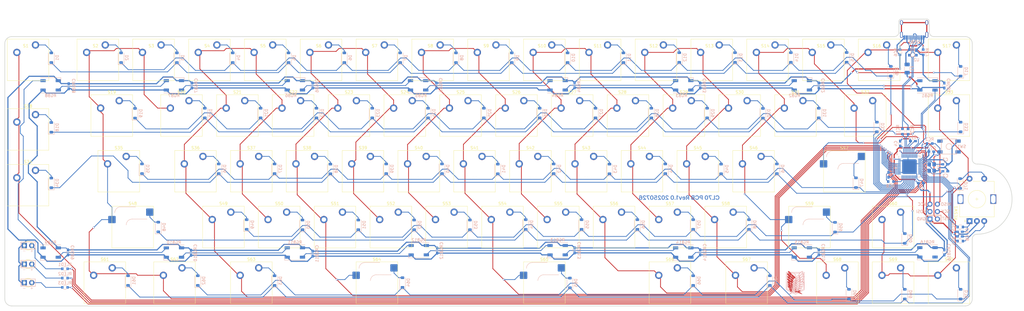
<source format=kicad_pcb>
(kicad_pcb (version 20241229) (generator "pcbnew") (generator_version "9.0")
  (layers (0 "F.Cu" signal) (2 "B.Cu" signal) (13 "F.Paste" user) (15 "B.Paste" user) (5 "F.SilkS" user "F.Silkscreen") (7 "B.SilkS" user "B.Silkscreen") (1 "F.Mask" user) (3 "B.Mask" user) (25 "Edge.Cuts" user))
  (net 0 "")
  (net 1 "GND")
  (net 2 "Net-(U1-UCAP)")
  (net 3 "XTAL1")
  (net 4 "XTAL2")
  (net 5 "+5V")
  (net 6 "ROW0")
  (net 7 "Net-(D1-A)")
  (net 8 "ROW1")
  (net 9 "Net-(D2-A)")
  (net 10 "Net-(D3-A)")
  (net 11 "Net-(D4-A)")
  (net 12 "Net-(D5-A)")
  (net 13 "Net-(D6-A)")
  (net 14 "Net-(D7-A)")
  (net 15 "Net-(D8-A)")
  (net 16 "Net-(D9-A)")
  (net 17 "Net-(D10-A)")
  (net 18 "Net-(D11-A)")
  (net 19 "Net-(D12-A)")
  (net 20 "Net-(D13-A)")
  (net 21 "Net-(D14-A)")
  (net 22 "Net-(D15-A)")
  (net 23 "Net-(D16-A)")
  (net 24 "Net-(D17-A)")
  (net 25 "ROW2")
  (net 26 "Net-(D18-A)")
  (net 27 "ROW3")
  (net 28 "Net-(D19-A)")
  (net 29 "Net-(D20-A)")
  (net 30 "Net-(D21-A)")
  (net 31 "Net-(D22-A)")
  (net 32 "Net-(D23-A)")
  (net 33 "Net-(D24-A)")
  (net 34 "Net-(D25-A)")
  (net 35 "Net-(D26-A)")
  (net 36 "Net-(D27-A)")
  (net 37 "Net-(D28-A)")
  (net 38 "Net-(D29-A)")
  (net 39 "Net-(D30-A)")
  (net 40 "Net-(D31-A)")
  (net 41 "Net-(D32-A)")
  (net 42 "Net-(D33-A)")
  (net 43 "Net-(D34-A)")
  (net 44 "ROW4")
  (net 45 "ROW5")
  (net 46 "Net-(D35-A)")
  (net 47 "Net-(D36-A)")
  (net 48 "Net-(D37-A)")
  (net 49 "Net-(D38-A)")
  (net 50 "Net-(D39-A)")
  (net 51 "Net-(D40-A)")
  (net 52 "Net-(D41-A)")
  (net 53 "Net-(D42-A)")
  (net 54 "Net-(D43-A)")
  (net 55 "Net-(D44-A)")
  (net 56 "Net-(D45-A)")
  (net 57 "Net-(D46-A)")
  (net 58 "Net-(D47-A)")
  (net 59 "Net-(D48-A)")
  (net 60 "ROW6")
  (net 61 "Net-(D49-A)")
  (net 62 "ROW7")
  (net 63 "Net-(D50-A)")
  (net 64 "Net-(D51-A)")
  (net 65 "Net-(D52-A)")
  (net 66 "Net-(D53-A)")
  (net 67 "Net-(D54-A)")
  (net 68 "Net-(D55-A)")
  (net 69 "Net-(D56-A)")
  (net 70 "Net-(D57-A)")
  (net 71 "Net-(D58-A)")
  (net 72 "Net-(D59-A)")
  (net 73 "Net-(D60-A)")
  (net 74 "Net-(D61-A)")
  (net 75 "ROW8")
  (net 76 "ROW9")
  (net 77 "Net-(D62-A)")
  (net 78 "Net-(D63-A)")
  (net 79 "Net-(D64-A)")
  (net 80 "Net-(D65-A)")
  (net 81 "Net-(D66-A)")
  (net 82 "Net-(D67-A)")
  (net 83 "Net-(D68-A)")
  (net 84 "Net-(D69-A)")
  (net 85 "Net-(D70-A)")
  (net 86 "Net-(D71-A)")
  (net 87 "VCC")
  (net 88 "COL8")
  (net 89 "SLOCK_IND")
  (net 90 "RESET")
  (net 91 "RGBLED")
  (net 92 "Net-(LED1-A)")
  (net 93 "Net-(LED2-A)")
  (net 94 "Net-(LED3-A)")
  (net 95 "D-")
  (net 96 "Net-(U2-IO2)")
  (net 97 "Net-(U2-IO1)")
  (net 98 "D+")
  (net 99 "RESW_A")
  (net 100 "Net-(U1-PD2)")
  (net 101 "Net-(U1-PD1)")
  (net 102 "RESW_B")
  (net 103 "Net-(USB1-CC1)")
  (net 104 "Net-(USB1-CC2)")
  (net 105 "Net-(U1-~{HWB}{slash}PE2)")
  (net 106 "Net-(RGB1-DOUT)")
  (net 107 "Net-(RGB2-DOUT)")
  (net 108 "Net-(RGB3-DOUT)")
  (net 109 "Net-(RGB4-DOUT)")
  (net 110 "Net-(RGB5-DOUT)")
  (net 111 "Net-(RGB6-DOUT)")
  (net 112 "Net-(RGB7-DOUT)")
  (net 113 "Net-(RGB8-DOUT)")
  (net 114 "Net-(RGB10-DIN)")
  (net 115 "Net-(RGB10-DOUT)")
  (net 116 "Net-(RGB11-DOUT)")
  (net 117 "Net-(RGB12-DOUT)")
  (net 118 "Net-(RGB13-DOUT)")
  (net 119 "Net-(RGB14-DOUT)")
  (net 120 "Net-(RGB15-DOUT)")
  (net 122 "LAYER_IND")
  (net 123 "CAPS_IND")
  (net 124 "COL0")
  (net 125 "COL1")
  (net 126 "COL2")
  (net 127 "COL3")
  (net 128 "COL4")
  (net 129 "COL5")
  (net 130 "COL6")
  (net 131 "COL7")
  (footprint "ScottoKeebs_MX:MX_PCB_1.00u" (layer "F.Cu") (at 276.225 149.225)
    (property "Reference" "S45")
    (property "Value" "Keyswitch")
  )
  (footprint "ScottoKeebs_MX:MX_PCB_1.00u" (layer "F.Cu") (at 190.5 168.275)
    (property "Reference" "S53")
    (property "Value" "Keyswitch")
  )
  (footprint "ScottoKeebs_MX:MX_PCB_1.00u" (layer "F.Cu") (at 223.8375 111.125)
    (property "Reference" "S10")
    (property "Value" "Keyswitch")
  )
  (footprint "ScottoKeebs_MX:MX_PCB_1.00u" (layer "F.Cu") (at 204.7875 111.125)
    (property "Reference" "S9")
    (property "Value" "Keyswitch")
  )
  (footprint "ScottoKeebs_MX:MX_PCB_1.00u" (layer "F.Cu") (at 47.625 134.9375)
    (property "Reference" "S18")
    (property "Value" "Keyswitch")
  )
  (footprint "ScottoKeebs_MX:MX_PCB_1.00u" (layer "F.Cu") (at 338.1375 111.125)
    (property "Reference" "S16")
    (property "Value" "Keyswitch")
  )
  (footprint "ScottoKeebs_MX:MX_PCB_1.75u" (layer "F.Cu") (at 78.58125 149.225)
    (property "Reference" "S35")
    (property "Value" "Keyswitch")
  )
  (footprint "ScottoKeebs_MX:MX_PCB_1.25u" (layer "F.Cu") (at 73.81875 187.325)
    (property "Reference" "S61")
    (property "Value" "Keyswitch")
  )
  (footprint "random-keyboard-parts:LED_D3.0mm-Pretty" (layer "F.Cu") (at 47.625 174.625)
    (property "Reference" "LED1")
    (property "Value" "Placeholder_LED")
  )
  (footprint "ScottoKeebs_Hotswap:Hotswap_MX_3.00u" (layer "F.Cu") (at 223.8375 187.325)
    (property "Reference" "S65")
    (property "Value" "Keyswitch")
  )
  (footprint "ScottoKeebs_MX:MX_PCB_1.00u" (layer "F.Cu") (at 90.4875 111.125)
    (property "Reference" "S3")
    (property "Value" "Keyswitch")
  )
  (footprint "ScottoKeebs_Hotswap:Hotswap_MX_3.00u" (layer "F.Cu") (at 166.6875 187.325)
    (property "Reference" "S64")
    (property "Value" "Keyswitch")
  )
  (footprint "ScottoKeebs_MX:MX_PCB_1.00u" (layer "F.Cu") (at 114.3 168.275)
    (property "Reference" "S49")
    (property "Value" "Keyswitch")
  )
  (footprint "ScottoKeebs_MX:MX_PCB_1.00u" (layer "F.Cu") (at 133.35 168.275)
    (property "Reference" "S50")
    (property "Value" "Keyswitch")
  )
  (footprint "ScottoKeebs_MX:MX_PCB_1.00u" (layer "F.Cu") (at 47.625 111.125)
    (property "Reference" "S1")
    (property "Value" "Keyswitch")
  )
  (footprint "ScottoKeebs_MX:MX_PCB_1.00u" (layer "F.Cu") (at 361.95 130.175)
    (property "Reference" "S33")
    (property "Value" "Keyswitch")
  )
  (footprint "ScottoKeebs_MX:MX_PCB_1.00u" (layer "F.Cu") (at 228.6 168.275)
    (property "Reference" "S55")
    (property "Value" "Keyswitch")
  )
  (footprint "ScottoKeebs_MX:MX_PCB_1.00u" (layer "F.Cu") (at 342.9 168.275)
    (property "Reference" "S60")
    (property "Value" "Keyswitch")
  )
  (footprint "ScottoKeebs_MX:MX_PCB_1.00u" (layer "F.Cu") (at 200.025 149.225)
    (property "Reference" "S41")
    (property "Value" "Keyswitch")
  )
  (footprint "ScottoKeebs_MX:MX_PCB_1.00u" (layer "F.Cu") (at 128.5875 111.125)
    (property "Reference" "S5")
    (property "Value" "Keyswitch")
  )
  (footprint "ScottoKeebs_Hotswap:Hotswap_MX_2.25u" (layer "F.Cu") (at 326.23125 149.225)
    (property "Reference" "S47")
    (property "Value" "Keyswitch")
  )
  (footprint "ScottoKeebs_MX:MX_PCB_1.00u" (layer "F.Cu") (at 266.7 168.275)
    (property "Reference" "S57")
    (property "Value" "Keyswitch")
  )
  (footprint "ScottoKeebs_MX:MX_PCB_1.00u" (layer "F.Cu") (at 214.3125 130.175)
    (property "Reference" "S26")
    (property "Value" "Keyswitch")
  )
  (footprint "ScottoKeebs_MX:MX_PCB_1.00u" (layer "F.Cu") (at 238.125 149.225)
    (property "Reference" "S43")
    (property "Value" "Keyswitch")
  )
  (footprint "ScottoKeebs_MX:MX_PCB_1.00u" (layer "F.Cu") (at 152.4 168.275)
    (property "Reference" "S51")
    (property "Value" "Keyswitch")
  )
  (footprint "ScottoKeebs_Hotswap:Hotswap_MX_2.00u" (layer "F.Cu") (at 314.325 168.275)
    (property "Reference" "S59")
    (property "Value" "Keyswitch")
  )
  (footprint "ScottoKeebs_MX:MX_PCB_1.00u" (layer "F.Cu") (at 109.5375 111.125)
    (property "Reference" "S4")
    (property "Value" "Keyswitch")
  )
  (footprint "ScottoKeebs_MX:MX_PCB_1.50u" (layer "F.Cu") (at 123.825 187.325)
    (property "Reference" "S63")
    (property "Value" "Keyswitch")
  )
  (footprint "ScottoKeebs_MX:MX_PCB_1.00u" (layer "F.Cu") (at 233.3625 130.175)
    (property "Reference" "S27")
    (property "Value" "Keyswitch")
  )
  (footprint "ScottoKeebs_MX:MX_PCB_1.00u" (layer "F.Cu") (at 285.75 168.275)
    (property "Reference" "S58")
    (property "Value" "Keyswitch")
  )
  (footprint "ScottoKeebs_MX:MX_PCB_1.00u" (layer "F.Cu") (at 166.6875 111.125)
    (property "Reference" "S7")
    (property "Value" "Keyswitch")
  )
  (footprint "ScottoKeebs_MX:MX_PCB_1.25u" (layer "F.Cu") (at 97.63125 187.325)
    (property "Reference" "S62")
    (property "Value" "Keyswitch")
  )
  (footprint "ScottoKeebs_MX:MX_PCB_1.00u" (layer "F.Cu") (at 300.0375 111.125)
    (property "Reference" "S14")
    (property "Value" "Keyswitch")
  )
  (footprint "ScottoKeebs_MX:MX_PCB_1.00u" (layer "F.Cu") (at 161.925 149.225)
    (property "Reference" "S39")
    (property "Value" "Keyswitch")
  )
  (footprint "ScottoKeebs_MX:MX_PCB_1.00u" (layer "F.Cu") (at 176.2125 130.175)
    (property "Reference" "S24")
    (property "Value" "Keyswitch")
  )
  (footprint "Graphics:SURVEY_CORPS" (layer "F.Cu") (at 309.5 187.3)
    (property "Reference" "G***" (hide yes))
    (property "Value" "LOGO" (hide yes))
  )
  (footprint "ScottoKeebs_MX:MX_PCB_1.00u" (layer "F.Cu") (at 209.55 168.275)
    (property "Reference" "S54")
    (property "Value" "Keyswitch")
  )
  (footprint "ScottoKeebs_MX:MX_PCB_1.00u" (layer "F.Cu") (at 323.85 187.325)
    (property "Reference" "S68")
    (property "Value" "Keyswitch")
  )
  (footprint "ScottoKeebs_MX:MX_PCB_1.00u" (layer "F.Cu") (at 271.4625 130.175)
    (property "Reference" "S29")
    (property "Value" "Keyswitch")
  )
  (footprint "random-keyboard-parts:LED_D3.0mm-Pretty" (layer "F.Cu") (at 47.625 187.3125)
    (property "Reference" "LED3")
    (property "Value" "Placeholder_LED")
  )
  (footprint "ScottoKeebs_MX:MX_PCB_1.00u" (layer "F.Cu") (at 195.2625 130.175)
    (property "Reference" "S25")
    (property "Value" "Keyswitch")
  )
  (footprint "ScottoKeebs_MX:MX_PCB_1.00u" (layer "F.Cu") (at 104.775 149.225)
    (property "Reference" "S36")
    (property "Value" "Keyswitch")
  )
  (footprint "ScottoKeebs_MX:MX_PCB_1.00u" (layer "F.Cu") (at 138.1125 130.175)
    (property "Reference" "S22")
    (property "Value" "Keyswitch")
  )
  (footprint "ScottoKeebs_MX:MX_PCB_1.25u" (layer "F.Cu") (at 292.89375 187.325)
    (property "Reference" "S67")
    (property "Value" "Keyswitch")
  )
  (footprint "ScottoKeebs_MX:MX_PCB_1.00u" (layer "F.Cu") (at 47.625 153.9875)
    (property "Reference" "S34")
    (property "Value" "Keyswitch")
  )
  (footprint "ScottoKeebs_MX:MX_PCB_1.00u" (layer "F.Cu") (at 361.95 187.325)
    (property "Reference" "S70")
    (property "Value" "Keyswitch")
  )
  (footprint "ScottoKeebs_MX:MX_PCB_1.00u" (layer "F.Cu") (at 252.4125 130.175)
    (property "Reference" "S28")
    (property "Value" "Keyswitch")
  )
  (footprint "ScottoKeebs_MX:MX_PCB_1.00u" (layer "F.Cu") (at 290.5125 130.175)
    (property "Reference" "S30")
    (property "Value" "Keyswitch")
  )
  (footprint "ScottoKeebs_MX:MX_PCB_1.00u" (layer "F.Cu") (at 280.9875 111.125)
    (property "Reference" "S13")
    (property "Value" "Keyswitch")
  )
  (footprint "ScottoKeebs_MX:MX_PCB_1.00u" (layer "F.Cu") (at 157.1625 130.175)
    (property "Reference" "S23")
    (property "Value" "Keyswitch")
  )
  (footprint "ScottoKeebs_MX:MX_PCB_1.00u" (layer "F.Cu") (at 247.65 168.275)
    (property "Reference" "S56")
    (property "Value" "Keyswitch")
  )
  (footprint "ScottoKeebs_MX:MX_PCB_1.00u" (layer "F.Cu") (at 361.95 111.125)
    (property "Reference" "S17")
    (property "Value" "Keyswitch")
  )
  (footprint "ScottoKeebs_MX:MX_PCB_1.00u" (layer "F.Cu") (at 309.5625 130.175)
    (property "Reference" "S31")
    (property "Value" "Keyswitch")
  )
  (footprint "ScottoKeebs_MX:MX_PCB_1.00u" (layer "F.Cu") (at 171.45 168.275)
    (property "Reference" "S52")
    (property "Value" "Keyswitch")
  )
  (footprint "Rotary_Encoder:RotaryEncoder_Alps_EC11E-Switch_Vertical_H20mm" (layer "F.Cu") (at 368.975 166.25 90)
    (property "Reference" "RESW1")
    (property "Value" "RotaryEncoder_Switch")
  )
  (footprint "ScottoKeebs_MX:MX_PCB_1.00u" (layer "F.Cu") (at 295.275 149.225)
    (property "Reference" "S46")
    (property "Value" "Keyswitch")
  )
  (footprint "ScottoKeebs_MX:MX_PCB_1.00u" (layer "F.Cu") (at 242.8875 111.125)
    (property "Reference" "S11")
    (property "Value" "Keyswitch")
  )
  (footprint "ScottoKeebs_MX:MX_PCB_1.00u" (layer "F.Cu") (at 261.9375 111.125)
    (property "Reference" "S12")
    (property "Value" "Keyswitch")
  )
  (footprint "ScottoKeebs_Hotswap:Hotswap_MX_2.25u" (layer "F.Cu") (at 83.34375 168.275)
    (property "Reference" "S48")
    (property "Value" "Keyswitch")
  )
  (footprint "ScottoKeebs_MX:MX_PCB_1.00u" (layer "F.Cu") (at 219.075 149.225)
    (property "Reference" "S42")
    (property "Value" "Keyswitch")
  )
  (footprint "ScottoKeebs_MX:MX_PCB_1.50u" (layer "F.Cu") (at 266.7 187.325)
    (property "Reference" "S66")
    (property "Value" "Keyswitch")
  )
  (footprint "ScottoKeebs_MX:MX_PCB_1.00u" (layer "F.Cu") (at 342.9 187.325)
    (property "Reference" "S69")
    (property "Value" "Keyswitch")
  )
  (footprint "ScottoKeebs_MX:MX_PCB_1.00u" (layer "F.Cu") (at 180.975 149.225)
    (property "Reference" "S40")
    (property "Value" "Keyswitch")
  )
  (footprint "ScottoKeebs_MX:MX_PCB_1.50u" (layer "F.Cu") (at 76.2 130.175)
    (property "Reference" "S19")
    (property "Value" "Keyswitch")
  )
  (footprint "ScottoKeebs_MX:MX_PCB_1.00u" (layer "F.Cu") (at 147.6375 111.125)
    (property "Reference" "S6")
    (property "Value" "Keyswitch")
  )
  (footprint "ScottoKeebs_MX:MX_PCB_1.00u" (layer "F.Cu") (at 119.0625 130.175)
    (property "Reference" "S21")
    (property "Value" "Keyswitch")
  )
  (footprint "ScottoKeebs_MX:MX_PCB_1.00u" (layer "F.Cu") (at 319.0875 111.125)
    (property "Reference" "S15")
    (property "Value" "Keyswitch")
  )
  (footprint "random-keyboard-parts:LED_D3.0mm-Pretty" (layer "F.Cu") (at 47.625 180.96875)
    (property "Reference" "LED2")
    (property "Value" "Placeholder_LED")
  )
  (footprint "ScottoKeebs_MX:MX_PCB_1.00u" (layer "F.Cu") (at 100.0125 130.175)
    (property "Reference" "S20")
    (property "Value" "Keyswitch")
  )
  (footprint "ScottoKeebs_MX:MX_PCB_1.00u" (layer "F.Cu") (at 123.825 149.225)
    (property "Reference" "S37")
    (property "Value" "Keyswitch")
  )
  (footprint "ScottoKeebs_MX:MX_PCB_1.50u" (layer "F.Cu") (at 333.375 130.175)
    (property "Reference" "S32")
    (property "Value" "Keyswitch")
  )
  (footprint "ScottoKeebs_MX:MX_PCB_1.00u" (layer "F.Cu") (at 185.7375 111.125)
    (property "Reference" "S8")
    (property "Value" "Keyswitch")
  )
  (footprint "ScottoKeebs_MX:MX_PCB_1.00u" (layer "F.Cu") (at 142.875 149.225)
    (property "Reference" "S38")
    (property "Value" "Keyswitch")
  )
  (footprint "ScottoKeebs_MX:MX_PCB_1.00u" (layer "F.Cu") (at 257.175 149.225)
    (property "Reference" "S44")
    (property "Value" "Keyswitch")
  )
  (footprint "ScottoKeebs_MX:MX_PCB_1.00u" (layer "F.Cu") (at 71.4375 111.125)
    (property "Reference" "S2")
    (property "Value" "Keyswitch")
  )
  (footprint "locallib:C_0603" (layer "B.Cu") (at 352.35 153.25 180)
    (property "Reference" "C6")
    (property "Value" "0.1uF")
  )
  (footprint "locallib:LED_WS2812B-PLCC4" (layer "B.Cu") (at 97.4125 119.84375)
    (property "Reference" "RGB7")
    (property "Value" "WS2812B")
  )
  (footprint "Diode_SMD:D_SOD-123" (layer "B.Cu") (at 193.675 110.39375 90)
    (property "Reference" "D8")
    (property "Value" "D_Small")
  )
  (footprint "locallib:LED_WS2812B-PLCC4" (layer "B.Cu") (at 354.5875 176.9375 180)
    (property "Reference" "RGB16")
    (property "Value" "WS2812B")
  )
  (footprint "locallib:LED_WS2812B-PLCC4" (layer "B.Cu") (at 271.24375 177.01875 180)
    (property "Reference" "RGB14")
    (property "Value" "WS2812B")
  )
  (footprint "locallib:C_0603" (layer "B.Cu") (at 277.01875 176.95 -90)
    (property "Reference" "CRGB14")
    (property "Value" "0.1uF")
  )
  (footprint "Diode_SMD:D_SOD-123" (layer "B.Cu") (at 293.6875 167.41875 90)
    (property "Reference" "D58")
    (property "Value" "D_Small")
  )
  (footprint "Diode_SMD:D_SOD-123" (layer "B.Cu") (at 122.2375 167.41875 90)
    (property "Reference" "D49")
    (property "Value" "D_Small")
  )
  (footprint "Diode_SMD:D_SOD-123" (layer "B.Cu") (at 346.86875 172.18125 90)
    (property "Reference" "D60")
    (property "Value" "D_Small")
  )
  (footprint "locallib:C_0603" (layer "B.Cu") (at 349.65 138.90625 180)
    (property "Reference" "C1")
    (property "Value" "1uF")
  )
  (footprint "Diode_SMD:D_SOD-123" (layer "B.Cu") (at 236.5375 167.41875 90)
    (property "Reference" "D55")
    (property "Value" "D_Small")
  )
  (footprint "Diode_SMD:D_SOD-123" (layer "B.Cu") (at 365.75 153.4 90)
    (property "Reference" "D71")
    (property "Value" "D_Small")
  )
  (footprint "locallib:LED_WS2812B-PLCC4" (layer "B.Cu") (at 138.6875 119.84375)
    (property "Reference" "RGB6")
    (property "Value" "WS2812B")
  )
  (footprint "Diode_SMD:D_SOD-123" (layer "B.Cu") (at 274.6375 167.41875 90)
    (property "Reference" "D57")
    (property "Value" "D_Small")
  )
  (footprint "Diode_SMD:D_SOD-123" (layer "B.Cu") (at 307.975 110.33125 90)
    (property "Reference" "D14")
    (property "Value" "D_Small")
  )
  (footprint "Diode_SMD:D_SOD-123" (layer "B.Cu") (at 174.625 110.39375 90)
    (property "Reference" "D7")
    (property "Value" "D_Small")
  )
  (footprint "locallib:C_0603" (layer "B.Cu") (at 365.65 169.9)
    (property "Reference" "C9")
    (property "Value" "0.01uF")
  )
  (footprint "locallib:LED_WS2812B-PLCC4" (layer "B.Cu") (at 55.35 119.85)
    (property "Reference" "RGB8")
    (property "Value" "WS2812B")
  )
  (footprint "Diode_SMD:D_SOD-123" (layer "B.Cu") (at 330.2 153.13125 90)
    (property "Reference" "D47")
    (property "Value" "D_Small")
  )
  (footprint "Diode_SMD:D_SOD-123" (layer "B.Cu") (at 117.475 110.39375 90)
    (property "Reference" "D4")
    (property "Value" "D_Small")
  )
  (footprint "locallib:C_0603" (layer "B.Cu") (at 317.5 176.95 -90)
    (property "Reference" "CRGB15")
    (property "Value" "0.1uF")
  )
  (footprint "locallib:R_0603" (layer "B.Cu") (at 346.075 135.625 90)
    (property "Reference" "RC1")
    (property "Value" "22k")
  )
  (footprint "locallib:C_0603" (layer "B.Cu") (at 317.5 119.9125 90)
    (property "Reference" "CRGB2")
    (property "Value" "0.1uF")
  )
  (footprint "Diode_SMD:D_SOD-123" (layer "B.Cu") (at 241.3 129.31875 90)
    (property "Reference" "D27")
    (property "Value" "D_Small")
  )
  (footprint "Diode_SMD:D_SOD-123" (layer "B.Cu") (at 222.25 129.31875 90)
    (property "Reference" "D26")
    (property "Value" "D_Small")
  )
  (footprint "locallib:R_0603" (layer "B.Cu") (at 348 135.65 -90)
    (property "Reference" "RC2")
    (property "Value" "22k")
  )
  (footprint "Diode_SMD:D_SOD-123" (layer "B.Cu") (at 107.95 129.31875 90)
    (property "Reference" "D20")
    (property "Value" "D_Small")
  )
  (footprint "locallib:SOT143B" (layer "B.Cu") (at 349.60625 108.5875 -90)
    (property "Reference" "U2")
    (property "Value" "PRTR5V0U2X")
  )
  (footprint "locallib:C_0603" (layer "B.Cu") (at 365.65 171.5 180)
    (property "Reference" "C8")
    (property "Value" "0.01uF")
  )
  (footprint "locallib:C_0603" (layer "B.Cu") (at 61.25 176.95 -90)
    (property "Reference" "CRGB9")
    (property "Value" "0.1uF")
  )
  (footprint "locallib:C_0603" (layer "B.Cu") (at 144.75 177.4 -90)
    (property "Reference" "CRGB11")
    (property "Value" "0.1uF")
  )
  (footprint "Diode_SMD:D_SOD-123" (layer "B.Cu") (at 232.56875 187.3875 90)
    (property "Reference" "D65")
    (property "Value" "D_Small")
  )
  (footprint "Diode_SMD:D_SOD-123" (layer "B.Cu") (at 136.525 110.39375 90)
    (property "Reference" "D5")
    (property "Value" "D_Small")
  )
  (footprint "locallib:C_0603" (layer "B.Cu") (at 360.3625 176.95 -90)
    (property "Reference" "CRGB16")
    (property "Value" "0.1uF")
  )
  (footprint "Diode_SMD:D_SOD-123" (layer "B.Cu") (at 131.7625 148.36875 90)
    (property "Reference" "D37")
    (property "Value" "D_Small")
  )
  (footprint "Diode_SMD:D_SOD-123" (layer "B.Cu") (at 160.3375 167.54375 90)
    (property "Reference" "D51")
    (property "Value" "D_Small")
  )
  (footprint "locallib:C_0603" (layer "B.Cu") (at 345.28125 139.75625 -90)
    (property "Reference" "C4")
    (property "Value" "10uF")
  )
  (footprint "Diode_SMD:D_SOD-123" (layer "B.Cu") (at 155.575 110.39375 90)
    (property "Reference" "D6")
    (property "Value" "D_Small")
  )
  (footprint "Diode_SMD:D_SOD-123" (layer "B.Cu") (at 105.56875 186.59375 90)
    (property "Reference" "D62")
    (property "Value" "D_Small")
  )
  (footprint "Diode_SMD:D_SOD-123" (layer "B.Cu") (at 55.5625 134.20625 90)
    (property "Reference" "D18")
    (property "Value" "D_Small")
  )
  (footprint "locallib:LED_WS2812B-PLCC4" (layer "B.Cu") (at 228.38125 176.2 180)
    (property "Reference" "RGB13")
    (property "Value" "WS2812B")
  )
  (footprint "locallib:C_0603" (layer "B.Cu") (at 360.65 146.84375)
    (property "Reference" "C3")
    (property "Value" "22pF")
  )
  (footprint "Diode_SMD:D_SOD-123" (layer "B.Cu") (at 288.925 110.33125 90)
    (property "Reference" "D13")
    (property "Value" "D_Small")
  )
  (footprint "locallib:C_0603" (layer "B.Cu") (at 234.15625 119.8 90)
    (property "Reference" "CRGB4")
    (property "Value" "0.1uF")
  )
  (footprint "random-keyboard-parts:SKQG-1155865" (layer "B.Cu") (at 361.95 140.75625)
    (property "Reference" "SW1")
    (property "Value" "SW_Push")
  )
  (footprint "Diode_SMD:D_SOD-123" (layer "B.Cu") (at 141.2875 167.54375 90)
    (property "Reference" "D50")
    (property "Value" "D_Small")
  )
  (footprint "Diode_SMD:D_SOD-123" (layer "B.Cu") (at 246.0625 148.43125 90)
    (property "Reference" "D43")
    (property "Value" "D_Small")
  )
  (footprint "Diode_SMD:D_SOD-123" (layer "B.Cu") (at 323.05625 168.3375 90)
    (property "Reference" "D59")
    (property "Value" "D_Small")
  )
  (footprint "locallib:C_0603" (layer "B.Cu") (at 355.9 142.5 180)
    (property "Reference" "C7")
    (property "Value" "0.1uF")
  )
  (footprint "Diode_SMD:D_SOD-123" (layer "B.Cu") (at 207.9625 148.43125 90)
    (property "Reference" "D41")
    (property "Value" "D_Small")
  )
  (footprint "locallib:LED_WS2812B-PLCC4" (layer "B.Cu") (at 180.975 176.2 180)
    (property "Reference" "RGB12")
    (property "Value" "WS2812B")
  )
  (footprint "Diode_SMD:D_SOD-123" (layer "B.Cu") (at 169.8625 148.36875 90)
    (property "Reference" "D39")
    (property "Value" "D_Small")
  )
  (footprint "locallib:LED_WS2812B-PLCC4" (layer "B.Cu") (at 228.38125 119.84375)
    (property "Reference" "RGB4")
    (property "Value" "WS2812B")
  )
  (footprint "random-keyboard-parts:Reset_Pretty-Mask" (layer "B.Cu") (at 356.73 163 180)
    (property "Reference" "J1")
    (property "Value" "AVR-ISP-6")
  )
  (footprint "Graphics:PCB_INFO" (layer "B.Cu") (at 269.9 158.25 180)
    (property "Reference" "G***" (hide yes))
    (property "Value" "LOGO" (hide yes))
  )
  (footprint "locallib:LED_WS2812B-PLCC4" (layer "B.Cu") (at 311.725 119.84375)
    (property "Reference" "RGB2")
    (property "Value" "WS2812B")
  )
  (footprint "locallib:R_0603" (layer "B.Cu") (at 342.1 152.75 180)
    (property "Reference" "RC8")
    (property "Value" "1k")
  )
  (footprint "Diode_SMD:D_SOD-123" (layer "B.Cu") (at 298.45 129.38125 90)
    (property "Reference" "D30")
    (property "Value" "D_Small")
  )
  (footprint "Diode_SMD:D_SOD-123" (layer "B.Cu") (at 217.4875 167.41875 90)
    (property "Reference" "D54")
    (property "Value" "D_Small")
  )
  (footprint "Diode_SMD:D_SOD-123" (layer "B.Cu") (at 184.15 129.31875 90)
    (property "Reference" "D24")
    (property "Value" "D_Small")
  )
  (footprint "Diode_SMD:D_SOD-123" (layer "B.Cu") (at 112.7125 148.36875 90)
    (property "Reference" "D36")
    (property "Value" "D_Small")
  )
  (footprint "locallib:R_0603" (layer "B.Cu") (at 353.1375 108.525 90)
    (property "Reference" "RC7")
    (property "Value" "5k1")
  )
  (footprint "Diode_SMD:D_SOD-123" (layer "B.Cu") (at 212.725 110.39375 90)
    (property "Reference" "D9")
    (property "Value" "D_Small")
  )
  (footprint "Diode_SMD:D_SOD-123" (layer "B.Cu") (at 150.8125 148.43125 90)
    (property "Reference" "D38")
    (property "Value" "D_Small")
  )
  (footprint "Diode_SMD:D_SOD-123" (layer "B.Cu") (at 317.5 129.31875 90)
    (property "Reference" "D31")
    (property "Value" "D_Small")
  )
  (footprint "locallib:LED_WS2812B-PLCC4" (layer "B.Cu") (at 354.5875 119.86875)
    (property "Reference" "RGB1")
    (property "Value" "WS2812B")
  )
  (footprint "locallib:R_0603" (layer "B.Cu") (at 60.21875 182.5625 180)
    (property "Reference" "RLED1")
    (property "Value" "330")
  )
  (footprint "locallib:R_0603" (layer "B.Cu") (at 60.21875 185.7375 180)
    (property "Reference" "RLED2")
    (property "Value" "330")
  )
  (footprint "locallib:LED_WS2812B-PLCC4" (layer "B.Cu") (at 180.75625 119.84375)
    (property "Reference" "RGB5")
    (property "Value" "WS2812B")
  )
  (footprint "locallib:C_0603" (layer "B.Cu") (at 360.69375 149.225)
    (property "Reference" "C2")
    (property "Value" "22pF")
  )
  (footprint "Diode_SMD:D_SOD-123" (layer "B.Cu") (at 337.34375 134.08125 90)
    (property "Reference" "D32")
    (property "Value" "D_Small")
  )
  (footprint "Diode_SMD:D_SOD-123" (layer "B.Cu") (at 127 129.31875 90)
    (property "Reference" "D21")
    (property "Value" "D_Small")
  )
  (footprint "Diode_SMD:D_SOD-123" (layer "B.Cu") (at 146.05 129.31875 90)
    (property "Reference" "D22")
    (property "Value" "D_Small")
  )
  (footprint "Diode_SMD:D_SOD-123" (layer "B.Cu") (at 188.9125 148.36875 90)
    (property "Reference" "D40")
    (property "Value" "D_Small")
  )
  (footprint "Crystal:Crystal_SMD_3225-4Pin_3.2x2.5mm" (layer "B.Cu") (at 356.04375 147.94375 90)
    (property "Reference" "Y1")
    (property "Value" "16MHz")
  )
  (footprint "locallib:LED_WS2812B-PLCC4" (layer "B.Cu") (at 97.4125 177.01875 180)
    (property "Reference" "RGB10")
    (property "Value" "WS2812B")
  )
  (footprint "Diode_SMD:D_SOD-123" (layer "B.Cu") (at 198.4375 167.54375 90)
    (property "Reference" "D53")
    (property "Value" "D_Small")
  )
  (footprint "locallib:LED_WS2812B-PLCC4" (layer "B.Cu") (at 271.24375 119.84375)
    (property "Reference" "RGB3")
    (property "Value" "WS2812B")
  )
  (footprint "Diode_SMD:D_SOD-123" (layer "B.Cu") (at 55.5625 153.19375 90)
    (property "Reference" "D34")
    (property "Value" "D_Small")
  )
  (footprint "Diode_SMD:D_SOD-123" (layer "B.Cu") (at 179.3875 167.54375 90)
    (property "Reference" "D52")
    (property "Value" "D_Small")
  )
  (footprint "locallib:R_0603" (layer "B.Cu") (at 365.8125 168.275)
    (property "Reference" "RC5")
    (property "Value" "10k")
  )
  (footprint "Type-C:HRO-TYPE-C-31-M-12-Assembly" (layer "B.Cu") (at 350.05 95.805)
    (property "Reference" "USB1")
    (property "Value" "HRO-TYPE-C-31-M-12")
  )
  (footprint "Diode_SMD:D_SOD-123" (layer "B.Cu") (at 327.025 110.26875 90)
    (property "Reference" "D15")
    (property "Value" "D_Small")
  )
  (footprint "locallib:C_0603" (layer "B.Cu") (at 144.75 119.9 90)
    (property "Reference" "CRGB6")
    (property "Value" "0.1uF")
  )
  (footprint "Diode_SMD:D_SOD-123" (layer "B.Cu") (at 265.1125 148.36875 90)
    (property "Reference" "D44")
    (property "Value" "D_Small")
  )
  (footprint "Diode_SMD:D_SOD-123" (layer "B.Cu") (at 84.1375 129.38125 90)
    (property "Reference" "D19")
    (property "Value" "D_Small")
  )
  (footprint "locallib:C_0603" (layer "B.Cu") (at 187 119.9 90)
    (property "Reference" "CRGB5")
    (property "Value" "0.1uF")
  )
  (footprint "locallib:LED_WS2812B-PLCC4" (layer "B.Cu") (at 311.725 176.99375 180)
    (property "Reference" "RGB15")
    (property "Value" "WS2812B")
  )
  (footprint "Diode_SMD:D_SOD-123" (layer "B.Cu") (at 269.875 110.33125 90)
    (property "Reference" "D12")
    (property "Value" "D_Small")
  )
  (footprint "Diode_SMD:D_SOD-123" (layer "B.Cu") (at 365.91875 191.23125 90)
    (property "Reference" "D70")
    (property "Value" "D_Small")
  )
  (footprint "locallib:C_0603" (layer "B.Cu") (at 103.25 177.1 -90)
    (property "Reference" "CRGB10")
    (property "Value" "0.1uF")
  )
  (footprint "Diode_SMD:D_SOD-123" (layer "B.Cu") (at 175.41875 187.2625 90)
    (property "Reference" "D64")
    (property "Value" "D_Small")
  )
  (footprint "locallib:R_0603" (layer "B.Cu") (at 355.35 139.75)
    (property "Reference" "RC3")
    (property "Value" "10k")
  )
  (footprint "locallib:R_0603" (layer "B.Cu") (at 60.21875 188.9125 180)
    (property "Reference" "RLED3")
    (property "Value" "330")
  )
  (footprint "locallib:C_0603" (layer "B.Cu") (at 103.5 119.9 90)
    (property "Reference" "CRGB7")
    (property "Value" "0.1uF")
  )
  (footprint "Diode_SMD:D_SOD-123" (layer "B.Cu") (at 346.86875 191.23125 90)
    (property "Reference" "D69")
    (property "Value" "D_Small")
  )
  (footprint "Diode_SMD:D_SOD-123" (layer "B.Cu") (at 98.425 110.39375 90)
    (property "Reference" "D3")
    (property "Value" "D_Small")
  )
  (footprint "locallib:LED_WS2812B-PLCC4" (layer "B.Cu") (at 138.6875 176.99375 180)
    (property "Reference" "RGB11")
    (property "Value" "WS2812B")
  )
  (footprint "Diode_SMD:D_SOD-123" (layer "B.Cu") (at 92.075 168.275 90)
    (property "Reference" "D48")
    (property "Value" "D_Small")
  )
  (footprint "Diode_SMD:D_SOD-123" (layer "B.Cu") (at 365.91875 115.03125 90)
    (property "Reference" "D17")
    (property "Value" "D_Small")
  )
  (footprint "Diode_SMD:D_SOD-123" (layer "B.Cu") (at 203.2 129.31875 90)
    (property "Reference" "D25")
    (property "Value" "D_Small")
  )
  (footprint "Diode_SMD:D_SOD-123" (layer "B.Cu") (at 303.2125 148.36875 90)
    (property "Reference" "D46")
    (property "Value" "D_Small")
  )
  (footprint "Diode_SMD:D_SOD-123" (layer "B.Cu") (at 300.83125 186.59375 90)
    (property "Reference" "D67")
    (property "Value" "D_Small")
  )
  (footprint "Diode_SMD:D_SOD-123" (layer "B.Cu") (at 55.5625 110.39375 90)
    (property "Reference" "D1")
    (property "Value" "D_Small")
  )
  (footprint "Diode_SMD:D_SOD-123" (layer "B.Cu") (at 79.375 110.39375 90)
    (property "Reference" "D2")
    (property "Value" "D_Small")
  )
  (footprint "locallib:LED_WS2812B-PLCC4" (layer "B.Cu") (at 55.34375 177.01875 180)
    (property "Reference" "RGB9")
    (property "Value" "WS2812B")
  )
  (footprint "Diode_SMD:D_SOD-123" (layer "B.Cu") (at 250.825 110.39375 90)
    (property "Reference" "D11")
    (property "Value" "D_Small")
  )
  (footprint "Diode_SMD:D_SOD-123" (layer "B.Cu") (at 81.75625 186.59375 90)
    (property "Reference" "D61")
    (property "Value" "D_Small")
  )
  (footprint "Diode_SMD:D_SOD-123" (layer "B.Cu") (at 365.91875 134.08125 90)
    (property "Reference" "D33")
    (property "Value" "D_Small")
  )
  (footprint "Diode_SMD:D_SOD-123" (layer "B.Cu") (at 255.5875 167.41875 90)
    (property "Reference" "D56")
    (property "Value" "D_Small")
  )
  (footprint "Diode_SMD:D_SOD-123" (layer "B.Cu") (at 260.35 129.31875 90)
    (property "Reference" "D28")
    (property "Value" "D_Small")
  )
  (footprint "locallib:C_0603" (layer "B.Cu") (at 277.01875 119.9125 90)
    (property "Reference" "CRGB3")
    (property "Value" "0.1uF")
  )
  (footprint "locallib:C_0603" (layer "B.Cu") (at 234.15625 176.26875 -90)
    (property "Reference" "CRGB13")
    (property "Value" "0.1uF")
  )
  (footprint "Diode_SMD:D_SOD-123" (layer "B.Cu") (at 327.81875 191.23125 90)
    (property "Reference" "D68")
    (property "Value" "D_Small")
  )
  (footprint "locallib:C_0603" (layer "B.Cu") (at 341.3125 150.4 -90)
    (property "Reference" "C5" (hide yes))
    (property "Value" "0.1uF")
  )
  (footprint "Diode_SMD:D_SOD-123" (layer "B.Cu") (at 165.1 129.31875 90)
    (property "Reference" "D23")
    (property "Value" "D_Small")
  )
  (footprint "Diode_SMD:D_SOD-123" (layer "B.Cu") (at 342.10625 115.03125 90)
    (property "Reference" "D16")
    (property "Value" "D_Small")
  )
  (footprint "Diode_SMD:D_SOD-123" (layer "B.Cu") (at 231.775 110.39375 90)
    (property "Reference" "D10")
    (property "Value" "D_Small")
  )
  (footprint "Diode_SMD:D_SOD-123" (layer "B.Cu") (at 274.6375 186.59375 90)
    (property "Reference" "D66")
    (property "Value" "D_Small")
  )
  (footprint "locallib:R_0603" (layer "B.Cu") (at 345.2 108.525 90)
    (property "Reference" "RC6")
    (property "Value" "5k1")
  )
  (footprint "Diode_SMD:D_SOD-123" (layer "B.Cu") (at 227.0125 148.36875 90)
    (property "Reference" "D42")
    (property "Value" "D_Small")
  )
  (footprint "Diode_SMD:D_SOD-123" (layer "B.Cu") (at 279.4 129.31875 90)
    (property "Reference" "D29")
    (property "Value" "D_Small")
  )
  (footprint "locallib:C_0603" (layer "B.Cu") (at 187.25 176.35 -90)
    (property "Reference" "CRGB12")
    (property "Value" "0.1uF")
  )
  (footprint "Diode_SMD:D_SOD-123" (layer "B.Cu") (at 131.7625 186.59375 90)
    (property "Reference" "D63")
    (property "Value" "D_Small")
  )
  (footprint "locallib:C_0603" (layer "B.Cu") (at 360.3625 119.9125 90)
    (property "Reference" "CRGB1")
    (property "Value" "0.1uF")
  )
  (footprint "locallib:R_0603" (layer "B.Cu") (at 365.8125 173.1)
    (property "Reference" "RC4")
    (property "Value" "10k")
  )
  (footprint "Diode_SMD:D_SOD-123" (layer "B.Cu") (at 86.51875 148.36875 90)
    (property "Reference" "D35")
    (property "Value" "D_Small")
  )
  (footprint "locallib:C_0603" (layer "B.Cu") (at 61.5 120.15 90)
    (property "Reference" "CRGB8")
    (property "Value" "0.1uF")
  )
  (footprint "locallib:QFN-44-1EP_7x7mm_Pitch0.5mm" (layer "B.Cu") (at 348.45625 147.6375 -90)
    (property "Reference" "U1")
    (property "Value" "ATmega32U4-MU")
  )
  (footprint "Diode_SMD:D_SOD-123" (layer "B.Cu") (at 284.1625 148.43125 90)
    (property "Reference" "D45")
    (property "Value" "D_Small")
  )
  (footprint "Fuse:Fuse_1206_3216Metric" (layer "B.Cu") (at 347.6625 114.1125 90)
    (property "Reference" "F1")
    (property "Value" "500mA")
  )
  (gr_arc (start 371.475 146.75) (mid 383.475004 158.750002) (end 371.475 170.75) (stroke (width 0.2)) (layer "Edge.Cuts"))
  (gr_arc (start 354.421762 97.2107) (mid 354.983056 97.443195) (end 355.21555 98.004492) (stroke (width 0.2)) (layer "Edge.Cuts"))
  (gr_line (start 39.6875 192.88125) (end 39.6875 105.568812) (stroke (width 0.2)) (layer "Edge.Cuts"))
  (gr_arc (start 344.87195 98.004592) (mid 345.104451 97.443225) (end 345.665762 97.21078) (stroke (width 0.2)) (layer "Edge.Cuts"))
  (gr_arc (start 39.6875 105.568812) (mid 40.384966 103.884975) (end 42.068812 103.1875) (stroke (width 0.2)) (layer "Edge.Cuts"))
  (gr_arc (start 369.8875 192.881292) (mid 369.190062 194.565071) (end 367.50625 195.2625) (stroke (width 0.2)) (layer "Edge.Cuts"))
  (gr_line (start 345.665762 97.2107) (end 354.421762 97.2107) (stroke (width 0.2)) (layer "Edge.Cuts"))
  (gr_arc (start 344.87195 101.599992) (mid 344.406978 102.722523) (end 343.28445 103.1875) (stroke (width 0.2)) (layer "Edge.Cuts"))
  (gr_line (start 343.28445 103.1875) (end 42.068812 103.1875) (stroke (width 0.2)) (layer "Edge.Cuts"))
  (gr_line (start 369.8875 172.337492) (end 369.8875 192.881292) (stroke (width 0.2)) (layer "Edge.Cuts"))
  (gr_arc (start 356.803062 103.1875) (mid 355.680523 102.722528) (end 355.21555 101.599992) (stroke (width 0.2)) (layer "Edge.Cuts"))
  (gr_arc (start 367.506262 103.1875) (mid 369.190071 103.884945) (end 369.8875 105.56875) (stroke (width 0.2)) (layer "Edge.Cuts"))
  (gr_arc (start 371.475 146.75) (mid 370.352441 146.285046) (end 369.8875 145.1625) (stroke (width 0.2)) (layer "Edge.Cuts"))
  (gr_line (start 344.87195 101.599992) (end 344.87195 98.004592) (stroke (width 0.2)) (layer "Edge.Cuts"))
  (gr_line (start 42.068762 195.2625) (end 367.50625 195.2625) (stroke (width 0.2)) (layer "Edge.Cuts"))
  (gr_line (start 355.21555 98.004492) (end 355.21555 101.599992) (stroke (width 0.2)) (layer "Edge.Cuts"))
  (gr_arc (start 42.068762 195.2625) (mid 40.384954 194.565047) (end 39.6875 192.88125) (stroke (width 0.2)) (layer "Edge.Cuts"))
  (gr_arc (start 369.8875 172.337492) (mid 370.352467 171.214976) (end 371.475 170.75) (stroke (width 0.2)) (layer "Edge.Cuts"))
  (gr_line (start 367.506262 103.1875) (end 356.803062 103.1875) (stroke (width 0.2)) (layer "Edge.Cuts"))
  (gr_line (start 369.8875 105.56875) (end 369.8875 145.1625) (stroke (width 0.2)) (layer "Edge.Cuts"))
  (gr_text "-" (at 47 189.7 0) (layer "B.SilkS") (effects (font (size 1 1) (thickness 0.1)) (justify left bottom mirror)))
  (gr_text "-" (at 47 183.35 0) (layer "B.SilkS") (effects (font (size 1 1) (thickness 0.1)) (justify left bottom mirror)))
  (gr_text "+" (at 49.6 183.35 0) (layer "B.SilkS") (effects (font (size 1 1) (thickness 0.1)) (justify left bottom mirror)))
  (gr_text "+" (at 49.6 177 0) (layer "B.SilkS") (effects (font (size 1 1) (thickness 0.1)) (justify left bottom mirror)))
  (gr_text "+" (at 49.6 189.7 0) (layer "B.SilkS") (effects (font (size 1 1) (thickness 0.1)) (justify left bottom mirror)))
  (gr_text "-" (at 47 177 0) (layer "B.SilkS") (effects (font (size 1 1) (thickness 0.1)) (justify left bottom mirror)))
  (segment (start 345.73 98.405) (end 354.37 98.405) (width 0.381) (layer "F.Cu") (net 1))
  (segment (start 330 114.25) (end 345.25 114.25) (width 0.381) (layer "F.Cu") (net 1))
  (segment (start 355.46 165.54) (end 353.25 163.33) (width 0.381) (layer "F.Cu") (net 1))
  (segment (start 346.075 138.1125) (end 348.45625 138.1125) (width 0.381) (layer "F.Cu") (net 1))
  (segment (start 345.73 102.585) (end 345.73 98.405) (width 0.381) (layer "F.Cu") (net 1))
  (segment (start 46.355 180.855) (end 46.355 180.96875) (width 0.254) (layer "F.Cu") (net 1))
  (segment (start 354.37 98.405) (end 354.37 102.585) (width 0.381) (layer "F.Cu") (net 1))
  (segment (start 355.46 165.54) (end 356.92 167) (width 0.381) (layer "F.Cu") (net 1))
  (segment (start 46.3125 187.3125) (end 46.355 187.3125) (width 0.254) (layer "F.Cu") (net 1))
  (segment (start 360 167) (end 363.5 170.5) (width 0.381) (layer "F.Cu") (net 1))
  (segment (start 356.92 167) (end 360 167) (width 0.381) (layer "F.Cu") (net 1))
  (segment (start 353.25 163.33) (end 353.25 155) (width 0.381) (layer "F.Cu") (net 1))
  (segment (start 328.75 115.5) (end 330 114.25) (width 0.381) (layer "F.Cu") (net 1))
  (segment (start 46.355 180.96875) (end 46.28125 180.96875) (width 0.254) (layer "F.Cu") (net 1))
  (via (at 346.075 138.1125) (size 0.6) (drill 0.4) (layers "F.Cu" "B.Cu") (net 1))
  (via (at 363.5 170.5) (size 0.6) (drill 0.4) (layers "F.Cu" "B.Cu") (net 1))
  (via (at 348.45625 138.1125) (size 0.6) (drill 0.4) (layers "F.Cu" "B.Cu") (net 1))
  (via (at 328.75 115.5) (size 0.6) (drill 0.4) (layers "F.Cu" "B.Cu") (net 1))
  (via (at 353.25 155) (size 0.6) (drill 0.4) (layers "F.Cu" "B.Cu") (net 1))
  (via (at 345.25 114.25) (size 0.6) (drill 0.4) (layers "F.Cu" "B.Cu") (net 1))
  (segment (start 353.275 103.5) (end 353.275 105.31875) (width 0.381) (layer "B.Cu") (net 1))
  (segment (start 133.2 119.05) (end 135.25 117) (width 0.381) (layer "B.Cu") (net 1))
  (segment (start 355.19375 146.84375) (end 355.19375 147.34375) (width 0.254) (layer "B.Cu") (net 1))
  (segment (start 347.95625 140.29375) (end 347.95625 144.2375) (width 0.254) (layer "B.Cu") (net 1))
  (segment (start 268.64375 178.61875) (end 270.025 180) (width 0.381) (layer "B.Cu") (net 1))
  (segment (start 178.375 177.8) (end 179.825 179.25) (width 0.381) (layer "B.Cu") (net 1))
  (segment (start 139.24375 118.24375) (end 141.2875 118.24375) (width 0.381) (layer "B.Cu") (net 1))
  (segment (start 61.25 177.8) (end 93.99375 177.8) (width 0.381) (layer "B.Cu") (net 1))
  (segment (start 185.2 179.25) (end 187.25 177.2) (width 0.381) (layer "B.Cu") (net 1))
  (segment (start 361.5 146.84375) (end 359.9535 145.29725) (width 0.381) (layer "B.Cu") (net 1))
  (segment (start 357.1875 118.26875) (end 359.56875 118.26875) (width 0.381) (layer "B.Cu") (net 1))
  (segment (start 91.45 119.3) (end 93.75 117) (width 0.381) (layer "B.Cu") (net 1))
  (segment (start 52.74375 178.61875) (end 51 176.875) (width 0.381) (layer "B.Cu") (net 1))
  (segment (start 361.5 149.18125) (end 361.54375 149.225) (width 0.381) (layer "B.Cu") (net 1))
  (segment (start 45.21875 180.96875) (end 46.355 180.96875) (width 0.381) (layer "B.Cu") (net 1))
  (segment (start 353.275 103.5) (end 353.455 103.5) (width 0.381) (layer "B.Cu") (net 1))
  (segment (start 61.5 119.3) (end 91.45 119.3) (width 0.381) (layer "B.Cu") (net 1))
  (segment (start 277.01875 177.8) (end 308.33125 177.8) (width 0.381) (layer "B.Cu") (net 1))
  (segment (start 358.75 148) (end 360.34375 148) (width 0.381) (layer "B.Cu") (net 1))
  (segment (start 98.24375 118.24375) (end 100.0125 118.24375) (width 0.381) (layer "B.Cu") (net 1))
  (segment (start 50 172.75) (end 44.5 172.75) (width 0.381) (layer "B.Cu") (net 1))
  (segment (start 44.5 172.75) (end 40.75 169) (width 0.381) (layer "B.Cu") (net 1))
  (segment (start 351.85625 146.6375) (end 349.45625 146.6375) (width 0.254) (layer "B.Cu") (net 1))
  (segment (start 353.25 153.3) (end 353.2 153.25) (width 0.381) (layer "B.Cu") (net 1))
  (segment (start 344.25 108.5) (end 344.275 108.5) (width 0.381) (layer "B.Cu") (net 1))
  (segment (start 345.05625 145.6375) (end 346.45625 145.6375) (width 0.254) (layer "B.Cu") (net 1))
  (segment (start 315.3 180) (end 317.5 177.8) (width 0.381) (layer "B.Cu") (net 1))
  (segment (start 187 119.05) (end 222.7 119.05) (width 0.381) (layer "B.Cu") (net 1))
  (segment (start 308 117) (end 305.9375 119.0625) (width 0.381) (layer "B.Cu") (net 1))
  (segment (start 359.56875 118.26875) (end 360.3625 119.0625) (width 0.381) (layer "B.Cu") (net 1))
  (segment (start 346.825 103.5) (end 346.645 103.5) (width 0.381) (layer "B.Cu") (net 1))
  (segment (start 361.3215 172.8215) (end 355.46 166.96) (width 0.381) (layer "B.Cu") (net 1))
  (segment (start 355.19375 147.34375) (end 356.89375 149.04375) (width 0.254) (layer "B.Cu") (net 1))
  (segment (start 276.2 118.24375) (end 277.01875 119.0625) (width 0.381) (layer "B.Cu") (net 1))
  (segment (start 328.75 115.5) (end 325.1875 119.0625) (width 0.381) (layer "B.Cu") (net 1))
  (segment (start 361.3215 176.841) (end 361.3215 172.8215) (width 0.381) (layer "B.Cu") (net 1))
  (segment (start 51 176.875) (end 51 173.75) (width 0.381) (layer "B.Cu") (net 1))
  (segment (start 351.25 177.8) (end 351.9875 178.5375) (width 0.381) (layer "B.Cu") (net 1))
  (segment (start 180.5 117) (end 181.74375 118.24375) (width 0.381) (layer "B.Cu") (net 1))
  (segment (start 351.9875 178.5375) (end 353.45 180) (width 0.381) (layer "B.Cu") (net 1))
  (segment (start 353.275 105.31875) (end 350.75625 107.8375) (width 0.381) (layer "B.Cu") (net 1))
  (segment (start 40.75 124) (end 48 116.75) (width 0.381) (layer "B.Cu") (net 1))
  (segment (start 44.5 186.5) (end 45.3125 187.3125) (width 0.381) (layer "B.Cu") (net 1))
  (segment (start 46.355 173.645) (end 46.355 174.625) (width 0.381) (layer "B.Cu") (net 1))
  (segment (start 309.125 178.59375) (end 310.53125 180) (width 0.381) (layer "B.Cu") (net 1))
  (segment (start 345.28125 138.90625) (end 346.075 138.1125) (width 0.381) (layer "B.Cu") (net 1))
  (segment (start 96.19375 180) (end 101.2 180) (width 0.381) (layer "B.Cu") (net 1))
  (segment (start 56.45 116.75) (end 57.95 118.25) (width 0.381) (layer "B.Cu") (net 1))
  (segment (start 274.81875 180) (end 277.01875 177.8) (width 0.381) (layer "B.Cu") (net 1))
  (segment (start 345.25 114.25) (end 345.2 114.2) (width 0.381) (layer "B.Cu") (net 1))
  (segment (start 177.925 178.25) (end 178.375 177.8) (width 0.381) (layer "B.Cu") (net 1))
  (segment (start 187.25 177.2) (end 222.45 177.2) (width 0.381) (layer "B.Cu") (net 1))
  (segment (start 270.025 180) (end 274.81875 180) (width 0.381) (layer "B.Cu") (net 1))
  (segment (start 345.05625 149.6375) (end 346.45625 149.6375) (width 0.254) (layer "B.Cu") (net 1))
  (segment (start 358.5 148.75) (end 358.20625 149.04375) (width 0.381) (layer "B.Cu") (net 1))
  (segment (start 351.65 152.4) (end 352.6625 152.4) (width 0.254) (layer "B.Cu") (net 1))
  (segment (start 363 145.75) (end 361.90625 146.84375) (width 0.381) (layer "B.Cu") (net 1))
  (segment (start 364.5 171.5) (end 363.5 170.5) (width 0.381) (layer "B.Cu") (net 1))
  (segment (start 364.8 169.9) (end 365.6335 170.7335) (width 0.381) (layer "B.Cu") (net 1))
  (segment (start 222.45 177.2) (end 223.05 177.8) (width 0.381) (layer "B.Cu") (net 1))
  (segment (start 45.3125 187.3125) (end 46.355 187.3125) (width 0.381) (layer "B.Cu") (net 1))
  (segment (start 352.952586 146.6375) (end 353.264118 146.325967) (width 0.254) (layer "B.Cu") (net 1))
  (segment (start 358.75 148) (end 358.5 148.25) (width 0.381) (layer "B.Cu") (net 1))
  (segment (start 352.6625 152.4) (end 353.2 152.9375) (width 0.254) (layer "B.Cu") (net 1))
  (segment (start 356.75 142.5) (end 356.75 143.54725) (width 0.381) (layer "B.Cu") (net 1))
  (segment (start 364.8 171.5) (end 364.5 171.5) (width 0.381) (layer "B.Cu") (net 1))
  (segment (start 45.21875 180.96875) (end 44.5 181.6875) (width 0.381) (layer "B.Cu") (net 1))
  (segment (start 351.85625 146.6375) (end 352.952586 146.6375) (width 0.254) (layer "B.Cu") (net 1))
  (segment (start 310.53125 180) (end 315.3 180) (width 0.381) (layer "B.Cu") (net 1))
  (segment (start 46.355 174.625) (end 45.375 174.625) (width 0.381) (layer "B.Cu") (net 1))
  (segment (start 346.645 103.5) (end 345.73 102.585) (width 0.381) (layer "B.Cu") (net 1))
  (segment (start 224.75 117) (end 229.7375 117) (width 0.381) (layer "B.Cu") (net 1))
  (segment (start 141.2875 118.24375) (end 143.94375 118.24375) (width 0.381) (layer "B.Cu") (net 1))
  (segment (start 234.15625 118.95) (end 236.10625 117) (width 0.381) (layer "B.Cu") (net 1))
  (segment (start 340.6095 150.253) (end 340.6095 152.1595) (width 0.254) (layer "B.Cu") (net 1))
  (segment (start 349.45625 146.6375) (end 348.45625 147.6375) (width 0.254) (layer "B.Cu") (net 1))
  (segment (start 135.44375 177.95) (end 136.0875 178.59375) (width 0.381) (layer "B.Cu") (net 1))
  (segment (start 52.74375 178.61875) (end 54.125 180) (width 0.381) (layer "B.Cu") (net 1))
  (segment (start 371.475 167.35625) (end 371.475 166.25) (width 0.381) (layer "B.Cu") (net 1))
  (segment (start 365.05 138.90625) (end 363 140.95625) (width 0.381) (layer "B.Cu") (net 1))
  (segment (start 355.26875 118.26875) (end 353.1375 116.1375) (width 0.381) (layer "B.Cu") (net 1))
  (segment (start 353.45 180) (end 358.1625 180) (width 0.381) (layer "B.Cu") (net 1))
  (segment (start 305.9375 119.0625) (end 277.01875 119.0625) (width 0.381) (layer "B.Cu") (net 1))
  (segment (start 227.23125 179.25) (end 232.025 179.25) (width 0.381) (layer "B.Cu") (net 1))
  (segment (start 44.5 180.25) (end 45.21875 180.96875) (width 0.381) (layer "B.Cu") (net 1))
  (segment (start 51 173.75) (end 50 172.75) (width 0.381) (layer "B.Cu") (net 1))
  (segment (start 308.33125 177.8) (end 309.125 178.59375) (width 0.381) (layer "B.Cu") (net 1))
  (segment (start 44.5 175.5) (end 44.5 180.25) (width 0.381) (layer "B.Cu") (net 1))
  (segment (start 273.84375 118.24375) (end 276.2 118.24375) (width 0.381) (layer "B.Cu") (net 1))
  (segment (start 135.25 117) (end 138 117) (width 0.381) (layer "B.Cu") (net 1))
  (segment (start 143 180) (end 144.75 178.25) (width 0.381) (layer "B.Cu") (net 1))
  (segment (start 101.2 180) (end 103.25 177.95) (width 0.381) (layer "B.Cu") (net 1))
  (segment (start 229.7375 117) (end 230.98125 118.24375) (width 0.381) (layer "B.Cu") (net 1))
  (segment (start 353.2 152.9375) (end 353.2 153.25) (width 0.254) (layer "B.Cu") (net 1))
  (segment (start 360.3625 177.8) (end 361.3215 176.841) (width 0.381) (layer "B.Cu") (net 1))
  (segment (start 57.95 118.25) (end 58.95 119.25) (width 0.381) (layer "B.Cu") (net 1))
  (segment (start 232.025 179.25) (end 234.15625 177.11875) (width 0.381) (layer "B.Cu") (net 1))
  (segment (start 136.0875 178.59375) (end 137.49375 180) (width 0.381) (layer "B.Cu") (net 1))
  (segment (start 345.2 114.2) (end 345.2 109.425) (width 0.381) (layer "B.Cu") (net 1))
  (segment (start 359.9535 145.29725) (end 355 145.29725) (width 0.381) (layer "B.Cu") (net 1))
  (segment (start 355.46 166.96) (end 355.46 165.54) (width 0.381) (layer "B.Cu") (net 1))
  (segment (start 325.1875 119.0625) (end 317.5 119.0625) (width 0.381) (layer "B.Cu") (net 1))
  (segment (start 183.35625 118.24375) (end 186.19375 118.24375) (width 0.381) (layer "B.Cu") (net 1))
  (segment (start 45.375 174.625) (end 44.5 175.5) (width 0.381) (layer "B.Cu") (net 1))
  (segment (start 350.95625 150.1375) (end 348.45625 147.6375) (width 0.254) (layer "B.Cu") (net 1))
  (segment (start 341.3125 149.55) (end 341.4 149.6375) (width 0.254) (layer "B.Cu") (net 1))
  (segment (start 316.68125 118.24375) (end 317.5 119.0625) (width 0.381) (layer "B.Cu") (net 1))
  (segment (start 350.95625 151.70625) (end 351.65 152.4) (width 0.254) (layer "B.Cu") (net 1))
  (segment (start 365.6335 170.7335) (end 368.09775 170.7335) (width 0.381) (layer "B.Cu") (net 1))
  (segment (start 340.6095 152.1595) (end 341.2 152.75) (width 0.254) (layer "B.Cu") (net 1))
  (segment (start 353.25 155) (end 353.25 153.3) (width 0.381) (layer "B.Cu") (net 1))
  (segment (start 365.6335 170.7335) (end 365.5665 170.7335) (width 0.381) (layer "B.Cu") (net 1))
  (segment (start 350.75625 107.8375) (end 352.16875 109.25) (width 0.381) (layer "B.Cu") (net 1))
  (segment (start 103.25 177.95) (end 135.44375 177.95) (width 0.381) (layer "B.Cu") (net 1))
  (segment (start 354.382638 145.29725) (end 353.214944 146.464944) (width 0.381) (layer "B.Cu") (net 1))
  (segment (start 344.25 106.075) (end 344.25 108.5) (width 0.381) (layer "B.Cu") (net 1))
  (segment (start 100.0125 118.24375) (end 102.69375 118.24375) (width 0.381) (layer "B.Cu") (net 1))
  (segment (start 363 140.95625) (end 363 145.75) (width 0.381) (layer "B.Cu") (net 1))
  (segment (start 94.8125 178.61875) (end 96.19375 180) (width 0.381) (layer "B.Cu") (net 1))
  (segment (start 236.10625 117) (end 272.6 117) (width 0.381) (layer "B.Cu") (net 1))
  (segment (start 348.8 138.90625) (end 348.8 139.45) (width 0.254) (layer "B.Cu") (net 1))
  (segment (start 93.75 117) (end 97 117) (width 0.381) (layer "B.Cu") (net 1))
  (segment (start 143.94375 118.24375) (end 144.75 119.05) (width 0.381) (layer "B.Cu") (net 1))
  (segment (start 93.99375 177.8) (end 94.8125 178.61875) (width 0.381) (layer "B.Cu") (net 1))
  (segment (start 175.2 119.05) (end 177.25 117) (width 0.381) (layer "B.Cu") (net 1))
  (segment (start 347.95625 147.1375) (end 348.45625 147.6375) (width 0.254) (layer "B.Cu") (net 1))
  (segment (start 61.45 119.25) (end 61.5 119.3) (width 0.381) (layer "B.Cu") (net 1))
  (segment (start 102.69375 118.24375) (end 103.5 119.05) (width 0.381) (layer "B.Cu") (net 1))
  (segment (start 361.90625 146.84375) (end 361.5 146.84375) (width 0.381) (layer "B.Cu") (net 1))
  (segment (start 58.95 119.25) (end 61.45 119.25) (width 0.381) (layer "B.Cu") (net 1))
  (segment (start 363.5 170.5) (end 364.1 169.9) (width 0.381) (layer "B.Cu") (net 1))
  (segment (start 314.325 118.24375) (end 316.68125 118.24375) (width 0.381) (layer "B.Cu") (net 1))
  (segment (start 233.45 118.24375) (end 234.15625 118.95) (width 0.381) (layer "B.Cu") (net 1))
  (segment (start 234.15625 177.11875) (end 267.14375 177.11875) (width 0.381) (layer "B.Cu") (net 1))
  (segment (start 364.1 169.9) (end 364.8 169.9) (width 0.381) (layer "B.Cu") (net 1))
  (segment (start 137.49375 180) (end 143 180) (width 0.381) (layer "B.Cu") (net 1))
  (segment (start 347.95625 144.2375) (end 347.95625 147.1375) (width 0.254) (layer "B.Cu") (net 1))
  (segment (start 358.1625 180) (end 360.3625 177.8) (width 0.381) (layer "B.Cu") (net 1))
  (segment (start 360.75 148) (end 361.54375 148.79375) (width 0.381) (layer "B.Cu") (net 1))
  (segment (start 181.74375 118.24375) (end 183.35625 118.24375) (width 0.381) (layer "B.Cu") (net 1))
  (segment (start 225.78125 177.8) (end 227.23125 179.25) (width 0.381) (layer "B.Cu") (net 1))
  (segment (start 222.7 119.05) (end 224.75 117) (width 0.381) (layer "B.Cu") (net 1))
  (segment (start 365.5665 170.7335) (end 364.8 171.5) (width 0.381) (layer "B.Cu") (net 1))
  (segment (start 352.9625 109.25) (end 353.1375 109.425) (width 0.381) (layer "B.Cu") (net 1))
  (segment (start 341.4 149.6375) (end 345.05625 149.6375) (width 0.254) (layer "B.Cu") (net 1))
  (segment (start 267.14375 177.11875) (end 268.64375 178.61875) (width 0.381) (layer "B.Cu") (net 1))
  (segment (start 348.8 138.45625) (end 348.45625 138.1125) (width 0.381) (layer "B.Cu") (net 1))
  (segment (start 47.25 172.75) (end 46.355 173.645) (width 0.381) (layer "B.Cu") (net 1))
  (segment (start 355 145.29725) (end 354.382638 145.29725) (width 0.381) (layer "B.Cu") (net 1))
  (segment (start 50 172.75) (end 47.25 172.75) (width 0.381) (layer "B.Cu") (net 1))
  (segment (start 361.54375 148.79375) (end 361.54375 149.225) (width 0.381) (layer "B.Cu") (net 1))
  (segment (start 360.34375 148) (end 361.5 146.84375) (width 0.381) (layer "B.Cu") (net 1))
  (segment (start 346.45625 145.6375) (end 348.45625 147.6375) (width 0.254) (layer "B.Cu") (net 1))
  (segment (start 341.3125 149.55) (end 340.6095 150.253) (width 0.254) (layer "B.Cu") (net 1))
  (segment (start 144.75 119.05) (end 175.2 119.05) (width 0.381) (layer "B.Cu") (net 1))
  (segment (start 358.5 148.25) (end 358.5 148.75) (width 0.381) (layer "B.Cu") (net 1))
  (segment (start 356.75 143.54725) (end 355 145.29725) (width 0.381) (layer "B.Cu") (net 1))
  (segment (start 350.95 107.8375) (end 350.75625 107.8375) (width 0.381) (layer "B.Cu") (net 1))
  (segment (start 350.95625 151.0375) (end 350.95625 150.1375) (width 0.254) (layer "B.Cu") (net 1))
  (segment (start 353.455 103.5) (end 354.37 102.585) (width 0.381) (layer "B.Cu") (net 1))
  (segment (start 179.825 179.25) (end 185.2 179.25) (width 0.381) (layer "B.Cu") (net 1))
  (segment (start 368.09775 170.7335) (end 371.475 167.35625) (width 0.381) (layer "B.Cu") (net 1))
  (segment (start 348.8 138.90625) (end 348.8 138.45625) (width 0.381) (layer "B.Cu") (net 1))
  (segment (start 58.91875 180) (end 61.11875 177.8) (width 0.381) (layer "B.Cu") (net 1))
  (segment (start 350.95625 151.0375) (end 350.95625 151.70625) (width 0.254) (layer "B.Cu") (net 1))
  (segment (start 346.45625 149.6375) (end 348.45625 147.6375) (width 0.254) (layer "B.Cu") (net 1))
  (segment (start 177.25 117) (end 180.5 117) (width 0.381) (layer "B.Cu") (net 1))
  (segment (start 48 116.75) (end 56.45 116.75) (width 0.381) (layer "B.Cu") (net 1))
  (segment (start 348.8 139.45) (end 347.95625 140.29375) (width 0.254) (layer "B.Cu") (net 1))
  (segment (start 346.825 103.5) (end 344.25 106.075) (width 0.381) (layer "B.Cu") (net 1))
  (segment (start 353.1375 116.1375) (end 353.1375 109.425) (width 0.381) (layer "B.Cu") (net 1))
  (segment (start 358.20625 149.04375) (end 356.89375 149.04375) (width 0.381) (layer "B.Cu") (net 1))
  (segment (start 144.75 178.25) (end 177.925 178.25) (width 0.381) (layer "B.Cu") (net 1))
  (segment (start 223.05 177.8) (end 225.78125 177.8) (width 0.381) (layer "B.Cu") (net 1))
  (segment (start 44.5 181.6875) (end 44.5 186.5) (width 0.381) (layer "B.Cu") (net 1))
  (segment (start 272.6 117) (end 273.84375 118.24375) (width 0.381) (layer "B.Cu") (net 1))
  (segment (start 344.275 108.5) (end 345.2 109.425) (width 0.381) (layer "B.Cu") (net 1))
  (segment (start 352.16875 109.25) (end 352.9625 109.25) (width 0.381) (layer "B.Cu") (net 1))
  (segment (start 186.19375 118.24375) (end 187 119.05) (width 0.381) (layer "B.Cu") (net 1))
  (segment (start 97 117) (end 98.24375 118.24375) (width 0.381) (layer "B.Cu") (net 1))
  (segment (start 230.98125 118.24375) (end 233.45 118.24375) (width 0.381) (layer "B.Cu") (net 1))
  (segment (start 103.5 119.05) (end 133.2 119.05) (width 0.381) (layer "B.Cu") (net 1))
  (segment (start 40.75 169) (end 40.75 124) (width 0.381) (layer "B.Cu") (net 1))
  (segment (start 313.08125 117) (end 308 117) (width 0.381) (layer "B.Cu") (net 1))
  (segment (start 317.5 177.8) (end 351.25 177.8) (width 0.381) (layer "B.Cu") (net 1))
  (segment (start 314.325 118.24375) (end 313.08125 117) (width 0.381) (layer "B.Cu") (net 1))
  (segment (start 357.1875 118.26875) (end 355.26875 118.26875) (width 0.381) (layer "B.Cu") (net 1))
  (segment (start 54.125 180) (end 58.91875 180) (width 0.381) (layer "B.Cu") (net 1))
  (segment (start 360.34375 148) (end 360.75 148) (width 0.381) (layer "B.Cu") (net 1))
  (segment (start 138 117) (end 139.24375 118.24375) (width 0.381) (layer "B.Cu") (net 1))
  (segment (start 348.45625 140.64375) (end 348.45625 144.2375) (width 0.254) (layer "B.Cu") (net 2))
  (segment (start 350.19375 138.90625) (end 348.45625 140.64375) (width 0.254) (layer "B.Cu") (net 2))
  (segment (start 350.5 138.90625) (end 350.19375 138.90625) (width 0.254) (layer "B.Cu") (net 2))
  (segment (start 356.22175 150.07175) (end 358.997 150.07175) (width 0.254) (layer "B.Cu") (net 3))
  (segment (start 355.19375 149.04375) (end 356.22175 150.07175) (width 0.254) (layer "B.Cu") (net 3))
  (segment (start 354.99375 149.04375) (end 355.19375 149.04375) (width 0.254) (layer "B.Cu") (net 3))
  (segment (start 358.997 150.07175) (end 359.84375 149.225) (width 0.254) (layer "B.Cu") (net 3))
  (segment (start 351.85625 147.6375) (end 353.5875 147.6375) (width 0.254) (layer "B.Cu") (net 3))
  (segment (start 353.5875 147.6375) (end 354.99375 149.04375) (width 0.254) (layer "B.Cu") (net 3))
  (segment (start 356.89375 146.84375) (end 359.95625 146.84375) (width 0.254) (layer "B.Cu") (net 4))
  (segment (start 354.25 146.571734) (end 354.25 146.163158) (width 0.254) (layer "B.Cu") (net 4))
  (segment (start 353.684234 147.1375) (end 354.25 146.571734) (width 0.254) (layer "B.Cu") (net 4))
  (segment (start 351.85625 147.1375) (end 353.684234 147.1375) (width 0.254) (layer "B.Cu") (net 4))
  (segment (start 354.597408 145.81575) (end 355.86575 145.81575) (width 0.254) (layer "B.Cu") (net 4))
  (segment (start 354.25 146.163158) (end 354.597408 145.81575) (width 0.254) (layer "B.Cu") (net 4))
  (segment (start 355.86575 145.81575) (end 356.89375 146.84375) (width 0.254) (layer "B.Cu") (net 4))
  (segment (start 354.691144 141.191144) (end 353.441144 141.191144) (width 0.381) (layer "F.Cu") (net 5))
  (segment (start 355 141.5) (end 354.691144 141.191144) (width 0.381) (layer "F.Cu") (net 5))
  (segment (start 344.25 141.75) (end 344.75 141.25) (width 0.381) (layer "F.Cu") (net 5))
  (segment (start 351 120) (end 351 119.25) (width 0.381) (layer "F.Cu") (net 5))
  (segment (start 350.08325 152) (end 345 152) (width 0.381) (layer "F.Cu") (net 5))
  (segment (start 353.441144 141.191144) (end 346.308856 141.191144) (width 0.381) (layer "F.Cu") (net 5))
  (segment (start 339.75 121) (end 349 121) (width 0.381) (layer "F.Cu") (net 5))
  (segment (start 350.58325 152.5) (end 350.08325 152) (width 0.381) (layer "F.Cu") (net 5))
  (segment (start 348.806644 117.056644) (end 348.056644 117.056644) (width 0.381) (layer "F.Cu") (net 5))
  (segment (start 343.25 145) (end 343.25 143.5) (width 0.381) (layer "F.Cu") (net 5))
  (segment (start 344.25 142.5) (end 344.25 141.75) (width 0.381) (layer "F.Cu") (net 5))
  (segment (start 343.25 145) (end 343.25 150.2645) (width 0.381) (layer "F.Cu") (net 5))
  (segment (start 345 152) (end 343.2645 150.2645) (width 0.381) (layer "F.Cu") (net 5))
  (segment (start 346.25 141.25) (end 346.308856 141.191144) (width 0.381) (layer "F.Cu") (net 5))
  (segment (start 344.75 141.25) (end 346.25 141.25) (width 0.381) (layer "F.Cu") (net 5))
  (segment (start 343.25 143.5) (end 344.25 142.5) (width 0.381) (layer "F.Cu") (net 5))
  (segment (start 343.2645 150.2645) (end 343.25 150.2645) (width 0.381) (layer "F.Cu") (net 5))
  (segment (start 355.46 156.5) (end 355.46 160.46) (width 0.381) (layer "F.Cu") (net 5))
  (segment (start 351 119.25) (end 348.806644 117.056644) (width 0.381) (layer "F.Cu") (net 5))
  (via (at 349 121) (size 0.6) (drill 0.4) (layers "F.Cu" "B.Cu") (net 5))
  (via (at 349.08325 141.191144) (size 0.6) (drill 0.4) (layers "F.Cu" "B.Cu") (net 5))
  (via (at 353.441144 141.191144) (size 0.6) (drill 0.4) (layers "F.Cu" "B.Cu") (net 5))
  (via (at 355 141.5) (size 0.6) (drill 0.4) (layers "F.Cu" "B.Cu") (net 5))
  (via (at 348.056644 117.056644) (size 0.6) (drill 0.4) (layers "F.Cu" "B.Cu") (net 5))
  (via (at 346.25 141.25) (size 0.6) (drill 0.4) (layers "F.Cu" "B.Cu") (net 5))
  (via (at 350.58325 152.5) (size 0.6) (drill 0.4) (layers "F.Cu" "B.Cu") (net 5))
  (via (at 351 120) (size 0.6) (drill 0.4) (layers "F.Cu" "B.Cu") (net 5))
  (via (at 339.75 121) (size 0.6) (drill 0.4) (layers "F.Cu" "B.Cu") (net 5))
  (via (at 343.25 145) (size 0.6) (drill 0.4) (layers "F.Cu" "B.Cu") (net 5))
  (via (at 343.25 150.2645) (size 0.6) (drill 0.4) (layers "F.Cu" "B.Cu") (net 5))
  (via (at 355.46 156.5) (size 0.6) (drill 0.4) (layers "F.Cu" "B.Cu") (net 5))
  (segment (start 317.7375 121) (end 339.75 121) (width 0.381) (layer "B.Cu") (net 5))
  (segment (start 225.78125 121.44375) (end 227.0875 122.75) (width 0.381) (layer "B.Cu") (net 5))
  (segment (start 357.1875 175.3375) (end 359.6 175.3375) (width 0.381) (layer "B.Cu") (net 5))
  (segment (start 141.2875 175.39375) (end 143.59375 175.39375) (width 0.381) (layer "B.Cu") (net 5))
  (segment (start 222.25 175.5) (end 224.25 173.5) (width 0.381) (layer "B.Cu") (net 5))
  (segment (start 355.46 156.5) (end 354.71 155.75) (width 0.381) (layer "B.Cu") (net 5))
  (segment (start 52.75 121.45) (end 52.675 121.45) (width 0.381) (layer "B.Cu") (net 5))
  (segment (start 347.6625 115.5125) (end 347.6625 116.6625) (width 0.381) (layer "B.Cu") (net 5))
  (segment (start 144.75 176.55) (end 173.7 176.55) (width 0.381) (layer "B.Cu") (net 5))
  (segment (start 136.0875 121.44375) (end 136.0875 121.3375) (width 0.381) (layer "B.Cu") (net 5))
  (segment (start 317.5 176.1) (end 349.042 176.1) (width 0.381) (layer "B.Cu") (net 5))
  (segment (start 94.8125 121.44375) (end 96.11875 122.75) (width 0.381) (layer "B.Cu") (net 5))
  (segment (start 182.1 174.6) (end 183.575 174.6) (width 0.381) (layer "B.Cu") (net 5))
  (segment (start 144.75 120.75) (end 177.4625 120.75) (width 0.381) (layer "B.Cu") (net 5))
  (segment (start 314.325 175.39375) (end 316.79375 175.39375) (width 0.381) (layer "B.Cu") (net 5))
  (segment (start 355.05 141.55) (end 355 141.5) (width 0.381) (layer "B.Cu") (net 5))
  (segment (start 177.4625 120.75) (end 178.15625 121.44375) (width 0.381) (layer "B.Cu") (net 5))
  (segment (start 228.25 173.5) (end 229.35 174.6) (width 0.381) (layer "B.Cu") (net 5))
  (segment (start 317.5 120.7625) (end 317.7375 121) (width 0.381) (layer "B.Cu") (net 5))
  (segment (start 267.2625 120.65) (end 234.15625 120.65) (width 0.381) (layer "B.Cu") (net 5))
  (segment (start 133 176.25) (end 135 174.25) (width 0.381) (layer "B.Cu") (net 5))
  (segment (start 350.45625 151.0375) (end 350.45625 152.373) (width 0.254) (layer "B.Cu") (net 5))
  (segment (start 354.5 174) (end 355.8375 175.3375) (width 0.381) (layer "B.Cu") (net 5))
  (segment (start 61.11875 175.96875) (end 61.11875 176.1) (width 0.254) (layer "B.Cu") (net 5))
  (segment (start 349.042 176.1) (end 351.142 174) (width 0.381) (layer "B.Cu") (net 5))
  (segment (start 352.5 155.75) (end 351.5 154.75) (width 0.381) (layer "B.Cu") (net 5))
  (segment (start 276.3375 175.41875) (end 277.01875 176.1) (width 0.381) (layer "B.Cu") (net 5))
  (segment (start 101.5 122.75) (end 103.5 120.75) (width 0.381) (layer "B.Cu") (net 5))
  (segment (start 135.39375 120.75) (end 136.0875 121.44375) (width 0.381) (layer "B.Cu") (net 5))
  (segment (start 273.84375 175.41875) (end 276.3375 175.41875) (width 0.381) (layer "B.Cu") (net 5))
  (segment (start 351.142 174) (end 354.5 174) (width 0.381) (layer "B.Cu") (net 5))
  (segment (start 187.25 175.5) (end 222.25 175.5) (width 0.381) (layer "B.Cu") (net 5))
  (segment (start 183.575 174.6) (end 186.35 174.6) (width 0.381) (layer "B.Cu") (net 5))
  (segment (start 352.879 120.57725) (end 351.9875 121.46875) (width 0.381) (layer "B.Cu") (net 5))
  (segment (start 351 120) (end 351.9875 120.9875) (width 0.381) (layer "B.Cu") (net 5))
  (segment (start 268.05625 121.44375) (end 267.2625 120.65) (width 0.381) (layer "B.Cu") (net 5))
  (segment (start 308.25 174) (end 311.5 174) (width 0.381) (layer "B.Cu") (net 5))
  (segment (start 355.05 142.5) (end 355.05 141.55) (width 0.381) (layer "B.Cu") (net 5))
  (segment (start 230.98125 174.6) (end 233.3375 174.6) (width 0.381) (layer "B.Cu") (net 5))
  (segment (start 222 121.44375) (end 225.78125 121.44375) (width 0.381) (layer "B.Cu") (net 5))
  (segment (start 141.64375 175.39375) (end 141.73125 175.30625) (width 0.381) (layer "B.Cu") (net 5))
  (segment (start 103.5 120.75) (end 135.39375 120.75) (width 0.381) (layer "B.Cu") (net 5))
  (segment (start 355.46 160.46) (end 354.2185 161.7015) (width 0.381) (layer "B.Cu") (net 5))
  (segment (start 50.75 143.886152) (end 47.75 146.886152) (width 0.381) (layer "B.Cu") (net 5))
  (segment (start 345.28125 140.60625) (end 345.723962 140.60625) (width 0.254) (layer "B.Cu") (net 5))
  (segment (start 52.675 121.45) (end 48 126.125) (width 0.381) (layer "B.Cu") (net 5))
  (segment (start 61.25 176.1) (end 91.65 176.1) (width 0.381) (layer "B.Cu") (net 5))
  (segment (start 350.45625 152.373) (end 351.33325 153.25) (width 0.254) (layer "B.Cu") (net 5))
  (segment (start 50.75 168.225) (end 57.94375 175.41875) (width 0.381) (layer "B.Cu") (net 5))
  (segment (start 135 174.25) (end 140.14375 174.25) (width 0.381) (layer "B.Cu") (net 5))
  (segment (start 360.17725 120.57725) (end 352.879 120.57725) (width 0.381) (layer "B.Cu") (net 5))
  (segment (start 355 141.5) (end 354.905712 141.5) (width 0.381) (layer "B.Cu") (net 5))
  (segment (start 234.15625 175.41875) (end 266.08125 175.41875) (width 0.381) (layer "B.Cu") (net 5))
  (segment (start 309.125 121.625) (end 310.25 122.75) (width 0.381) (layer "B.Cu") (net 5))
  (segment (start 342.2 151.25) (end 343.3125 150.1375) (width 0.254) (layer "B.Cu") (net 5))
  (segment (start 309.125 121.44375) (end 309.125 121.625) (width 0.381) (layer "B.Cu") (net 5))
  (segment (start 224.25 173.5) (end 228.25 173.5) (width 0.381) (layer "B.Cu") (net 5))
  (segment (start 52.75 121.45) (end 53.8 122.5) (width 0.381) (layer "B.Cu") (net 5))
  (segment (start 48 126.125) (end 48 131) (width 0.381) (layer "B.Cu") (net 5))
  (segment (start 343.3125 150.1375) (end 345.05625 150.1375) (width 0.254) (layer "B.Cu") (net 5))
  (segment (start 47.75 149.829849) (end 50.75 152.829849) (width 0.381) (layer "B.Cu") (net 5))
  (segment (start 137.39375 122.75) (end 142.75 122.75) (width 0.381) (layer "B.Cu") (net 5))
  (segment (start 102.41875 175.41875) (end 103.25 176.25) (width 0.381) (layer "B.Cu") (net 5))
  (segment (start 141.2875 175.39375) (end 141.64375 175.39375) (width 0.381) (layer "B.Cu") (net 5))
  (segment (start 178.15625 121.44375) (end 179.4625 122.75) (width 0.381) (layer "B.Cu") (net 5))
  (segment (start 351.85625 146.1375) (end 352.809118 146.1375) (width 0.254) (layer "B.Cu") (net 5))
  (segment (start 268.64375 121.44375) (end 268.05625 121.44375) (width 0.381) (layer "B.Cu") (net 5))
  (segment (start 355.05 142.5) (end 355.05 143.806816) (width 0.381) (layer "B.Cu") (net 5))
  (segment (start 93.5 174.25) (end 98.84375 174.25) (width 0.381) (layer "B.Cu") (net 5))
  (segment (start 345.723962 140.60625) (end 346.45625 141.338538) (width 0.254) (layer "B.Cu") (net 5))
  (segment (start 316.25 122.75) (end 317.5 121.5) (width 0.381) (layer "B.Cu") (net 5))
  (segment (start 277.01875 176.1) (end 306.15 176.1) (width 0.381) (layer "B.Cu") (net 5))
  (segment (start 308.44375 120.7625) (end 309.125 121.44375) (width 0.381) (layer "B.Cu") (net 5))
  (segment (start 186.35 174.6) (end 187.25 175.5) (width 0.381) (layer "B.Cu") (net 5))
  (segment (start 343.3875 145.1375) (end 343.25 145) (width 0.254) (layer "B.Cu") (net 5))
  (segment (start 317.5 121.5) (end 317.5 120.7625) (width 0.381) (layer "B.Cu") (net 5))
  (segment (start 62.25 121) (end 62.69375 121.44375) (width 0.381) (layer "B.Cu") (net 5))
  (segment (start 179.4625 122.75) (end 185 122.75) (width 0.381) (layer "B.Cu") (net 5))
  (segment (start 227.0875 122.75) (end 232.05625 122.75) (width 0.381) (layer "B.Cu") (net 5))
  (segment (start 355.8375 175.3375) (end 357.1875 175.3375) (width 0.381) (layer "B.Cu") (net 5))
  (segment (start 135.78125 121.75) (end 136.0875 121.44375) (width 0.381) (layer "B.Cu") (net 5))
  (segment (start 354.71 155.75) (end 352.5 155.75) (width 0.381) (layer "B.Cu") (net 5))
  (segment (start 50.75 152.829849) (end 50.75 168.225) (width 0.381) (layer "B.Cu") (net 5))
  (segment (start 143.59375 175.39375) (end 144.75 176.55) (width 0.381) (layer "B.Cu") (net 5))
  (segment (start 346.45625 141.338538) (end 346.45625 144.2375) (width 0.254) (layer "B.Cu") (net 5))
  (segment (start 312.89375 175.39375) (end 314.325 175.39375) (width 0.381) (layer "B.Cu") (net 5))
  (segment (start 354.45 139.75) (end 354.45 140.182288) (width 0.381) (layer "B.Cu") (net 5))
  (segment (start 268.64375 121.44375) (end 269.95 122.75) (width 0.381) (layer "B.Cu") (net 5))
  (segment (start 91.65 176.1) (end 93.5 174.25) (width 0.381) (layer "B.Cu") (net 5))
  (segment (start 57.94375 175.41875) (end 60.56875 175.41875) (width 0.254) (layer "B.Cu") (net 5))
  (segment (start 316.79375 175.39375) (end 317.5 176.1) (width 0.381) (layer "B.Cu") (net 5))
  (segment (start 354.45 140.182288) (end 353.441144 141.191144) (width 0.381) (layer "B.Cu") (net 5))
  (segment (start 62.69375 121.44375) (end 94.8125 121.44375) (width 0.381) (layer "B.Cu") (net 5))
  (segment (start 173.7 176.55) (end 176.75 173.5) (width 0.381) (layer "B.Cu") (net 5))
  (segment (start 359.6 175.3375) (end 360.3625 176.1) (width 0.381) (layer "B.Cu") (net 5))
  (segment (start 351.51875 121) (end 351.9875 121.46875) (width 0.381) (layer "B.Cu") (net 5))
  (segment (start 310.25 122.75) (end 316.25 122.75) (width 0.381) (layer "B.Cu") (net 5))
  (segment (start 61.5 121) (end 62.25 121) (width 0.381) (layer "B.Cu") (net 5))
  (segment (start 103.25 176.25) (end 133 176.25) (width 0.381) (layer "B.Cu") (net 5))
  (segment (start 275.03125 122.75) (end 277.01875 120.7625) (width 0.381) (layer "B.Cu") (net 5))
  (segment (start 349 121) (end 351.51875 121) (width 0.381) (layer "B.Cu") (net 5))
  (segment (start 232.05625 122.75) (end 234.15625 120.65) (width 0.381) (layer "B.Cu") (net 5))
  (segment (start 277.01875 120.7625) (end 308.44375 120.7625) (width 0.381) (layer "B.Cu") (net 5))
  (segment (start 140.14375 174.25) (end 141.2875 175.39375) (width 0.381) (layer "B.Cu") (net 5))
  (segment (start 341.3125 151.25) (end 342.2 151.25) (width 0.254) (layer "B.Cu") (net 5))
  (segment (start 272.41875 175.41875) (end 273.84375 175.41875) (width 0.381) (layer "B.Cu") (net 5))
  (segment (start 360.3625 120.7625) (end 360.17725 120.57725) (width 0.381) (layer "B.Cu") (net 5))
  (segment (start 50.75 133.75) (end 50.75 143.886152) (width 0.381) (layer "B.Cu") (net 5))
  (segment (start 60.56875 175.41875) (end 61.11875 175.96875) (width 0.254) (layer "B.Cu") (net 5))
  (segment (start 267.25 174.25) (end 271.25 174.25) (width 0.381) (layer "B.Cu") (net 5))
  (segment (start 351.9875 120.9875) (end 351.9875 121.46875) (width 0.381) (layer "B.Cu") (net 5))
  (segment (start 271.25 174.25) (end 272.41875 175.41875) (width 0.381) (layer "B.Cu") (net 5))
  (segment (start 352.809118 146.1375) (end 353.473309 145.473309) (width 0.254) (layer "B.Cu") (net 5))
  (segment (start 269.95 122.75) (end 275.03125 122.75) (width 0.381) (layer "B.Cu") (net 5))
  (segment (start 185 122.75) (end 187 120.75) (width 0.381) (layer "B.Cu") (net 5))
  (segment (start 266.08125 175.41875) (end 267.25 174.25) (width 0.381) (layer "B.Cu") (net 5))
  (segment (start 229.35 174.6) (end 230.98125 174.6) (width 0.381) (layer "B.Cu") (net 5))
  (segment (start 354.2185 166.9685) (end 360.3625 173.1125) (width 0.381) (layer "B.Cu") (net 5))
  (segment (start 142.75 122.75) (end 144.75 120.75) (width 0.381) (layer "B.Cu") (net 5))
  (segment (start 345.05625 145.1375) (end 343.3875 145.1375) (width 0.254) (layer "B.Cu") (net 5))
  (segment (start 351.33325 153.25) (end 351.5 153.25) (width 0.254) (layer "B.Cu") (net 5))
  (segment (start 348.95625 144.2375) (end 348.95625 141.318144) (width 0.254) (layer "B.Cu") (net 5))
  (segment (start 96.11875 122.75) (end 101.5 122.75) (width 0.381) (layer "B.Cu") (net 5))
  (segment (start 100.0125 175.41875) (end 102.41875 175.41875) (width 0.381) (layer "B.Cu") (net 5))
  (segment (start 306.15 176.1) (end 308.25 174) (width 0.381) (layer "B.Cu") (net 5))
  (segment (start 351.5 154.75) (end 351.5 153.25) (width 0.381) (layer "B.Cu") (net 5))
  (segment (start 136.0875 121.44375) (end 137.39375 122.75) (width 0.381) (layer "B.Cu") (net 5))
  (segment (start 98.84375 174.25) (end 100.0125 175.41875) (width 0.381) (layer "B.Cu") (net 5))
  (segment (start 360.3625 173.1125) (end 360.3625 176.1) (width 0.381) (layer "B.Cu") (net 5))
  (segment (start 48 131) (end 50.75 133.75) (width 0.381) (layer "B.Cu") (net 5))
  (segment (start 176.75 173.5) (end 181 173.5) (width 0.381) (layer "B.Cu") (net 5))
  (segment (start 347.6625 116.6625) (end 348.056644 117.056644) (width 0.381) (layer "B.Cu") (net 5))
  (segment (start 60 122.5) (end 61.5 121) (width 0.381) (layer "B.Cu") (net 5))
  (segment (start 181 173.5) (end 182.1 174.6) (width 0.381) (layer "B.Cu") (net 5))
  (segment (start 221.30625 120.75) (end 222 121.44375) (width 0.381) (layer "B.Cu") (net 5))
  (segment (start 233.3375 174.6) (end 234.15625 175.41875) (width 0.381) (layer "B.Cu") (net 5))
  (segment (start 187 120.75) (end 221.30625 120.75) (width 0.381) (layer "B.Cu") (net 5))
  (segment (start 348.95625 141.318144) (end 349.08325 141.191144) (width 0.254) (layer "B.Cu") (net 5))
  (segment (start 355.05 143.806816) (end 353.178408 145.678408) (width 0.381) (layer "B.Cu") (net 5))
  (segment (start 53.8 122.5) (end 60 122.5) (width 0.381) (layer "B.Cu") (net 5))
  (segment (start 354.2185 161.7015) (end 354.2185 166.9685) (width 0.381) (layer "B.Cu") (net 5))
  (segment (start 47.75 146.886152) (end 47.75 149.829849) (width 0.381) (layer "B.Cu") (net 5))
  (segment (start 311.5 174) (end 312.89375 175.39375) (width 0.381) (layer "B.Cu") (net 5))
  (segment (start 356.75 115.5) (end 330.75 115.5) (width 0.254) (layer "F.Cu") (net 6))
  (segment (start 353.25 134.25) (end 342.65 134.25) (width 0.254) (layer "F.Cu") (net 6))
  (segment (start 342.65 134.25) (end 338.525 138.375) (width 0.254) (layer "F.Cu") (net 6))
  (via (at 338.525 138.375) (size 0.6) (drill 0.4) (layers "F.Cu" "B.Cu") (net 6))
  (via (at 353.25 134.25) (size 0.6) (drill 0.4) (layers "F.Cu" "B.Cu") (net 6))
  (via (at 356.75 115.5) (size 0.6) (drill 0.4) (layers "F.Cu" "B.Cu") (net 6))
  (via (at 330.75 115.5) (size 0.6) (drill 0.4) (layers "F.Cu" "B.Cu") (net 6))
  (segment (start 292.69375 115.75) (end 323.19375 115.75) (width 0.254) (layer "B.Cu") (net 6))
  (segment (start 247.11875 115.75) (end 250.825 112.04375) (width 0.254) (layer "B.Cu") (net 6))
  (segment (start 346.95625 153.29375) (end 346.95625 151.0375) (width 0.254) (layer "B.Cu") (net 6))
  (segment (start 101.88125 115.5) (end 133.06875 115.5) (width 0.254) (layer "B.Cu") (net 6))
  (segment (start 323.19375 115.75) (end 327.025 111.91875) (width 0.254) (layer "B.Cu") (net 6))
  (segment (start 352.93 129.678112) (end 365.91875 116.689362) (width 0.254) (layer "B.Cu") (net 6))
  (segment (start 136.525 112.04375) (end 139.98125 115.5) (width 0.254) (layer "B.Cu") (net 6))
  (segment (start 363.93125 116.68125) (end 365.91875 116.68125) (width 0.254) (layer "B.Cu") (net 6))
  (segment (start 55.5625 112.04375) (end 58.76875 115.25) (width 0.254) (layer "B.Cu") (net 6))
  (segment (start 250.825 112.04375) (end 254.53125 115.75) (width 0.254) (layer "B.Cu") (net 6))
  (segment (start 98.425 112.04375) (end 101.88125 115.5) (width 0.254) (layer "B.Cu") (net 6))
  (segment (start 95.21875 115.25) (end 98.425 112.04375) (width 0.254) (layer "B.Cu") (net 6))
  (segment (start 345.865 154.385) (end 346.95625 153.29375) (width 0.254) (layer "B.Cu") (net 6))
  (segment (start 337.705 139.195) (end 337.705 153.024596) (width 0.254) (layer "B.Cu") (net 6))
  (segment (start 330.75 115.5) (end 327.16875 111.91875) (width 0.254) (layer "B.Cu") (net 6))
  (segment (start 133.06875 115.5) (end 136.525 112.04375) (width 0.254) (layer "B.Cu") (net 6))
  (segment (start 339.065404 154.385) (end 345.865 154.385) (width 0.254) (layer "B.Cu") (net 6))
  (segment (start 212.725 112.04375) (end 216.43125 115.75) (width 0.254) (layer "B.Cu") (net 6))
  (segment (start 254.53125 115.75) (end 285.15625 115.75) (width 0.254) (layer "B.Cu") (net 6))
  (segment (start 362.75 115.5) (end 363.93125 116.68125) (width 0.254) (layer "B.Cu") (net 6))
  (segment (start 171.16875 115.5) (end 174.625 112.04375) (width 0.254) (layer "B.Cu") (net 6))
  (segment (start 288.925 111.98125) (end 292.69375 115.75) (width 0.254) (layer "B.Cu") (net 6))
  (segment (start 174.625 112.04375) (end 178.33125 115.75) (width 0.254) (layer "B.Cu") (net 6))
  (segment (start 209.01875 115.75) (end 212.725 112.04375) (width 0.254) (layer "B.Cu") (net 6))
  (segment (start 285.15625 115.75) (end 288.925 111.98125) (width 0.254) (layer "B.Cu") (net 6))
  (segment (start 216.43125 115.75) (end 247.11875 115.75) (width 0.254) (layer "B.Cu") (net 6))
  (segment (start 327.16875 111.91875) (end 327.025 111.91875) (width 0.381) (layer "B.Cu") (net 6))
  (segment (start 139.98125 115.5) (end 171.16875 115.5) (width 0.254) (layer "B.Cu") (net 6))
  (segment (start 337.705 153.024596) (end 339.065404 154.385) (width 0.254) (layer "B.Cu") (net 6))
  (segment (start 353.25 134.25) (end 352.93 133.93) (width 0.254) (layer "B.Cu") (net 6))
  (segment (start 58.76875 115.25) (end 95.21875 115.25) (width 0.254) (layer "B.Cu") (net 6))
  (segment (start 352.93 133.93) (end 352.93 129.678112) (width 0.254) (layer "B.Cu") (net 6))
  (segment (start 365.91875 116.689362) (end 365.91875 116.68125) (width 0.254) (layer "B.Cu") (net 6))
  (segment (start 178.33125 115.75) (end 209.01875 115.75) (width 0.254) (layer "B.Cu") (net 6))
  (segment (start 338.525 138.375) (end 337.705 139.195) (width 0.254) (layer "B.Cu") (net 6))
  (segment (start 356.75 115.5) (end 362.75 115.5) (width 0.254) (layer "B.Cu") (net 6))
  (segment (start 55.5625 108.0625) (end 53.545 106.045) (width 0.254) (layer "B.Cu") (net 7))
  (segment (start 53.545 106.045) (end 50.165 106.045) (width 0.254) (layer "B.Cu") (net 7))
  (segment (start 55.5625 108.74375) (end 55.5625 108.0625) (width 0.254) (layer "B.Cu") (net 7))
  (segment (start 342.25 133.4) (end 342.25 129.7875) (width 0.254) (layer "F.Cu") (net 8))
  (segment (start 337.377 138.386712) (end 337.377 138.273) (width 0.254) (layer "F.Cu") (net 8))
  (segment (start 337.377 138.273) (end 342.25 133.4) (width 0.254) (layer "F.Cu") (net 8))
  (segment (start 342.25 129.7875) (end 342.10625 129.64375) (width 0.254) (layer "F.Cu") (net 8))
  (via (at 337.377 138.386712) (size 0.6) (drill 0.4) (layers "F.Cu" "B.Cu") (net 8))
  (via (at 342.10625 129.64375) (size 0.6) (drill 0.4) (layers "F.Cu" "B.Cu") (net 8))
  (segment (start 100.5 110.5) (end 104.75 114.75) (width 0.254) (layer "B.Cu") (net 8))
  (segment (start 191.25 114.75) (end 193.675 112.325) (width 0.254) (layer "B.Cu") (net 8))
  (segment (start 138.5 110.5) (end 142.75 114.75) (width 0.254) (layer "B.Cu") (net 8))
  (segment (start 214.75 110.5) (end 219 114.75) (width 0.254) (layer "B.Cu") (net 8))
  (segment (start 257 114.75) (end 267.10625 114.75) (width 0.254) (layer "B.Cu") (net 8))
  (segment (start 142.75 114.75) (end 152.86875 114.75) (width 0.254) (layer "B.Cu") (net 8))
  (segment (start 269.875 111.98125) (end 272.64375 114.75) (width 0.254) (layer "B.Cu") (net 8))
  (segment (start 132.430456 114.75) (end 136.680456 110.5) (width 0.254) (layer "B.Cu") (net 8))
  (segment (start 346.16 154.84) (end 347.45625 153.54375) (width 0.254) (layer "B.Cu") (net 8))
  (segment (start 284.767956 114.75) (end 289.017956 110.5) (width 0.254) (layer "B.Cu") (net 8))
  (segment (start 337.377 138.386712) (end 337.25 138.513712) (width 0.254) (layer "B.Cu") (net 8))
  (segment (start 307.975 111.98125) (end 310.74375 114.75) (width 0.254) (layer "B.Cu") (net 8))
  (segment (start 94 114.5) (end 98 110.5) (width 0.254) (layer "B.Cu") (net 8))
  (segment (start 193.675 112.04375) (end 196.38125 114.75) (width 0.254) (layer "B.Cu") (net 8))
  (segment (start 333.5 114.75) (end 335.25 114.75) (width 0.254) (layer "B.Cu") (net 8))
  (segment (start 114.76875 114.75) (end 117.475 112.04375) (width 0.254) (layer "B.Cu") (net 8))
  (segment (start 347.45625 153.54375) (end 347.45625 151.0375) (width 0.254) (layer "B.Cu") (net 8))
  (segment (start 327 110.25) (end 329 110.25) (width 0.254) (layer "B.Cu") (net 8))
  (segment (start 152.86875 114.75) (end 155.575 112.04375) (width 0.254) (layer "B.Cu") (net 8))
  (segment (start 295.25 114.75) (end 305.20625 114.75) (width 0.254) (layer "B.Cu") (net 8))
  (segment (start 120.18125 114.75) (end 132.430456 114.75) (width 0.254) (layer "B.Cu") (net 8))
  (segment (start 329 110.25) (end 333.5 114.75) (width 0.254) (layer "B.Cu") (net 8))
  (segment (start 337.25 153.213064) (end 338.876936 154.84) (width 0.254) (layer "B.Cu") (net 8))
  (segment (start 212.880456 110.5) (end 214.75 110.5) (width 0.254) (layer "B.Cu") (net 8))
  (segment (start 310.74375 114.75) (end 322.5 114.75) (width 0.254) (layer "B.Cu") (net 8))
  (segment (start 234.48125 114.75) (end 246.730456 114.75) (width 0.254) (layer "B.Cu") (net 8))
  (segment (start 246.730456 114.75) (end 250.980456 110.5) (width 0.254) (layer "B.Cu") (net 8))
  (segment (start 79.375 112.04375) (end 81.83125 114.5) (width 0.254) (layer "B.Cu") (net 8))
  (segment (start 291 110.5) (end 295.25 114.75) (width 0.254) (layer "B.Cu") (net 8))
  (segment (start 267.10625 114.75) (end 269.875 111.98125) (width 0.254) (layer "B.Cu") (net 8))
  (segment (start 272.64375 114.75) (end 284.767956 114.75) (width 0.254) (layer "B.Cu") (net 8))
  (segment (start 176.75 110.5) (end 181 114.75) (width 0.254) (layer "B.Cu") (net 8))
  (segment (start 337.25 138.513712) (end 337.25 153.213064) (width 0.254) (layer "B.Cu") (net 8))
  (segment (start 337.18125 116.68125) (end 342.10625 116.68125) (width 0.254) (layer "B.Cu") (net 8))
  (segment (start 104.75 114.75) (end 114.76875 114.75) (width 0.254) (layer "B.Cu") (net 8))
  (segment (start 252.75 110.5) (end 257 114.75) (width 0.254) (layer "B.Cu") (net 8))
  (segment (start 305.20625 114.75) (end 307.975 111.98125) (width 0.254) (layer "B.Cu") (net 8))
  (segment (start 170.530456 114.75) (end 174.780456 110.5) (width 0.254) (layer "B.Cu") (net 8))
  (segment (start 335.25 114.75) (end 337.18125 116.68125) (width 0.254) (layer "B.Cu") (net 8))
  (segment (start 342.10625 129.64375) (end 342.10625 116.68125) (width 0.254) (layer "B.Cu") (net 8))
  (segment (start 98 110.5) (end 100.5 110.5) (width 0.254) (layer "B.Cu") (net 8))
  (segment (start 155.575 112.04375) (end 158.28125 114.75) (width 0.254) (layer "B.Cu") (net 8))
  (segment (start 158.28125 114.75) (end 170.530456 114.75) (width 0.254) (layer "B.Cu") (net 8))
  (segment (start 193.675 112.325) (end 193.675 112.04375) (width 0.254) (layer "B.Cu") (net 8))
  (segment (start 136.680456 110.5) (end 138.5 110.5) (width 0.254) (layer "B.Cu") (net 8))
  (segment (start 117.475 112.04375) (end 120.18125 114.75) (width 0.254) (layer "B.Cu") (net 8))
  (segment (start 81.83125 114.5) (end 94 114.5) (width 0.254) (layer "B.Cu") (net 8))
  (segment (start 196.38125 114.75) (end 208.630456 114.75) (width 0.254) (layer "B.Cu") (net 8))
  (segment (start 174.780456 110.5) (end 176.75 110.5) (width 0.254) (layer "B.Cu") (net 8))
  (segment (start 231.775 112.04375) (end 234.48125 114.75) (width 0.254) (layer "B.Cu") (net 8))
  (segment (start 289.017956 110.5) (end 291 110.5) (width 0.254) (layer "B.Cu") (net 8))
  (segment (start 181 114.75) (end 191.25 114.75) (width 0.254) (layer "B.Cu") (net 8))
  (segment (start 250.980456 110.5) (end 252.75 110.5) (width 0.254) (layer "B.Cu") (net 8))
  (segment (start 219 114.75) (end 229.06875 114.75) (width 0.254) (layer "B.Cu") (net 8))
  (segment (start 208.630456 114.75) (end 212.880456 110.5) (width 0.254) (layer "B.Cu") (net 8))
  (segment (start 338.876936 154.84) (end 346.16 154.84) (width 0.254) (layer "B.Cu") (net 8))
  (segment (start 322.5 114.75) (end 327 110.25) (width 0.254) (layer "B.Cu") (net 8))
  (segment (start 229.06875 114.75) (end 231.775 112.04375) (width 0.254) (layer "B.Cu") (net 8))
  (segment (start 79.375 108.74375) (end 79.375 107.875) (width 0.254) (layer "B.Cu") (net 9))
  (segment (start 77.545 106.045) (end 73.9775 106.045) (width 0.254) (layer "B.Cu") (net 9))
  (segment (start 79.375 107.875) (end 77.545 106.045) (width 0.254) (layer "B.Cu") (net 9))
  (segment (start 98.425 107.925) (end 96.545 106.045) (width 0.254) (layer "B.Cu") (net 10))
  (segment (start 98.425 108.74375) (end 98.425 107.925) (width 0.254) (layer "B.Cu") (net 10))
  (segment (start 96.545 106.045) (end 93.0275 106.045) (width 0.254) (layer "B.Cu") (net 10))
  (segment (start 117.475 108.74375) (end 117.475 107.975) (width 0.254) (layer "B.Cu") (net 11))
  (segment (start 117.475 107.975) (end 115.545 106.045) (width 0.254) (layer "B.Cu") (net 11))
  (segment (start 115.545 106.045) (end 112.0775 106.045) (width 0.254) (layer "B.Cu") (net 11))
  (segment (start 134.545 106.045) (end 131.1275 106.045) (width 0.254) (layer "B.Cu") (net 12))
  (segment (start 136.525 108.74375) (end 136.525 108.025) (width 0.254) (layer "B.Cu") (net 12))
  (segment (start 136.525 108.025) (end 134.545 106.045) (width 0.254) (layer "B.Cu") (net 12))
  (segment (start 153.67 106.045) (end 150.1775 106.045) (width 0.254) (layer "B.Cu") (net 13))
  (segment (start 155.575 107.95) (end 153.67 106.045) (width 0.254) (layer "B.Cu") (net 13))
  (segment (start 155.575 108.74375) (end 155.575 107.95) (width 0.254) (layer "B.Cu") (net 13))
  (segment (start 174.625 108) (end 172.67 106.045) (width 0.254) (layer "B.Cu") (net 14))
  (segment (start 174.625 108.74375) (end 174.625 108) (width 0.254) (layer "B.Cu") (net 14))
  (segment (start 172.67 106.045) (end 169.2275 106.045) (width 0.254) (layer "B.Cu") (net 14))
  (segment (start 193.675 108.74375) (end 193.675 107.925) (width 0.254) (layer "B.Cu") (net 15))
  (segment (start 193.675 107.925) (end 191.795 106.045) (width 0.254) (layer "B.Cu") (net 15))
  (segment (start 191.795 106.045) (end 188.2775 106.045) (width 0.254) (layer "B.Cu") (net 15))
  (segment (start 210.795 106.045) (end 207.3275 106.045) (width 0.254) (layer "B.Cu") (net 16))
  (segment (start 212.725 108.74375) (end 212.725 107.975) (width 0.254) (layer "B.Cu") (net 16))
  (segment (start 212.725 107.975) (end 210.795 106.045) (width 0.254) (layer "B.Cu") (net 16))
  (segment (start 229.795 106.045) (end 226.3775 106.045) (width 0.254) (layer "B.Cu") (net 17))
  (segment (start 231.775 108.025) (end 229.795 106.045) (width 0.254) (layer "B.Cu") (net 17))
  (segment (start 231.775 108.74375) (end 231.775 108.025) (width 0.254) (layer "B.Cu") (net 17))
  (segment (start 248.795 106.045) (end 245.4275 106.045) (width 0.254) (layer "B.Cu") (net 18))
  (segment (start 250.825 108.075) (end 248.795 106.045) (width 0.254) (layer "B.Cu") (net 18))
  (segment (start 250.825 108.74375) (end 250.825 108.075) (width 0.254) (layer "B.Cu") (net 18))
  (segment (start 269.875 107.875) (end 268.045 106.045) (width 0.254) (layer "B.Cu") (net 19))
  (segment (start 268.045 106.045) (end 264.4775 106.045) (width 0.254) (layer "B.Cu") (net 19))
  (segment (start 269.875 108.68125) (end 269.875 107.875) (width 0.254) (layer "B.Cu") (net 19))
  (segment (start 288.925 108.68125) (end 288.925 107.925) (width 0.254) (layer "B.Cu") (net 20))
  (segment (start 288.925 107.925) (end 287.045 106.045) (width 0.254) (layer "B.Cu") (net 20))
  (segment (start 287.045 106.045) (end 283.5275 106.045) (width 0.254) (layer "B.Cu") (net 20))
  (segment (start 307.975 108.68125) (end 307.975 107.975) (width 0.254) (layer "B.Cu") (net 21))
  (segment (start 307.975 107.975) (end 306.045 106.045) (width 0.254) (layer "B.Cu") (net 21))
  (segment (start 306.045 106.045) (end 302.5775 106.045) (width 0.254) (layer "B.Cu") (net 21))
  (segment (start 327.025 107.775) (end 325.295 106.045) (width 0.254) (layer "B.Cu") (net 22))
  (segment (start 327.025 108.61875) (end 327.025 107.775) (width 0.254) (layer "B.Cu") (net 22))
  (segment (start 325.295 106.045) (end 321.6275 106.045) (width 0.254) (layer "B.Cu") (net 22))
  (segment (start 341.25 112.525) (end 341.25 106.6175) (width 0.254) (layer "B.Cu") (net 23))
  (segment (start 341.25 106.6175) (end 340.6775 106.045) (width 0.254) (layer "B.Cu") (net 23))
  (segment (start 342.10625 113.38125) (end 341.25 112.525) (width 0.254) (layer "B.Cu") (net 23))
  (segment (start 365.25 112.7125) (end 365.25 106.805) (width 0.254) (layer "B.Cu") (net 24))
  (segment (start 365.25 106.805) (end 364.49 106.045) (width 0.254) (layer "B.Cu") (net 24))
  (segment (start 365.91875 113.38125) (end 365.25 112.7125) (width 0.254) (layer "B.Cu") (net 24))
  (segment (start 298.45 131.03125) (end 303.15 135.73125) (width 0.254) (layer "B.Cu") (net 25))
  (segment (start 222.25 130.96875) (end 227.03125 135.75) (width 0.254) (layer "B.Cu") (net 25))
  (segment (start 348.45625 151.0375) (end 348.45625 154.04375) (width 0.254) (layer "B.Cu") (net 25))
  (segment (start 112.73125 135.75) (end 141.26875 135.75) (width 0.254) (layer "B.Cu") (net 25))
  (segment (start 265.13125 135.75) (end 293.73125 135.75) (width 0.254) (layer "B.Cu") (net 25))
  (segment (start 184.15 130.96875) (end 188.93125 135.75) (width 0.254) (layer "B.Cu") (net 25))
  (segment (start 293.73125 135.75) (end 298.45 131.03125) (width 0.254) (layer "B.Cu") (net 25))
  (segment (start 217.46875 135.75) (end 222.25 130.96875) (width 0.254) (layer "B.Cu") (net 25))
  (segment (start 336.25 153.5) (end 336.25 136.825) (width 0.254) (layer "B.Cu") (net 25))
  (segment (start 107.95 130.96875) (end 112.73125 135.75) (width 0.254) (layer "B.Cu") (net 25))
  (segment (start 348.45625 154.04375) (end 346.75 155.75) (width 0.254) (layer "B.Cu") (net 25))
  (segment (start 179.36875 135.75) (end 184.15 130.96875) (width 0.254) (layer "B.Cu") (net 25))
  (segment (start 227.03125 135.75) (end 255.56875 135.75) (width 0.254) (layer "B.Cu") (net 25))
  (segment (start 146.05 130.96875) (end 150.83125 135.75) (width 0.254) (layer "B.Cu") (net 25))
  (segment (start 150.83125 135.75) (end 179.36875 135.75) (width 0.254) (layer "B.Cu") (net 25))
  (segment (start 338.5 155.75) (end 336.25 153.5) (width 0.254) (layer "B.Cu") (net 25))
  (segment (start 103.0625 135.85625) (end 107.95 130.96875) (width 0.254) (layer "B.Cu") (net 25))
  (segment (start 255.56875 135.75) (end 260.35 130.96875) (width 0.254) (layer "B.Cu") (net 25))
  (segment (start 346.75 155.75) (end 338.5 155.75) (width 0.254) (layer "B.Cu") (net 25))
  (segment (start 260.35 130.96875) (end 265.13125 135.75) (width 0.254) (layer "B.Cu") (net 25))
  (segment (start 303.15 135.73125) (end 337.34375 135.73125) (width 0.254) (layer "B.Cu") (net 25))
  (segment (start 188.93125 135.75) (end 217.46875 135.75) (width 0.254) (layer "B.Cu") (net 25))
  (segment (start 55.5625 135.85625) (end 103.0625 135.85625) (width 0.254) (layer "B.Cu") (net 25))
  (segment (start 336.25 136.825) (end 337.34375 135.73125) (width 0.254) (layer "B.Cu") (net 25))
  (segment (start 141.26875 135.75) (end 146.05 130.96875) (width 0.254) (layer "B.Cu") (net 25))
  (segment (start 55.5625 132.55625) (end 55.5625 131.8125) (width 0.254) (layer "B.Cu") (net 26))
  (segment (start 53.6075 129.8575) (end 50.165 129.8575) (width 0.254) (layer "B.Cu") (net 26))
  (segment (start 55.5625 131.8125) (end 53.6075 129.8575) (width 0.254) (layer "B.Cu") (net 26))
  (segment (start 343.75 136.5) (end 349.5 136.5) (width 0.254) (layer "F.Cu") (net 27))
  (via (at 349.5 136.5) (size 0.6) (drill 0.4) (layers "F.Cu" "B.Cu") (net 27))
  (via (at 343.75 136.5) (size 0.6) (drill 0.4) (layers "F.Cu" "B.Cu") (net 27))
  (segment (start 260.430456 129.5) (end 262.25 129.5) (width 0.254) (layer "B.Cu") (net 27))
  (segment (start 349.5 136.5) (end 350.25 135.75) (width 0.254) (layer "B.Cu") (net 27))
  (segment (start 317.5 130.96875) (end 320.78125 134.25) (width 0.254) (layer "B.Cu") (net 27))
  (segment (start 123.21875 134.75) (end 127 130.96875) (width 0.254) (layer "B.Cu") (net 27))
  (segment (start 230 134.75) (end 237.51875 134.75) (width 0.254) (layer "B.Cu") (net 27))
  (segment (start 350.25 135.75) (end 365.9 135.75) (width 0.254) (layer "B.Cu") (net 27))
  (segment (start 148.25 129.25) (end 153.75 134.75) (width 0.254) (layer "B.Cu") (net 27))
  (segment (start 336.75 153.356532) (end 336.75 138) (width 0.254) (layer "B.Cu") (net 27))
  (segment (start 279.4 130.96875) (end 283.18125 134.75) (width 0.254) (layer "B.Cu") (net 27))
  (segment (start 203.2 130.96875) (end 206.98125 134.75) (width 0.254) (layer "B.Cu") (net 27))
  (segment (start 313.71875 134.75) (end 317.5 130.96875) (width 0.254) (layer "B.Cu") (net 27))
  (segment (start 224.5 129.25) (end 230 134.75) (width 0.254) (layer "B.Cu") (net 27))
  (segment (start 262.25 129.5) (end 267.5 134.75) (width 0.254) (layer "B.Cu") (net 27))
  (segment (start 146.380456 129.25) (end 148.25 129.25) (width 0.254) (layer "B.Cu") (net 27))
  (segment (start 245.08125 134.75) (end 255.180456 134.75) (width 0.254) (layer "B.Cu") (net 27))
  (segment (start 199.41875 134.75) (end 203.2 130.96875) (width 0.254) (layer "B.Cu") (net 27))
  (segment (start 365.9 135.75) (end 365.91875 135.73125) (width 0.254) (layer "B.Cu") (net 27))
  (segment (start 275.61875 134.75) (end 279.4 130.96875) (width 0.254) (layer "B.Cu") (net 27))
  (segment (start 191.5 134.75) (end 199.41875 134.75) (width 0.254) (layer "B.Cu") (net 27))
  (segment (start 320.78125 134.25) (end 338 134.25) (width 0.254) (layer "B.Cu") (net 27))
  (segment (start 186.25 129.5) (end 191.5 134.75) (width 0.254) (layer "B.Cu") (net 27))
  (segment (start 347.95625 151.0375) (end 347.95625 153.79375) (width 0.254) (layer "B.Cu") (net 27))
  (segment (start 293.342956 134.75) (end 298.592956 129.5) (width 0.254) (layer "B.Cu") (net 27))
  (segment (start 217.080456 134.75) (end 222.580456 129.25) (width 0.254) (layer "B.Cu") (net 27))
  (segment (start 347.95625 153.79375) (end 346.455 155.295) (width 0.254) (layer "B.Cu") (net 27))
  (segment (start 102.28951 134.75) (end 107.78951 129.25) (width 0.254) (layer "B.Cu") (net 27))
  (segment (start 184.230456 129.5) (end 186.25 129.5) (width 0.254) (layer "B.Cu") (net 27))
  (segment (start 267.5 134.75) (end 275.61875 134.75) (width 0.254) (layer "B.Cu") (net 27))
  (segment (start 336.75 138) (end 339.25 135.5) (width 0.254) (layer "B.Cu") (net 27))
  (segment (start 338.688468 155.295) (end 336.75 153.356532) (width 0.254) (layer "B.Cu") (net 27))
  (segment (start 140.880456 134.75) (end 146.380456 129.25) (width 0.254) (layer "B.Cu") (net 27))
  (segment (start 255.180456 134.75) (end 260.430456 129.5) (width 0.254) (layer "B.Cu") (net 27))
  (segment (start 283.18125 134.75) (end 293.342956 134.75) (width 0.254) (layer "B.Cu") (net 27))
  (segment (start 161.31875 134.75) (end 165.1 130.96875) (width 0.254) (layer "B.Cu") (net 27))
  (segment (start 241.3 130.96875) (end 245.08125 134.75) (width 0.254) (layer "B.Cu") (net 27))
  (segment (start 343.75 136.5) (end 342.75 135.5) (width 0.254) (layer "B.Cu") (net 27))
  (segment (start 110 129.25) (end 115.5 134.75) (width 0.254) (layer "B.Cu") (net 27))
  (segment (start 298.592956 129.5) (end 300.5 129.5) (width 0.254) (layer "B.Cu") (net 27))
  (segment (start 178.980456 134.75) (end 184.230456 129.5) (width 0.254) (layer "B.Cu") (net 27))
  (segment (start 342.75 135.5) (end 339.25 135.5) (width 0.254) (layer "B.Cu") (net 27))
  (segment (start 127 130.96875) (end 130.78125 134.75) (width 0.254) (layer "B.Cu") (net 27))
  (segment (start 130.78125 134.75) (end 140.880456 134.75) (width 0.254) (layer "B.Cu") (net 27))
  (segment (start 237.51875 134.75) (end 241.3 130.96875) (width 0.254) (layer "B.Cu") (net 27))
  (segment (start 107.78951 129.25) (end 110 129.25) (width 0.254) (layer "B.Cu") (net 27))
  (segment (start 87.85625 134.75) (end 102.28951 134.75) (width 0.254) (layer "B.Cu") (net 27))
  (segment (start 84.1375 131.03125) (end 87.85625 134.75) (width 0.254) (layer "B.Cu") (net 27))
  (segment (start 305.75 134.75) (end 313.71875 134.75) (width 0.254) (layer "B.Cu") (net 27))
  (segment (start 222.580456 129.25) (end 224.5 129.25) (width 0.254) (layer "B.Cu") (net 27))
  (segment (start 165.1 130.96875) (end 168.88125 134.75) (width 0.254) (layer "B.Cu") (net 27))
  (segment (start 153.75 134.75) (end 161.31875 134.75) (width 0.254) (layer "B.Cu") (net 27))
  (segment (start 338 134.25) (end 339.25 135.5) (width 0.254) (layer "B.Cu") (net 27))
  (segment (start 300.5 129.5) (end 305.75 134.75) (width 0.254) (layer "B.Cu") (net 27))
  (segment (start 206.98125 134.75) (end 217.080456 134.75) (width 0.254) (layer "B.Cu") (net 27))
  (segment (start 346.455 155.295) (end 338.688468 155.295) (width 0.254) (layer "B.Cu") (net 27))
  (segment (start 115.5 134.75) (end 123.21875 134.75) (width 0.254) (layer "B.Cu") (net 27))
  (segment (start 168.88125 134.75) (end 178.980456 134.75) (width 0.254) (layer "B.Cu") (net 27))
  (segment (start 82.345 125.095) (end 78.74 125.095) (width 0.254) (layer "B.Cu") (net 28))
  (segment (start 84.1375 126.8875) (end 82.345 125.095) (width 0.254) (layer "B.Cu") (net 28))
  (segment (start 84.1375 127.73125) (end 84.1375 126.8875) (width 0.254) (layer "B.Cu") (net 28))
  (segment (start 106.095 125.095) (end 102.5525 125.095) (width 0.254) (layer "B.Cu") (net 29))
  (segment (start 107.95 126.95) (end 106.095 125.095) (width 0.254) (layer "B.Cu") (net 29))
  (segment (start 107.95 127.66875) (end 107.95 126.95) (width 0.254) (layer "B.Cu") (net 29))
  (segment (start 127 127) (end 125.095 125.095) (width 0.254) (layer "B.Cu") (net 30))
  (segment (start 127 127.66875) (end 127 127) (width 0.254) (layer "B.Cu") (net 30))
  (segment (start 125.095 125.095) (end 121.6025 125.095) (width 0.254) (layer "B.Cu") (net 30))
  (segment (start 144.345 125.095) (end 140.6525 125.095) (width 0.254) (layer "B.Cu") (net 31))
  (segment (start 146.05 126.8) (end 144.345 125.095) (width 0.254) (layer "B.Cu") (net 31))
  (segment (start 146.05 127.66875) (end 146.05 126.8) (width 0.254) (layer "B.Cu") (net 31))
  (segment (start 165.1 126.85) (end 163.345 125.095) (width 0.254) (layer "B.Cu") (net 32))
  (segment (start 165.1 127.66875) (end 165.1 126.85) (width 0.254) (layer "B.Cu") (net 32))
  (segment (start 163.345 125.095) (end 159.7025 125.095) (width 0.254) (layer "B.Cu") (net 32))
  (segment (start 184.15 127.66875) (end 184.15 126.9) (width 0.254) (layer "B.Cu") (net 33))
  (segment (start 182.345 125.095) (end 178.7525 125.095) (width 0.254) (layer "B.Cu") (net 33))
  (segment (start 184.15 126.9) (end 182.345 125.095) (width 0.254) (layer "B.Cu") (net 33))
  (segment (start 203.2 126.95) (end 201.345 125.095) (width 0.254) (layer "B.Cu") (net 34))
  (segment (start 203.2 127.66875) (end 203.2 126.95) (width 0.254) (layer "B.Cu") (net 34))
  (segment (start 201.345 125.095) (end 197.8025 125.095) (width 0.254) (layer "B.Cu") (net 34))
  (segment (start 222.25 127.66875) (end 222.25 127) (width 0.254) (layer "B.Cu") (net 35))
  (segment (start 222.25 127) (end 220.345 125.095) (width 0.254) (layer "B.Cu") (net 35))
  (segment (start 220.345 125.095) (end 216.8525 125.095) (width 0.254) (layer "B.Cu") (net 35))
  (segment (start 241.3 127.05) (end 239.345 125.095) (width 0.254) (layer "B.Cu") (net 36))
  (segment (start 239.345 125.095) (end 235.9025 125.095) (width 0.254) (layer "B.Cu") (net 36))
  (segment (start 241.3 127.66875) (end 241.3 127.05) (width 0.254) (layer "B.Cu") (net 36))
  (segment (start 258.595 125.095) (end 254.9525 125.095) (width 0.254) (layer "B.Cu") (net 37))
  (segment (start 260.35 127.66875) (end 260.35 126.85) (width 0.254) (layer "B.Cu") (net 37))
  (segment (start 260.35 126.85) (end 258.595 125.095) (width 0.254) (layer "B.Cu") (net 37))
  (segment (start 279.4 126.9) (end 277.595 125.095) (width 0.254) (layer "B.Cu") (net 38))
  (segment (start 279.4 127.66875) (end 279.4 126.9) (width 0.254) (layer "B.Cu") (net 38))
  (segment (start 277.595 125.095) (end 274.0025 125.095) (width 0.254) (layer "B.Cu") (net 38))
  (segment (start 296.595 125.095) (end 293.0525 125.095) (width 0.254) (layer "B.Cu") (net 39))
  (segment (start 298.45 127.73125) (end 298.45 126.95) (width 0.254) (layer "B.Cu") (net 39))
  (segment (start 298.45 126.95) (end 296.595 125.095) (width 0.254) (layer "B.Cu") (net 39))
  (segment (start 317.5 127) (end 315.595 125.095) (width 0.254) (layer "B.Cu") (net 40))
  (segment (start 315.595 125.095) (end 312.1025 125.095) (width 0.254) (layer "B.Cu") (net 40))
  (segment (start 317.5 127.66875) (end 317.5 127) (width 0.254) (layer "B.Cu") (net 40))
  (segment (start 336.75 131.8375) (end 336.75 125.93) (width 0.254) (layer "B.Cu") (net 41))
  (segment (start 337.34375 132.43125) (end 336.75 131.8375) (width 0.254) (layer "B.Cu") (net 41))
  (segment (start 336.75 125.93) (end 335.915 125.095) (width 0.254) (layer "B.Cu") (net 41))
  (segment (start 365.91875 132.43125) (end 365.25 131.7625) (width 0.254) (layer "B.Cu") (net 42))
  (segment (start 365.25 131.7625) (end 365.25 125.855) (width 0.254) (layer "B.Cu") (net 42))
  (segment (start 365.25 125.855) (end 364.49 125.095) (width 0.254) (layer "B.Cu") (net 42))
  (segment (start 55.5625 150.8125) (end 53.6575 148.9075) (width 0.254) (layer "B.Cu") (net 43))
  (segment (start 55.5625 151.54375) (end 55.5625 150.8125) (width 0.254) (layer "B.Cu") (net 43))
  (segment (start 53.6575 148.9075) (end 50.165 148.9075) (width 0.254) (layer "B.Cu") (net 43))
  (segment (start 191.89375 153) (end 224.03125 153) (width 0.254) (layer "B.Cu") (net 44))
  (segment (start 58.40625 154.84375) (end 69.25 144) (width 0.254) (layer "B.Cu") (net 44))
  (segment (start 227.0125 150.01875) (end 229.99375 153) (width 0.254) (layer "B.Cu") (net 44))
  (segment (start 300.23125 153) (end 303.2125 150.01875) (width 0.254) (layer "B.Cu") (net 44))
  (segment (start 55.5625 154.84375) (end 58.40625 154.84375) (width 0.254) (layer "B.Cu") (net 44))
  (segment (start 69.25 144) (end 76.75 144) (width 0.254) (layer "B.Cu") (net 44))
  (segment (start 309.94375 156.75) (end 303.2125 150.01875) (width 0.254) (layer "B.Cu") (net 44))
  (segment (start 224.03125 153) (end 227.0125 150.01875) (width 0.254) (layer "B.Cu") (net 44))
  (segment (start 76.75 144) (end 81.75 149) (width 0.254) (layer "B.Cu") (net 44))
  (segment (start 147.89375 153) (end 150.8125 150.08125) (width 0.254) (layer "B.Cu") (net 44))
  (segment (start 150.8125 150.08125) (end 153.73125 153) (width 0.254) (layer "B.Cu") (net 44))
  (segment (start 83.25 153) (end 109.73125 153) (width 0.254) (layer "B.Cu") (net 44))
  (segment (start 109.73125 153) (end 112.7125 150.01875) (width 0.254) (layer "B.Cu") (net 44))
  (segment (start 81.75 149) (end 81.75 151.5) (width 0.254) (layer "B.Cu") (net 44))
  (segment (start 81.75 151.5) (end 83.25 153) (width 0.254) (layer "B.Cu") (net 44))
  (segment (start 229.99375 153) (end 262.13125 153) (width 0.254) (layer "B.Cu") (net 44))
  (segment (start 188.9125 150.01875) (end 191.89375 153) (width 0.254) (layer "B.Cu") (net 44))
  (segment (start 268.09375 153) (end 300.23125 153) (width 0.254) (layer "B.Cu") (net 44))
  (segment (start 347.25 156.75) (end 309.94375 156.75) (width 0.254) (layer "B.Cu") (net 44))
  (segment (start 349.45625 151.0375) (end 349.45625 154.54375) (width 0.254) (layer "B.Cu") (net 44))
  (segment (start 185.93125 153) (end 188.9125 150.01875) (width 0.254) (layer "B.Cu") (net 44))
  (segment (start 153.73125 153) (end 185.93125 153) (width 0.254) (layer "B.Cu") (net 44))
  (segment (start 349.45625 154.54375) (end 347.25 156.75) (width 0.254) (layer "B.Cu") (net 44))
  (segment (start 262.13125 153) (end 265.1125 150.01875) (width 0.254) (layer "B.Cu") (net 44))
  (segment (start 265.1125 150.01875) (end 268.09375 153) (width 0.254) (layer "B.Cu") (net 44))
  (segment (start 112.7125 150.01875) (end 115.69375 153) (width 0.254) (layer "B.Cu") (net 44))
  (segment (start 115.69375 153) (end 147.89375 153) (width 0.254) (layer "B.Cu") (net 44))
  (segment (start 118 152) (end 129.78125 152) (width 0.254) (layer "B.Cu") (net 45))
  (segment (start 129.78125 152) (end 131.7625 150.01875) (width 0.254) (layer "B.Cu") (net 45))
  (segment (start 333 156.25) (end 347 156.25) (width 0.254) (layer "B.Cu") (net 45))
  (segment (start 330.2 154.78125) (end 331.53125 154.78125) (width 0.254) (layer "B.Cu") (net 45))
  (segment (start 261.5 152) (end 265 148.5) (width 0.254) (layer "B.Cu") (net 45))
  (segment (start 229 148.25) (end 232.75 152) (width 0.254) (layer "B.Cu") (net 45))
  (segment (start 232.75 152) (end 244.14375 152) (width 0.254) (layer "B.Cu") (net 45))
  (segment (start 303.5 148.25) (end 305.25 148.25) (width 0.254) (layer "B.Cu") (net 45))
  (segment (start 194.5 152) (end 206.04375 152) (width 0.254) (layer "B.Cu") (net 45))
  (segment (start 131.7625 150.01875) (end 133.34675 151.603) (width 0.254) (layer "B.Cu") (net 45))
  (segment (start 156.75 152) (end 167.88125 152) (width 0.254) (layer "B.Cu") (net 45))
  (segment (start 282.24375 152) (end 284.1625 150.08125) (width 0.254) (layer "B.Cu") (net 45))
  (segment (start 171.84375 152) (end 185.542956 152) (width 0.254) (layer "B.Cu") (net 45))
  (segment (start 227.25 148.25) (end 229 148.25) (width 0.254) (layer "B.Cu") (net 45))
  (segment (start 109.25 152) (end 112.75 148.5) (width 0.254) (layer "B.Cu") (net 45))
  (segment (start 311.78125 154.78125) (end 330.2 154.78125) (width 0.254) (layer "B.Cu") (net 45))
  (segment (start 206.04375 152) (end 207.9625 150.08125) (width 0.254) (layer "B.Cu") (net 45))
  (segment (start 191 148.5) (end 194.5 152) (width 0.254) (layer "B.Cu") (net 45))
  (segment (start 209.88125 152) (end 223.5 152) (width 0.254) (layer "B.Cu") (net 45))
  (segment (start 267 148.5) (end 270.5 152) (width 0.254) (layer "B.Cu") (net 45))
  (segment (start 331.53125 154.78125) (end 333 156.25) (width 0.254) (layer "B.Cu") (net 45))
  (segment (start 153.25 148.5) (end 156.75 152) (width 0.254) (layer "B.Cu") (net 45))
  (segment (start 284.1625 150.08125) (end 286.08125 152) (width 0.254) (layer "B.Cu") (net 45))
  (segment (start 189.042956 148.5) (end 191 148.5) (width 0.254) (layer "B.Cu") (net 45))
  (segment (start 207.9625 150.08125) (end 209.88125 152) (width 0.254) (layer "B.Cu") (net 45))
  (segment (start 270.5 152) (end 282.24375 152) (width 0.254) (layer "B.Cu") (net 45))
  (segment (start 88.5 152) (end 109.25 152) (width 0.254) (layer "B.Cu") (net 45))
  (segment (start 151.005456 148.5) (end 153.25 148.5) (width 0.254) (layer "B.Cu") (net 45))
  (segment (start 305.25 148.25) (end 311.78125 154.78125) (width 0.254) (layer "B.Cu") (net 45))
  (segment (start 223.5 152) (end 227.25 148.25) (width 0.254) (layer "B.Cu") (net 45))
  (segment (start 246.0625 150.08125) (end 247.98125 152) (width 0.254) (layer "B.Cu") (net 45))
  (segment (start 133.34675 151.603) (end 147.902456 151.603) (width 0.254) (layer "B.Cu") (net 45))
  (segment (start 114.5 148.5) (end 118 152) (width 0.254) (layer "B.Cu") (net 45))
  (segment (start 167.88125 152) (end 169.8625 150.01875) (width 0.254) (layer "B.Cu") (net 45))
  (segment (start 299.75 152) (end 303.5 148.25) (width 0.254) (layer "B.Cu") (net 45))
  (segment (start 265 148.5) (end 267 148.5) (width 0.254) (layer "B.Cu") (net 45))
  (segment (start 347 156.25) (end 348.95625 154.29375) (width 0.254) (layer "B.Cu") (net 45))
  (segment (start 112.75 148.5) (end 114.5 148.5) (width 0.254) (layer "B.Cu") (net 45))
  (segment (start 348.95625 154.29375) (end 348.95625 151.0375) (width 0.254) (layer "B.Cu") (net 45))
  (segment (start 185.542956 152) (end 189.042956 148.5) (width 0.254) (layer "B.Cu") (net 45))
  (segment (start 147.902456 151.603) (end 151.005456 148.5) (width 0.254) (layer "B.Cu") (net 45))
  (segment (start 86.51875 150.01875) (end 88.5 152) (width 0.254) (layer "B.Cu") (net 45))
  (segment (start 247.98125 152) (end 261.5 152) (width 0.254) (layer "B.Cu") (net 45))
  (segment (start 169.8625 150.01875) (end 171.84375 152) (width 0.254) (layer "B.Cu") (net 45))
  (segment (start 286.08125 152) (end 299.75 152) (width 0.254) (layer "B.Cu") (net 45))
  (segment (start 244.14375 152) (end 246.0625 150.08125) (width 0.254) (layer "B.Cu") (net 45))
  (segment (start 86.51875 146.01875) (end 84.645 144.145) (width 0.254) (layer "B.Cu") (net 46))
  (segment (start 86.51875 146.71875) (end 86.51875 146.01875) (width 0.254) (layer "B.Cu") (net 46))
  (segment (start 84.645 144.145) (end 81.12125 144.145) (width 0.254) (layer "B.Cu") (net 46))
  (segment (start 110.895 144.145) (end 107.315 144.145) (width 0.254) (layer "B.Cu") (net 47))
  (segment (start 112.7125 146.71875) (end 112.7125 145.9625) (width 0.254) (layer "B.Cu") (net 47))
  (segment (start 112.7125 145.9625) (end 110.895 144.145) (width 0.254) (layer "B.Cu") (net 47))
  (segment (start 131.7625 146.0125) (end 129.895 144.145) (width 0.254) (layer "B.Cu") (net 48))
  (segment (start 129.895 144.145) (end 126.365 144.145) (width 0.254) (layer "B.Cu") (net 48))
  (segment (start 131.7625 146.71875) (end 131.7625 146.0125) (width 0.254) (layer "B.Cu") (net 48))
  (segment (start 150.8125 146.78125) (end 150.8125 146.0625) (width 0.254) (layer "B.Cu") (net 49))
  (segment (start 148.895 144.145) (end 145.415 144.145) (width 0.254) (layer "B.Cu") (net 49))
  (segment (start 150.8125 146.0625) (end 148.895 144.145) (width 0.254) (layer "B.Cu") (net 49))
  (segment (start 167.895 144.145) (end 164.465 144.145) (width 0.254) (layer "B.Cu") (net 50))
  (segment (start 169.8625 146.1125) (end 167.895 144.145) (width 0.254) (layer "B.Cu") (net 50))
  (segment (start 169.8625 146.71875) (end 169.8625 146.1125) (width 0.254) (layer "B.Cu") (net 50))
  (segment (start 188.9125 146.71875) (end 188.9125 145.9125) (width 0.254) (layer "B.Cu") (net 51))
  (segment (start 188.9125 145.9125) (end 187.145 144.145) (width 0.254) (layer "B.Cu") (net 51))
  (segment (start 187.145 144.145) (end 183.515 144.145) (width 0.254) (layer "B.Cu") (net 51))
  (segment (start 207.9625 145.9625) (end 206.145 144.145) (width 0.254) (layer "B.Cu") (net 52))
  (segment (start 206.145 144.145) (end 202.565 144.145) (width 0.254) (layer "B.Cu") (net 52))
  (segment (start 207.9625 146.78125) (end 207.9625 145.9625) (width 0.254) (layer "B.Cu") (net 52))
  (segment (start 225.145 144.145) (end 221.615 144.145) (width 0.254) (layer "B.Cu") (net 53))
  (segment (start 227.0125 146.71875) (end 227.0125 146.0125) (width 0.254) (layer "B.Cu") (net 53))
  (segment (start 227.0125 146.0125) (end 225.145 144.145) (width 0.254) (layer "B.Cu") (net 53))
  (segment (start 246.0625 146.78125) (end 246.0625 146.0625) (width 0.254) (layer "B.Cu") (net 54))
  (segment (start 244.145 144.145) (end 240.665 144.145) (width 0.254) (layer "B.Cu") (net 54))
  (segment (start 246.0625 146.0625) (end 244.145 144.145) (width 0.254) (layer "B.Cu") (net 54))
  (segment (start 265.1125 146.71875) (end 265.1125 146.1125) (width 0.254) (layer "B.Cu") (net 55))
  (segment (start 263.145 144.145) (end 259.715 144.145) (width 0.254) (layer "B.Cu") (net 55))
  (segment (start 265.1125 146.1125) (end 263.145 144.145) (width 0.254) (layer "B.Cu") (net 55))
  (segment (start 284.1625 146.78125) (end 284.1625 146.1625) (width 0.254) (layer "B.Cu") (net 56))
  (segment (start 282.145 144.145) (end 278.765 144.145) (width 0.254) (layer "B.Cu") (net 56))
  (segment (start 284.1625 146.1625) (end 282.145 144.145) (width 0.254) (layer "B.Cu") (net 56))
  (segment (start 301.395 144.145) (end 297.815 144.145) (width 0.254) (layer "B.Cu") (net 57))
  (segment (start 303.2125 146.71875) (end 303.2125 145.9625) (width 0.254) (layer "B.Cu") (net 57))
  (segment (start 303.2125 145.9625) (end 301.395 144.145) (width 0.254) (layer "B.Cu") (net 57))
  (segment (start 329.5 150.78125) (end 329.5 146.71825) (width 0.254) (layer "B.Cu") (net 58))
  (segment (start 330.2 151.48125) (end 329.5 150.78125) (width 0.254) (layer "B.Cu") (net 58))
  (segment (start 329.5 146.71825) (end 332.07325 144.145) (width 0.254) (layer "B.Cu") (net 58))
  (segment (start 90.875 166.625) (end 92.075 166.625) (width 0.254) (layer "B.Cu") (net 59))
  (segment (start 89.18575 163.195) (end 89.18575 164.93575) (width 0.254) (layer "B.Cu") (net 59))
  (segment (start 89.18575 164.93575) (end 90.875 166.625) (width 0.254) (layer "B.Cu") (net 59))
  (segment (start 349.5 162.75) (end 349.5 159.280403) (width 0.254) (layer "F.Cu") (net 60))
  (segment (start 349.5 159.280403) (end 347.530403 157.310806) (width 0.254) (layer "F.Cu") (net 60))
  (via (at 349.5 162.75) (size 0.6) (drill 0.4) (layers "F.Cu" "B.Cu") (net 60))
  (via (at 347.530403 157.310806) (size 0.6) (drill 0.4) (layers "F.Cu" "B.Cu") (net 60))
  (segment (start 213.80625 172.75) (end 217.4875 169.06875) (width 0.254) (layer "B.Cu") (net 60))
  (segment (start 251.90625 172.75) (end 255.5875 169.06875) (width 0.254) (layer "B.Cu") (net 60))
  (segment (start 94.9 172.75) (end 137.73125 172.75) (width 0.254) (layer "B.Cu") (net 60))
  (segment (start 175.83125 172.75) (end 179.3875 169.19375) (width 0.254) (layer "B.Cu") (net 60))
  (segment (start 349.95625 154.79375) (end 347.5 157.25) (width 0.254) (layer "B.Cu") (net 60))
  (segment (start 293.6875 169.06875) (end 297.36875 172.75) (width 0.254) (layer "B.Cu") (net 60))
  (segment (start 144.84375 172.75) (end 175.83125 172.75) (width 0.254) (layer "B.Cu") (net 60))
  (segment (start 137.73125 172.75) (end 141.2875 169.19375) (width 0.254) (layer "B.Cu") (net 60))
  (segment (start 297.36875 172.75) (end 339 172.75) (width 0.254) (layer "B.Cu") (net 60))
  (segment (start 339 172.75) (end 340.08125 173.83125) (width 0.254) (layer "B.Cu") (net 60))
  (segment (start 349.95625 151.0375) (end 349.95625 154.79375) (width 0.254) (layer "B.Cu") (net 60))
  (segment (start 179.3875 169.19375) (end 182.94375 172.75) (width 0.254) (layer "B.Cu") (net 60))
  (segment (start 221.16875 172.75) (end 251.90625 172.75) (width 0.254) (layer "B.Cu") (net 60))
  (segment (start 217.4875 169.06875) (end 221.16875 172.75) (width 0.254) (layer "B.Cu") (net 60))
  (segment (start 290.00625 172.75) (end 293.6875 169.06875) (width 0.254) (layer "B.Cu") (net 60))
  (segment (start 349.5 162.75) (end 349.5 171.2) (width 0.254) (layer "B.Cu") (net 60))
  (segment (start 141.2875 169.19375) (end 144.84375 172.75) (width 0.254) (layer "B.Cu") (net 60))
  (segment (start 349.5 171.2) (end 346.86875 173.83125) (width 0.254) (layer "B.Cu") (net 60))
  (segment (start 259.26875 172.75) (end 290.00625 172.75) (width 0.254) (layer "B.Cu") (net 60))
  (segment (start 340.08125 173.83125) (end 346.86875 173.83125) (width 0.254) (layer "B.Cu") (net 60))
  (segment (start 92.075 169.925) (end 94.9 172.75) (width 0.254) (layer "B.Cu") (net 60))
  (segment (start 255.5875 169.06875) (end 259.26875 172.75) (width 0.254) (layer "B.Cu") (net 60))
  (segment (start 182.94375 172.75) (end 213.80625 172.75) (width 0.254) (layer "B.Cu") (net 60))
  (segment (start 122.2375 165.76875) (end 122.2375 164.9875) (width 0.254) (layer "B.Cu") (net 61))
  (segment (start 122.2375 164.9875) (end 120.445 163.195) (width 0.254) (layer "B.Cu") (net 61))
  (segment (start 120.445 163.195) (end 116.84 163.195) (width 0.254) (layer "B.Cu") (net 61))
  (segment (start 362.5 156.25) (end 361.238 156.25) (width 0.254) (layer "F.Cu") (net 62))
  (segment (start 363.851999 154.898001) (end 362.5 156.25) (width 0.254) (layer "F.Cu") (net 62))
  (segment (start 363.851999 154.75) (end 363.851999 154.898001) (width 0.254) (layer "F.Cu") (net 62))
  (via (at 363.851999 154.75) (size 0.6) (drill 0.4) (layers "F.Cu" "B.Cu") (net 62))
  (via (at 361.238 156.25) (size 0.6) (drill 0.4) (layers "F.Cu" "B.Cu") (net 62))
  (segment (start 364.398643 155.296644) (end 365.503356 155.296644) (width 0.254) (layer "B.Cu") (net 62))
  (segment (start 365 153.25) (end 365.75 154) (width 0.254) (layer "B.Cu") (net 62))
  (segment (start 299.5 171.25) (end 321.79375 171.25) (width 0.254) (layer "B.Cu") (net 62))
  (segment (start 360.205 151.205) (end 360.313111 151.205) (width 0.254) (layer "B.Cu") (net 62))
  (segment (start 234.10625 171.5) (end 236.5375 169.06875) (width 0.254) (layer "B.Cu") (net 62))
  (segment (start 261.5 171.5) (end 272.20625 171.5) (width 0.254) (layer "B.Cu") (net 62))
  (segment (start 185.5 171.75) (end 195.88125 171.75) (width 0.254) (layer "B.Cu") (net 62))
  (segment (start 289.5 171.5) (end 293.5 167.5) (width 0.254) (layer "B.Cu") (net 62))
  (segment (start 137.592956 171.5) (end 141.342956 167.75) (width 0.254) (layer "B.Cu") (net 62))
  (segment (start 365.75 154) (end 365.75 155.05) (width 0.254) (layer "B.Cu") (net 62))
  (segment (start 321.79375 171.25) (end 323.05625 169.9875) (width 0.254) (layer "B.Cu") (net 62))
  (segment (start 329.2625 169.9875) (end 323.05625 169.9875) (width 0.254) (layer "B.Cu") (net 62))
  (segment (start 359.561194 157.938806) (end 341.311194 157.938806) (width 0.254) (layer "B.Cu") (net 62))
  (segment (start 219.5 167.5) (end 223.5 171.5) (width 0.254) (layer "B.Cu") (net 62))
  (segment (start 143.25 167.75) (end 147.25 171.75) (width 0.254) (layer "B.Cu") (net 62))
  (segment (start 341.311194 157.938806) (end 329.2625 169.9875) (width 0.254) (layer "B.Cu") (net 62))
  (segment (start 295.75 167.5) (end 299.5 171.25) (width 0.254) (layer "B.Cu") (net 62))
  (segment (start 217.667956 167.5) (end 219.5 167.5) (width 0.254) (layer "B.Cu") (net 62))
  (segment (start 362.358111 153.25) (end 365 153.25) (width 0.254) (layer "B.Cu") (net 62))
  (segment (start 236.5375 169.06875) (end 238.96875 171.5) (width 0.254) (layer "B.Cu") (net 62))
  (segment (start 274.6375 169.06875) (end 277.06875 171.5) (width 0.254) (layer "B.Cu") (net 62))
  (segment (start 360.18 151.18) (end 360.205 151.205) (width 0.254) (layer "B.Cu") (net 62))
  (segment (start 213.417956 171.75) (end 217.667956 167.5) (width 0.254) (layer "B.Cu") (net 62))
  (segment (start 124.66875 171.5) (end 137.592956 171.5) (width 0.254) (layer "B.Cu") (net 62))
  (segment (start 251.767956 171.5) (end 255.767956 167.5) (width 0.254) (layer "B.Cu") (net 62))
  (segment (start 354.26575 149.26575) (end 354.26575 150.26575) (width 0.254) (layer "B.Cu") (net 62))
  (segment (start 277.06875 171.5) (end 289.5 171.5) (width 0.254) (layer "B.Cu") (net 62))
  (segment (start 157.78125 171.75) (end 160.3375 169.19375) (width 0.254) (layer "B.Cu") (net 62))
  (segment (start 257.5 167.5) (end 261.5 171.5) (width 0.254) (layer "B.Cu") (net 62))
  (segment (start 353.1375 148.1375) (end 354.26575 149.26575) (width 0.254) (layer "B.Cu") (net 62))
  (segment (start 223.5 171.5) (end 234.10625 171.5) (width 0.254) (layer "B.Cu") (net 62))
  (segment (start 175.442956 171.75) (end 179.442956 167.75) (width 0.254) (layer "B.Cu") (net 62))
  (segment (start 238.96875 171.5) (end 251.767956 171.5) (width 0.254) (layer "B.Cu") (net 62))
  (segment (start 293.5 167.5) (end 295.75 167.5) (width 0.254) (layer "B.Cu") (net 62))
  (segment (start 351.85625 148.1375) (end 353.1375 148.1375) (width 0.254) (layer "B.Cu") (net 62))
  (segment (start 162.89375 171.75) (end 175.442956 171.75) (width 0.254) (layer "B.Cu") (net 62))
  (segment (start 355.18 151.18) (end 360.18 151.18) (width 0.254) (layer "B.Cu") (net 62))
  (segment (start 195.88125 171.75) (end 198.4375 169.19375) (width 0.254) (layer "B.Cu") (net 62))
  (segment (start 147.25 171.75) (end 157.78125 171.75) (width 0.254) (layer "B.Cu") (net 62))
  (segment (start 272.20625 171.5) (end 274.6375 169.06875) (width 0.254) (layer "B.Cu") (net 62))
  (segment (start 365.503356 155.296644) (end 365.75 155.05) (width 0.254) (layer "B.Cu") (net 62))
  (segment (start 354.26575 150.26575) (end 355.18 151.18) (width 0.254) (layer "B.Cu") (net 62))
  (segment (start 361.238 156.25) (end 361.238 156.262) (width 0.254) (layer "B.Cu") (net 62))
  (segment (start 360.313111 151.205) (end 362.358111 153.25) (width 0.254) (layer "B.Cu") (net 62))
  (segment (start 255.767956 167.5) (end 257.5 167.5) (width 0.254) (layer "B.Cu") (net 62))
  (segment (start 179.442956 167.75) (end 181.5 167.75) (width 0.254) (layer "B.Cu") (net 62))
  (segment (start 181.5 167.75) (end 185.5 171.75) (width 0.254) (layer "B.Cu") (net 62))
  (segment (start 141.342956 167.75) (end 143.25 167.75) (width 0.254) (layer "B.Cu") (net 62))
  (segment (start 198.4375 169.19375) (end 200.99375 171.75) (width 0.254) (layer "B.Cu") (net 62))
  (segment (start 122.2375 169.06875) (end 124.66875 171.5) (width 0.254) (layer "B.Cu") (net 62))
  (segment (start 160.3375 169.19375) (end 162.89375 171.75) (width 0.254) (layer "B.Cu") (net 62))
  (segment (start 200.99375 171.75) (end 213.417956 171.75) (width 0.254) (layer "B.Cu") (net 62))
  (segment (start 363.851999 154.75) (end 364.398643 155.296644) (width 0.254) (layer "B.Cu") (net 62))
  (segment (start 361.238 156.262) (end 359.561194 157.938806) (width 0.254) (layer "B.Cu") (net 62))
  (segment (start 141.2875 165.0375) (end 139.445 163.195) (width 0.254) (layer "B.Cu") (net 63))
  (segment (start 141.2875 165.89375) (end 141.2875 165.0375) (width 0.254) (layer "B.Cu") (net 63))
  (segment (start 139.445 163.195) (end 135.89 163.195) (width 0.254) (layer "B.Cu") (net 63))
  (segment (start 160.3375 165.89375) (end 160.3375 165.0875) (width 0.254) (layer "B.Cu") (net 64))
  (segment (start 158.445 163.195) (end 154.94 163.195) (width 0.254) (layer "B.Cu") (net 64))
  (segment (start 160.3375 165.0875) (end 158.445 163.195) (width 0.254) (layer "B.Cu") (net 64))
  (segment (start 179.3875 165.1375) (end 177.445 163.195) (width 0.254) (layer "B.Cu") (net 65))
  (segment (start 179.3875 165.89375) (end 179.3875 165.1375) (width 0.254) (layer "B.Cu") (net 65))
  (segment (start 177.445 163.195) (end 173.99 163.195) (width 0.254) (layer "B.Cu") (net 65))
  (segment (start 198.4375 165.1875) (end 196.445 163.195) (width 0.254) (layer "B.Cu") (net 66))
  (segment (start 196.445 163.195) (end 193.04 163.195) (width 0.254) (layer "B.Cu") (net 66))
  (segment (start 198.4375 165.89375) (end 198.4375 165.1875) (width 0.254) (layer "B.Cu") (net 66))
  (segment (start 215.695 163.195) (end 212.09 163.195) (width 0.254) (layer "B.Cu") (net 67))
  (segment (start 217.4875 165.76875) (end 217.4875 164.9875) (width 0.254) (layer "B.Cu") (net 67))
  (segment (start 217.4875 164.9875) (end 215.695 163.195) (width 0.254) (layer "B.Cu") (net 67))
  (segment (start 234.695 163.195) (end 231.14 163.195) (width 0.254) (layer "B.Cu") (net 68))
  (segment (start 236.5375 165.0375) (end 234.695 163.195) (width 0.254) (layer "B.Cu") (net 68))
  (segment (start 236.5375 165.76875) (end 236.5375 165.0375) (width 0.254) (layer "B.Cu") (net 68))
  (segment (start 253.695 163.195) (end 250.19 163.195) (width 0.254) (layer "B.Cu") (net 69))
  (segment (start 255.5875 165.76875) (end 255.5875 165.0875) (width 0.254) (layer "B.Cu") (net 69))
  (segment (start 255.5875 165.0875) (end 253.695 163.195) (width 0.254) (layer "B.Cu") (net 69))
  (segment (start 274.6375 165.76875) (end 274.6375 164.8875) (width 0.254) (layer "B.Cu") (net 70))
  (segment (start 274.6375 164.8875) (end 272.945 163.195) (width 0.254) (layer "B.Cu") (net 70))
  (segment (start 272.945 163.195) (end 269.24 163.195) (width 0.254) (layer "B.Cu") (net 70))
  (segment (start 291.945 163.195) (end 288.29 163.195) (width 0.254) (layer "B.Cu") (net 71))
  (segment (start 293.6875 164.9375) (end 291.945 163.195) (width 0.254) (layer "B.Cu") (net 71))
  (segment (start 293.6875 165.76875) (end 293.6875 164.9375) (width 0.254) (layer "B.Cu") (net 71))
  (segment (start 320.167 163.195) (end 320.167 164.917) (width 0.254) (layer "B.Cu") (net 72))
  (segment (start 321.9375 166.6875) (end 323.05625 166.6875) (width 0.254) (layer "B.Cu") (net 72))
  (segment (start 320.167 164.917) (end 321.9375 166.6875) (width 0.254) (layer "B.Cu") (net 72))
  (segment (start 346.25 169.9125) (end 346.25 164.005) (width 0.254) (layer "B.Cu") (net 73))
  (segment (start 346.25 164.005) (end 345.44 163.195) (width 0.254) (layer "B.Cu") (net 73))
  (segment (start 346.86875 170.53125) (end 346.25 169.9125) (width 0.254) (layer "B.Cu") (net 73))
  (segment (start 81.75625 184.94375) (end 81.75625 184.25625) (width 0.254) (layer "B.Cu") (net 74))
  (segment (start 81.75625 184.25625) (end 79.745 182.245) (width 0.254) (layer "B.Cu") (net 74))
  (segment (start 79.745 182.245) (end 76.35875 182.245) (width 0.254) (layer "B.Cu") (net 74))
  (segment (start 354.653112 152.545) (end 359.758064 152.545) (width 0.254) (layer "B.Cu") (net 75))
  (segment (start 348.2375 194.25) (end 346.86875 192.88125) (width 0.254) (layer "B.Cu") (net 75))
  (segment (start 345.5 194.25) (end 346.86875 192.88125) (width 0.254) (layer "B.Cu") (net 75))
  (segment (start 362.295 155.081937) (end 362.295 172.045) (width 0.254) (layer "B.Cu") (net 75))
  (segment (start 127.75625 192.25) (end 131.7625 188.24375) (width 0.254) (layer "B.Cu") (net 75))
  (segment (start 229.35625 192.25) (end 232.56875 189.0375) (width 0.254) (layer "B.Cu") (net 75))
  (segment (start 359.758064 152.545) (end 362.295 155.081937) (width 0.254) (layer "B.Cu") (net 75))
  (segment (start 369 191.75) (end 366.5 194.25) (width 0.254) (layer "B.Cu") (net 75))
  (segment (start 131.7625 188.24375) (end 135.76875 192.25) (width 0.254) (layer "B.Cu") (net 75))
  (segment (start 351.85625 149.6375) (end 352.4875 149.6375) (width 0.254) (layer "B.Cu") (net 75))
  (segment (start 235.78125 192.25) (end 296.825 192.25) (width 0.254) (layer "B.Cu") (net 75))
  (segment (start 135.76875 192.25) (end 229.35625 192.25) (width 0.254) (layer "B.Cu") (net 75))
  (segment (start 362.295 172.045) (end 369 178.750001) (width 0.254) (layer "B.Cu") (net 75))
  (segment (start 81.75625 188.24375) (end 85.7625 192.25) (width 0.254) (layer "B.Cu") (net 75))
  (segment (start 369 178.750001) (end 369 191.75) (width 0.254) (layer "B.Cu") (net 75))
  (segment (start 296.825 192.25) (end 300.83125 188.24375) (width 0.254) (layer "B.Cu") (net 75))
  (segment (start 306.8375 194.25) (end 345.5 194.25) (width 0.254) (layer "B.Cu") (net 75))
  (segment (start 85.7625 192.25) (end 127.75625 192.25) (width 0.254) (layer "B.Cu") (net 75))
  (segment (start 352.90075 150.05075) (end 352.90075 150.792638) (width 0.254) (layer "B.Cu") (net 75))
  (segment (start 366.5 194.25) (end 348.2375 194.25) (width 0.254) (layer "B.Cu") (net 75))
  (segment (start 300.83125 188.24375) (end 306.8375 194.25) (width 0.254) (layer "B.Cu") (net 75))
  (segment (start 352.4875 149.6375) (end 352.90075 150.05075) (width 0.254) (layer "B.Cu") (net 75))
  (segment (start 232.56875 189.0375) (end 235.78125 192.25) (width 0.254) (layer "B.Cu") (net 75))
  (segment (start 352.90075 150.792638) (end 354.653112 152.545) (width 0.254) (layer "B.Cu") (net 75))
  (segment (start 352.44575 150.303862) (end 352.44575 150.94575) (width 0.254) (layer "B.Cu") (net 76))
  (segment (start 300.5 186.75) (end 302.75 186.75) (width 0.254) (layer "B.Cu") (net 76))
  (segment (start 345.35 191.25) (end 356.1 191.25) (width 0.254) (layer "B.Cu") (net 76))
  (segment (start 232.717956 187.5) (end 234.5 187.5) (width 0.254) (layer "B.Cu") (net 76))
  (segment (start 127.117956 191.5) (end 132.117956 186.5) (width 0.254) (layer "B.Cu") (net 76))
  (segment (start 138.75 191.5) (end 172.83125 191.5) (width 0.254) (layer "B.Cu") (net 76))
  (segment (start 368.545 178.938468) (end 368.545 191.455) (width 0.254) (layer "B.Cu") (net 76))
  (segment (start 108.825 191.5) (end 127.117956 191.5) (width 0.254) (layer "B.Cu") (net 76))
  (segment (start 172.83125 191.5) (end 175.41875 188.9125) (width 0.254) (layer "B.Cu") (net 76))
  (segment (start 354.5 153) (end 359.569596 153) (width 0.254) (layer "B.Cu") (net 76))
  (segment (start 361.84 172.233468) (end 368.545 178.938468) (width 0.254) (layer "B.Cu") (net 76))
  (segment (start 352.44575 150.94575) (end 354.5 153) (width 0.254) (layer "B.Cu") (net 76))
  (segment (start 351.85625 150.1375) (end 352.279388 150.1375) (width 0.254) (layer "B.Cu") (net 76))
  (segment (start 368.545 191.455) (end 367.11875 192.88125) (width 0.254) (layer "B.Cu") (net 76))
  (segment (start 178.00625 191.5) (end 228.717956 191.5) (width 0.254) (layer "B.Cu") (net 76))
  (segment (start 271.38125 191.5) (end 274.6375 188.24375) (width 0.254) (layer "B.Cu") (net 76))
  (segment (start 274.6375 188.24375) (end 277.89375 191.5) (width 0.254) (layer "B.Cu") (net 76))
  (segment (start 132.117956 186.5) (end 133.75 186.5) (width 0.254) (layer "B.Cu") (net 76))
  (segment (start 322.13125 192.88125) (end 327.81875 192.88125) (width 0.254) (layer "B.Cu") (net 76))
  (segment (start 356.1 191.25) (end 357.73125 192.88125) (width 0.254) (layer "B.Cu") (net 76))
  (segment (start 238.5 191.5) (end 271.38125 191.5) (width 0.254) (layer "B.Cu") (net 76))
  (segment (start 321.7625 193.25) (end 322.13125 192.88125) (width 0.254) (layer "B.Cu") (net 76))
  (segment (start 277.89375 191.5) (end 295.75 191.5) (width 0.254) (layer "B.Cu") (net 76))
  (segment (start 352.279388 150.1375) (end 352.44575 150.303862) (width 0.254) (layer "B.Cu") (net 76))
  (segment (start 234.5 187.5) (end 238.5 191.5) (width 0.254) (layer "B.Cu") (net 76))
  (segment (start 361.84 155.270404) (end 361.84 172.233468) (width 0.254) (layer "B.Cu") (net 76))
  (segment (start 295.75 191.5) (end 300.5 186.75) (width 0.254) (layer "B.Cu") (net 76))
  (segment (start 228.717956 191.5) (end 232.717956 187.5) (width 0.254) (layer "B.Cu") (net 76))
  (segment (start 357.73125 192.88125) (end 365.91875 192.88125) (width 0.254) (layer "B.Cu") (net 76))
  (segment (start 175.41875 188.9125) (end 178.00625 191.5) (width 0.254) (layer "B.Cu") (net 76))
  (segment (start 328.4875 193.55) (end 343.05 193.55) (width 0.254) (layer "B.Cu") (net 76))
  (segment (start 105.56875 188.24375) (end 108.825 191.5) (width 0.254) (layer "B.Cu") (net 76))
  (segment (start 343.05 193.55) (end 345.35 191.25) (width 0.254) (layer "B.Cu") (net 76))
  (segment (start 309.25 193.25) (end 321.7625 193.25) (width 0.254) (layer "B.Cu") (net 76))
  (segment (start 133.75 186.5) (end 138.75 191.5) (width 0.254) (layer "B.Cu") (net 76))
  (segment (start 367.11875 192.88125) (end 365.91875 192.88125) (width 0.254) (layer "B.Cu") (net 76))
  (segment (start 327.81875 192.88125) (end 328.4875 193.55) (width 0.254) (layer "B.Cu") (net 76))
  (segment (start 359.569596 153) (end 361.84 155.270404) (width 0.254) (layer "B.Cu") (net 76))
  (segment (start 302.75 186.75) (end 309.25 193.25) (width 0.254) (layer "B.Cu") (net 76))
  (segment (start 105.56875 184.31875) (end 103.495 182.245) (width 0.254) (layer "B.Cu") (net 77))
  (segment (start 105.56875 184.94375) (end 105.56875 184.31875) (width 0.254) (layer "B.Cu") (net 77))
  (segment (start 103.495 182.245) (end 100.17125 182.245) (width 0.254) (layer "B.Cu") (net 77))
  (segment (start 129.745 182.245) (end 126.365 182.245) (width 0.254) (layer "B.Cu") (net 78))
  (segment (start 131.7625 184.94375) (end 131.7625 184.2625) (width 0.254) (layer "B.Cu") (net 78))
  (segment (start 131.7625 184.2625) (end 129.745 182.245) (width 0.254) (layer "B.Cu") (net 78))
  (segment (start 172.5295 182.245) (end 172.5295 184.0295) (width 0.254) (layer "B.Cu") (net 79))
  (segment (start 174.1125 185.6125) (end 175.41875 185.6125) (width 0.254) (layer "B.Cu") (net 79))
  (segment (start 172.5295 184.0295) (end 174.1125 185.6125) (width 0.254) (layer "B.Cu") (net 79))
  (segment (start 231.25 185.75) (end 231.2625 185.7375) (width 0.254) (layer "B.Cu") (net 80))
  (segment (start 231.2625 185.7375) (end 232.56875 185.7375) (width 0.254) (layer "B.Cu") (net 80))
  (segment (start 229.6795 184.1795) (end 231.25 185.75) (width 0.254) (layer "B.Cu") (net 80))
  (segment (start 229.6795 182.245) (end 229.6795 184.1795) (width 0.254) (layer "B.Cu") (net 80))
  (segment (start 272.745 182.245) (end 269.24 182.245) (width 0.254) (layer "B.Cu") (net 81))
  (segment (start 274.6375 184.94375) (end 274.6375 184.1375) (width 0.254) (layer "B.Cu") (net 81))
  (segment (start 274.6375 184.1375) (end 272.745 182.245) (width 0.254) (layer "B.Cu") (net 81))
  (segment (start 298.745 182.245) (end 295.43375 182.245) (width 0.254) (layer "B.Cu") (net 82))
  (segment (start 300.83125 184.33125) (end 298.745 182.245) (width 0.254) (layer "B.Cu") (net 82))
  (segment (start 300.83125 184.94375) (end 300.83125 184.33125) (width 0.254) (layer "B.Cu") (net 82))
  (segment (start 327 188.7625) (end 327 182.855) (width 0.254) (layer "B.Cu") (net 83))
  (segment (start 327.81875 189.58125) (end 327 188.7625) (width 0.254) (layer "B.Cu") (net 83))
  (segment (start 327 182.855) (end 326.39 182.245) (width 0.254) (layer "B.Cu") (net 83))
  (segment (start 346.25 183.055) (end 345.44 182.245) (width 0.254) (layer "B.Cu") (net 84))
  (segment (start 346.86875 189.58125) (end 346.25 188.9625) (width 0.254) (layer "B.Cu") (net 84))
  (segment (start 346.25 188.9625) (end 346.25 183.055) (width 0.254) (layer "B.Cu") (net 84))
  (segment (start 365.91875 189.58125) (end 365.25 188.9125) (width 0.254) (layer "B.Cu") (net 85))
  (segment (start 365.25 188.9125) (end 365.25 183.005) (width 0.254) (layer "B.Cu") (net 85))
  (segment (start 365.25 183.005) (end 364.49 182.245) (width 0.254) (layer "B.Cu") (net 85))
  (segment (start 368.75 149.5) (end 373 149.5) (width 0.254) (layer "B.Cu") (net 86))
  (segment (start 365.75 151.75) (end 366.5 151.75) (width 0.254) (layer "B.Cu") (net 86))
  (segment (start 373 149.5) (end 373.975 150.475) (width 0.254) (layer "B.Cu") (net 86))
  (segment (start 373.975 150.475) (end 373.975 151.75) (width 0.254) (layer "B.Cu") (net 86))
  (segment (start 366.5 151.75) (end 368.75 149.5) (width 0.254) (layer "B.Cu") (net 86))
  (segment (start 350.8875 106.3625) (end 351.25 106) (width 0.381) (layer "F.Cu") (net 87))
  (segment (start 348.45625 105.95625) (end 348.8625 106.3625) (width 0.381) (layer "F.Cu") (net 87))
  (segment (start 348.8625 106.3625) (end 350.8875 106.3625) (width 0.381) (layer "F.Cu") (net 87))
  (via (at 348.45625 105.95625) (size 0.6) (drill 0.4) (layers "F.Cu" "B.Cu") (net 87))
  (via (at 351.25 106) (size 0.6) (drill 0.4) (layers "F.Cu" "B.Cu") (net 87))
  (segment (start 347.6 105.1) (end 348.45625 105.95625) (width 0.381) (layer "B.Cu") (net 87))
  (segment (start 352.5 105.270678) (end 351.770678 106) (width 0.381) (layer "B.Cu") (net 87))
  (segment (start 348.45625 107.6375) (end 347.25 108.84375) (width 0.381) (layer "B.Cu") (net 87))
  (segment (start 351.770678 106) (end 351.25 106) (width 0.381) (layer "B.Cu") (net 87))
  (segment (start 352.5 103.5) (end 352.5 105.270678) (width 0.381) (layer "B.Cu") (net 87))
  (segment (start 347.6 103.5) (end 347.6 105.1) (width 0.381) (layer "B.Cu") (net 87))
  (segment (start 348.45625 105.95625) (end 348.45625 107.6375) (width 0.381) (layer "B.Cu") (net 87))
  (segment (start 347.25 112.3) (end 347.6625 112.7125) (width 0.381) (layer "B.Cu") (net 87))
  (segment (start 347.25 108.84375) (end 347.25 112.3) (width 0.381) (layer "B.Cu") (net 87))
  (segment (start 339.5 184.375) (end 339.09 184.785) (width 0.254) (layer "F.Cu") (net 88))
  (segment (start 339.75 177) (end 339.09 177.66) (width 0.254) (layer "F.Cu") (net 88))
  (segment (start 341.215 184.785) (end 341.75 184.25) (width 0.254) (layer "F.Cu") (net 88))
  (segment (start 352.085 108.585) (end 358.14 108.585) (width 0.254) (layer "F.Cu") (net 88))
  (segment (start 358.14 127.635) (end 358.75 127.025) (width 0.254) (layer "F.Cu") (net 88))
  (segment (start 339.09 165.735) (end 339.235 165.735) (width 0.254) (layer "F.Cu") (net 88))
  (segment (start 368.5 144.75) (end 358.75 135) (width 0.254) (layer "F.Cu") (net 88))
  (segment (start 354 134) (end 354 136.5) (width 0.254) (layer "F.Cu") (net 88))
  (segment (start 368.5 151.275) (end 368.5 144.75) (width 0.254) (layer "F.Cu") (net 88))
  (segment (start 327.25 119.25) (end 330.5 122.5) (width 0.254) (layer "F.Cu") (net 88))
  (segment (start 368.975 151.75) (end 368.5 151.275) (width 0.254) (layer "F.Cu") (net 88))
  (segment (start 339.09 177.66) (end 339.09 184.785) (width 0.254) (layer "F.Cu") (net 88))
  (segment (start 339.09 184.785) (end 341.215 184.785) (width 0.254) (layer "F.Cu") (net 88))
  (segment (start 348.75 185) (end 357.925 185) (width 0.254) (layer "F.Cu") (net 88))
  (segment (start 339.235 165.735) (end 339.75 166.25) (width 0.254) (layer "F.Cu") (net 88))
  (segment (start 335.1625 107.75) (end 351.25 107.75) (width 0.254) (layer "F.Cu") (net 88))
  (segment (start 348 184.25) (end 348.75 185) (width 0.254) (layer "F.Cu") (net 88))
  (segment (start 339.75 166.25) (end 339.75 177) (width 0.254) (layer "F.Cu") (net 88))
  (segment (start 358.14 184.785) (end 364.128 178.797) (width 0.254) (layer "F.Cu") (net 88))
  (segment (start 358.75 135) (end 358.75 128.245) (width 0.254) (layer "F.Cu") (net 88))
  (segment (start 359.5 163) (end 364.128 167.628) (width 0.254) (layer "F.Cu") (net 88))
  (segment (start 358.75 127.025) (end 358.75 109.195) (width 0.254) (layer "F.Cu") (net 88))
  (segment (start 353.5 133.5) (end 354 134) (width 0.254) (layer "F.Cu") (net 88))
  (segment (start 351.25 107.75) (end 352.085 108.585) (width 0.254) (layer "F.Cu") (net 88))
  (segment (start 334.3275 108.585) (end 335.1625 107.75) (width 0.254) (layer "F.Cu") (net 88))
  (segment (start 341.75 184.25) (end 348 184.25) (width 0.254) (layer "F.Cu") (net 88))
  (segment (start 368.25 151.75) (end 368.975 151.75) (width 0.254) (layer "F.Cu") (net 88))
  (segment (start 327.25 114.75) (end 327.25 119.25) (width 0.254) (layer "F.Cu") (net 88))
  (segment (start 334.3275 108.585) (end 333.415 108.585) (width 0.254) (layer "F.Cu") (net 88))
  (segment (start 364.128 167.628) (end 364.128 166.378) (width 0.254) (layer "F.Cu") (net 88))
  (segment (start 358.75 109.195) (end 358.14 108.585) (width 0.254) (layer "F.Cu") (net 88))
  (segment (start 339.235 165.735) (end 339.5 166) (width 0.254) (layer "F.Cu") (net 88))
  (segment (start 364.128 166.378) (end 363 165.25) (width 0.254) (layer "F.Cu") (net 88))
  (segment (start 333.415 108.585) (end 327.25 114.75) (width 0.254) (layer "F.Cu") (net 88))
  (segment (start 358.75 128.245) (end 358.14 127.635) (width 0.254) (layer "F.Cu") (net 88))
  (segment (start 330.5 122.5) (end 339 122.5) (width 0.254) (layer "F.Cu") (net 88))
  (segment (start 363 165.25) (end 363 157) (width 0.254) (layer "F.Cu") (net 88))
  (segment (start 364.128 178.797) (end 364.128 167.628) (width 0.254) (layer "F.Cu") (net 88))
  (segment (start 350 133.5) (end 353.5 133.5) (width 0.254) (layer "F.Cu") (net 88))
  (segment (start 358 163) (end 359.5 163) (width 0.254) (layer "F.Cu") (net 88))
  (segment (start 363 157) (end 368.25 151.75) (width 0.254) (layer "F.Cu") (net 88))
  (segment (start 339 122.5) (end 350 133.5) (width 0.254) (layer "F.Cu") (net 88))
  (segment (start 357.925 185) (end 358.14 184.785) (width 0.254) (layer "F.Cu") (net 88))
  (via (at 354 136.5) (size 0.6) (drill 0.4) (layers "F.Cu" "B.Cu") (net 88))
  (segment (start 354 137.805989) (end 349.95625 141.849739) (width 0.254) (layer "B.Cu") (net 88))
  (segment (start 349.95625 141.849739) (end 349.95625 144.2375) (width 0.254) (layer "B.Cu") (net 88))
  (segment (start 354 136.5) (end 354 137.805989) (width 0.254) (layer "B.Cu") (net 88))
  (segment (start 334.5 190.75) (end 334.5 167.25) (width 0.254) (layer "F.Cu") (net 89))
  (segment (start 345.25 156.5) (end 350.5 156.5) (width 0.254) (layer "F.Cu") (net 89))
  (segment (start 350.5 156.5) (end 354.25 152.75) (width 0.254) (layer "F.Cu") (net 89))
  (segment (start 355.46 162.96) (end 354.25 161.75) (width 0.254) (layer "F.Cu") (net 89))
  (segment (start 334.5 167.25) (end 345.25 156.5) (width 0.254) (layer "F.Cu") (net 89))
  (segment (start 354.25 142.75) (end 354.25 152.75) (width 0.254) (layer "F.Cu") (net 89))
  (segment (start 353.75 142.25) (end 354.25 142.75) (width 0.254) (layer "F.Cu") (net 89))
  (segment (start 68.1345 194.6345) (end 330.6155 194.6345) (width 0.254) (layer "F.Cu") (net 89))
  (segment (start 351 142.25) (end 353.75 142.25) (width 0.254) (layer "F.Cu") (net 89))
  (segment (start 330.6155 194.6345) (end 334.5 190.75) (width 0.254) (layer "F.Cu") (net 89))
  (segment (start 354.25 161.75) (end 354.25 152.75) (width 0.254) (layer "F.Cu") (net 89))
  (segment (start 355.46 163) (end 355.46 162.96) (width 0.254) (layer "F.Cu") (net 89))
  (segment (start 62.5 189) (end 68.1345 194.6345) (width 0.254) (layer "F.Cu") (net 89))
  (via (at 351 142.25) (size 0.6) (drill 0.4) (layers "F.Cu" "B.Cu") (net 89))
  (via (at 62.5 189) (size 0.6) (drill 0.4) (layers "F.Cu" "B.Cu") (net 89))
  (segment (start 61.11875 188.9125) (end 62.4125 188.9125) (width 0.254) (layer "B.Cu") (net 89))
  (segment (start 351 142.25) (end 350.45625 142.79375) (width 0.254) (layer "B.Cu") (net 89))
  (segment (start 62.4125 188.9125) (end 62.5 189) (width 0.254) (layer "B.Cu") (net 89))
  (segment (start 350.45625 142.79375) (end 350.45625 144.2375) (width 0.254) (layer "B.Cu") (net 89))
  (segment (start 358 165.54) (end 356.822 164.362) (width 0.254) (layer "F.Cu") (net 90))
  (segment (start 356.822 164.362) (end 356.822 144.428) (width 0.254) (layer "F.Cu") (net 90))
  (segment (start 356.822 144.428) (end 357.5 143.75) (width 0.254) (layer "F.Cu") (net 90))
  (via (at 357.5 143.75) (size 0.6) (drill 0.4) (layers "F.Cu" "B.Cu") (net 90))
  (segment (start 357.25 139.75) (end 358.85 141.35) (width 0.254) (layer "B.Cu") (net 90))
  (segment (start 354 144.123546) (end 352.486046 145.6375) (width 0.254) (layer "B.Cu") (net 90))
  (segment (start 355.769 139.75) (end 354 141.519) (width 0.254) (layer "B.Cu") (net 90))
  (segment (start 356.25 139.75) (end 355.769 139.75) (width 0.254) (layer "B.Cu") (net 90))
  (segment (start 357.5 143.75) (end 358.25 143.75) (width 0.254) (layer "B.Cu") (net 90))
  (segment (start 358.85 141.35) (end 358.85 142.60625) (width 0.254) (layer "B.Cu") (net 90))
  (segment (start 358.85 143.15) (end 358.85 142.60625) (width 0.254) (layer "B.Cu") (net 90))
  (segment (start 354 141.519) (end 354 144.123546) (width 0.254) (layer "B.Cu") (net 90))
  (segment (start 352.486046 145.6375) (end 351.85625 145.6375) (width 0.254) (layer "B.Cu") (net 90))
  (segment (start 356.25 139.75) (end 357.25 139.75) (width 0.254) (layer "B.Cu") (net 90))
  (segment (start 358.25 143.75) (end 358.85 143.15) (width 0.254) (layer "B.Cu") (net 90))
  (segment (start 353.25 135.123) (end 353.25 139.75) (width 0.254) (layer "F.Cu") (net 91))
  (segment (start 358 160.46) (end 358.85 159.61) (width 0.254) (layer "F.Cu") (net 91))
  (segment (start 358.85 159.61) (end 358.85 143.45) (width 0.254) (layer "F.Cu") (net 91))
  (segment (start 358.85 143.45) (end 355.15 139.75) (width 0.254) (layer "F.Cu") (net 91))
  (segment (start 355.15 139.75) (end 353.25 139.75) (width 0.254) (layer "F.Cu") (net 91))
  (via (at 353.25 135.123) (size 0.6) (drill 0.4) (layers "F.Cu" "B.Cu") (net 91))
  (via (at 353.25 139.75) (size 0.6) (drill 0.4) (layers "F.Cu" "B.Cu") (net 91))
  (segment (start 352.5 129.5) (end 352.57 129.43) (width 0.254) (layer "B.Cu") (net 91))
  (segment (start 352.75 141.5) (end 350.95625 143.29375) (width 0.254) (layer "B.Cu") (net 91))
  (segment (start 353.25 135.123) (end 352.5 134.373) (width 0.254) (layer "B.Cu") (net 91))
  (segment (start 350.95625 143.29375) (end 350.95625 144.2375) (width 0.254) (layer "B.Cu") (net 91))
  (segment (start 352.5 134.373) (end 352.5 129.5) (width 0.254) (layer "B.Cu") (net 91))
  (segment (start 352.57 129.421888) (end 357.1875 124.804388) (width 0.254) (layer "B.Cu") (net 91))
  (segment (start 357.1875 124.804388) (end 357.1875 121.46875) (width 0.254) (layer "B.Cu") (net 91))
  (segment (start 353.25 139.75) (end 352.75 140.25) (width 0.254) (layer "B.Cu") (net 91))
  (segment (start 352.57 129.43) (end 352.57 129.421888) (width 0.254) (layer "B.Cu") (net 91))
  (segment (start 352.75 140.25) (end 352.75 141.5) (width 0.254) (layer "B.Cu") (net 91))
  (segment (start 53.6875 182.5625) (end 50 178.875) (width 0.254) (layer "B.Cu") (net 92))
  (segment (start 50 175.73) (end 48.895 174.625) (width 0.254) (layer "B.Cu") (net 92))
  (segment (start 50 178.875) (end 50 175.73) (width 0.254) (layer "B.Cu") (net 92))
  (segment (start 59.31875 182.5625) (end 53.6875 182.5625) (width 0.254) (layer "B.Cu") (net 92))
  (segment (start 59.31875 185.7375) (end 53.66375 185.7375) (width 0.254) (layer "B.Cu") (net 93))
  (segment (start 53.66375 185.7375) (end 48.895 180.96875) (width 0.254) (layer "B.Cu") (net 93))
  (segment (start 53.6625 188.9125) (end 52.0625 187.3125) (width 0.254) (layer "B.Cu") (net 94))
  (segment (start 52.0625 187.3125) (end 48.895 187.3125) (width 0.254) (layer "B.Cu") (net 94))
  (segment (start 59.31875 188.9125) (end 53.6625 188.9125) (width 0.254) (layer "B.Cu") (net 94))
  (segment (start 346.95625 137.70625) (end 346.95625 144.2375) (width 0.254) (layer "B.Cu") (net 95))
  (segment (start 346.075 136.525) (end 346.075 136.825) (width 0.254) (layer "B.Cu") (net 95))
  (segment (start 346.075 136.825) (end 346.95625 137.70625) (width 0.254) (layer "B.Cu") (net 95))
  (segment (start 349.28425 108.7095) (end 348.45625 109.5375) (width 0.254) (layer "B.Cu") (net 96))
  (segment (start 349.3 104.8) (end 349.75 105.25) (width 0.254) (layer "B.Cu") (net 96))
  (segment (start 346.075 119.925) (end 346.075 134.725) (width 0.254) (layer "B.Cu") (net 96))
  (segment (start 349.32 116.68) (end 346.075 119.925) (width 0.254) (layer "B.Cu") (net 96))
  (segment (start 348.45625 109.5375) (end 349.32 110.40125) (width 0.254) (layer "B.Cu") (net 96))
  (segment (start 349.75 105.25) (end 349.75 105.75) (width 0.254) (layer "B.Cu") (net 96))
  (segment (start 349.28425 106.21575) (end 349.28425 108.7095) (width 0.254) (layer "B.Cu") (net 96))
  (segment (start 350.3 104.7) (end 350.3 103.5) (width 0.254) (layer "B.Cu") (net 96))
  (segment (start 349.3 103.5) (end 349.3 104.8) (width 0.254) (layer "B.Cu") (net 96))
  (segment (start 349.75 105.75) (end 349.28425 106.21575) (width 0.254) (layer "B.Cu") (net 96))
  (segment (start 349.32 110.40125) (end 349.32 116.68) (width 0.254) (layer "B.Cu") (net 96))
  (segment (start 349.75 105.25) (end 350.3 104.7) (width 0.254) (layer "B.Cu") (net 96))
  (segment (start 349.75 110.25) (end 349.75 116.875) (width 0.254) (layer "B.Cu") (net 97))
  (segment (start 350.8 105.45) (end 349.75 106.5) (width 0.254) (layer "B.Cu") (net 97))
  (segment (start 350.75625 109.5375) (end 350.4625 109.5375) (width 0.254) (layer "B.Cu") (net 97))
  (segment (start 350.8 103.5) (end 350.8 105.45) (width 0.254) (layer "B.Cu") (net 97))
  (segment (start 350.8 102.55) (end 350.8 103.5) (width 0.254) (layer "B.Cu") (net 97))
  (segment (start 346.505 132.005) (end 348 133.5) (width 0.254) (layer "B.Cu") (net 97))
  (segment (start 349.75 108.53125) (end 350.75625 109.5375) (width 0.254) (layer "B.Cu") (net 97))
  (segment (start 349.75 116.875) (end 346.505 120.12) (width 0.254) (layer "B.Cu") (net 97))
  (segment (start 346.505 120.12) (end 346.505 132.005) (width 0.254) (layer "B.Cu") (net 97))
  (segment (start 350.5 102.25) (end 350.8 102.55) (width 0.254) (layer "B.Cu") (net 97))
  (segment (start 349.8 102.469) (end 350.019 102.25) (width 0.254) (layer "B.Cu") (net 97))
  (segment (start 348 133.5) (end 348 134.75) (width 0.254) (layer "B.Cu") (net 97))
  (segment (start 349.75 106.5) (end 349.75 108.53125) (width 0.254) (layer "B.Cu") (net 97))
  (segment (start 349.8 103.5) (end 349.8 102.469) (width 0.254) (layer "B.Cu") (net 97))
  (segment (start 350.4625 109.5375) (end 349.75 110.25) (width 0.254) (layer "B.Cu") (net 97))
  (segment (start 350.019 102.25) (end 350.5 102.25) (width 0.254) (layer "B.Cu") (net 97))
  (segment (start 347.45625 137.54375) (end 347.45625 144.2375) (width 0.254) (layer "B.Cu") (net 98))
  (segment (start 348 136.55) (end 348 137) (width 0.254) (layer "B.Cu") (net 98))
  (segment (start 348 137) (end 347.45625 137.54375) (width 0.254) (layer "B.Cu") (net 98))
  (segment (start 368.975 167.525) (end 368.975 166.25) (width 0.254) (layer "B.Cu") (net 99))
  (segment (start 366.7125 168.275) (end 368.225 168.275) (width 0.254) (layer "B.Cu") (net 99))
  (segment (start 368.225 168.275) (end 368.975 167.525) (width 0.254) (layer "B.Cu") (net 99))
  (segment (start 368.225 169.275) (end 368.225 168.275) (width 0.254) (layer "B.Cu") (net 99))
  (segment (start 366.5 169.9) (end 367.6 169.9) (width 0.254) (layer "B.Cu") (net 99))
  (segment (start 367.6 169.9) (end 368.225 169.275) (width 0.254) (layer "B.Cu") (net 99))
  (segment (start 351.85625 149.1375) (end 352.6375 149.1375) (width 0.254) (layer "B.Cu") (net 100))
  (segment (start 362.75 154.89347) (end 362.75 171.25) (width 0.254) (layer "B.Cu") (net 100))
  (segment (start 364.6 173.1) (end 364.9125 173.1) (width 0.254) (layer "B.Cu") (net 100))
  (segment (start 359.946532 152.09) (end 362.75 154.89347) (width 0.254) (layer "B.Cu") (net 100))
  (segment (start 353.35575 149.85575) (end 353.35575 150.60575) (width 0.254) (layer "B.Cu") (net 100))
  (segment (start 353.35575 150.60575) (end 354.84 152.09) (width 0.254) (layer "B.Cu") (net 100))
  (segment (start 352.6375 149.1375) (end 353.35575 149.85575) (width 0.254) (layer "B.Cu") (net 100))
  (segment (start 362.75 171.25) (end 364.6 173.1) (width 0.254) (layer "B.Cu") (net 100))
  (segment (start 354.84 152.09) (end 359.946532 152.09) (width 0.254) (layer "B.Cu") (net 100))
  (segment (start 351.85625 148.6375) (end 352.8875 148.6375) (width 0.254) (layer "B.Cu") (net 101))
  (segment (start 363.25 154.750001) (end 363.25 166.6125) (width 0.254) (layer "B.Cu") (net 101))
  (segment (start 363.25 166.6125) (end 364.9125 168.275) (width 0.254) (layer "B.Cu") (net 101))
  (segment (start 353.81075 150.452638) (end 354.993112 151.635) (width 0.254) (layer "B.Cu") (net 101))
  (segment (start 360.134999 151.635) (end 363.25 154.750001) (width 0.254) (layer "B.Cu") (net 101))
  (segment (start 353.81075 149.56075) (end 353.81075 150.452638) (width 0.254) (layer "B.Cu") (net 101))
  (segment (start 352.8875 148.6375) (end 353.81075 149.56075) (width 0.254) (layer "B.Cu") (net 101))
  (segment (start 354.993112 151.635) (end 360.134999 151.635) (width 0.254) (layer "B.Cu") (net 101))
  (segment (start 366.5 171.5) (end 369 171.5) (width 0.254) (layer "B.Cu") (net 102))
  (segment (start 367.4625 173.0375) (end 369.375 171.125) (width 0.254) (layer "B.Cu") (net 102))
  (segment (start 369 171.5) (end 369.375 171.125) (width 0.254) (layer "B.Cu") (net 102))
  (segment (start 371 169.5) (end 372.5 169.5) (width 0.254) (layer "B.Cu") (net 102))
  (segment (start 369.375 171.125) (end 371 169.5) (width 0.254) (layer "B.Cu") (net 102))
  (segment (start 373.975 168.025) (end 373.975 166.25) (width 0.254) (layer "B.Cu") (net 102))
  (segment (start 372.5 169.5) (end 373.975 168.025) (width 0.254) (layer "B.Cu") (net 102))
  (segment (start 366.7125 173.0375) (end 367.4625 173.0375) (width 0.254) (layer "B.Cu") (net 102))
  (segment (start 346.532408 105.217592) (end 345.25 106.5) (width 0.254) (layer "F.Cu") (net 103))
  (segment (start 348.763479 105.217592) (end 346.532408 105.217592) (width 0.254) (layer "F.Cu") (net 103))
  (via (at 348.763479 105.217592) (size 0.6) (drill 0.4) (layers "F.Cu" "B.Cu") (net 103))
  (via (at 345.25 106.5) (size 0.6) (drill 0.4) (layers "F.Cu" "B.Cu") (net 103))
  (segment (start 345.2 106.55) (end 345.25 106.5) (width 0.254) (layer "B.Cu") (net 103))
  (segment (start 345.2 107.625) (end 345.2 106.55) (width 0.254) (layer "B.Cu") (net 103))
  (segment (start 348.763479 105.217592) (end 348.763479 105.236521) (width 0.254) (layer "B.Cu") (net 103))
  (segment (start 348.8 105.2) (end 348.8 103.5) (width 0.254) (layer "B.Cu") (net 103))
  (segment (start 348.763479 105.236521) (end 348.8 105.2) (width 0.254) (layer "B.Cu") (net 103))
  (segment (start 352.246239 105.246239) (end 353.1375 106.1375) (width 0.254) (layer "F.Cu") (net 104))
  (segment (start 351.518044 105.246239) (end 352.246239 105.246239) (width 0.254) (layer "F.Cu") (net 104))
  (segment (start 353.1375 106.1375) (end 353.1375 106.75) (width 0.254) (layer "F.Cu") (net 104))
  (segment (start 351.512324 105.262324) (end 351.512324 105.251959) (width 0.254) (layer "F.Cu") (net 104))
  (segment (start 353.1375 106.75) (end 353.1375 106.6375) (width 0.254) (layer "F.Cu") (net 104))
  (segment (start 351.512324 105.251959) (end 351.518044 105.246239) (width 0.254) (layer "F.Cu") (net 104))
  (via (at 351.518044 105.246239) (size 0.6) (drill 0.4) (layers "F.Cu" "B.Cu") (net 104))
  (via (at 353.1375 106.75) (size 0.6) (drill 0.4) (layers "F.Cu" "B.Cu") (net 104))
  (segment (start 351.8 104.956553) (end 351.8 103.5) (width 0.254) (layer "B.Cu") (net 104))
  (segment (start 353.1375 106.75) (end 353.1375 107.625) (width 0.254) (layer "B.Cu") (net 104))
  (segment (start 351.518044 105.246239) (end 351.518044 105.238509) (width 0.254) (layer "B.Cu") (net 104))
  (segment (start 351.518044 105.238509) (end 351.8 104.956553) (width 0.254) (layer "B.Cu") (net 104))
  (segment (start 345.5 152.75) (end 345.95625 152.29375) (width 0.254) (layer "B.Cu") (net 105))
  (segment (start 345.95625 152.29375) (end 345.95625 151.0375) (width 0.254) (layer "B.Cu") (net 105))
  (segment (start 343 152.75) (end 345.5 152.75) (width 0.254) (layer "B.Cu") (net 105))
  (segment (start 339.75 120) (end 349 120) (width 0.254) (layer "F.Cu") (net 106))
  (via (at 349 120) (size 0.6) (drill 0.4) (layers "F.Cu" "B.Cu") (net 106))
  (via (at 339.75 120) (size 0.6) (drill 0.4) (layers "F.Cu" "B.Cu") (net 106))
  (segment (start 339.6845 119.9345) (end 339.75 120) (width 0.254) (layer "B.Cu") (net 106))
  (segment (start 315.83425 119.9345) (end 339.6845 119.9345) (width 0.254) (layer "B.Cu") (net 106))
  (segment (start 349 120) (end 350.73125 118.26875) (width 0.254) (layer "B.Cu") (net 106))
  (segment (start 314.325 121.44375) (end 315.83425 119.9345) (width 0.254) (layer "B.Cu") (net 106))
  (segment (start 350.73125 118.26875) (end 351.9875 118.26875) (width 0.254) (layer "B.Cu") (net 106))
  (segment (start 273.84375 121.44375) (end 275.353 119.9345) (width 0.254) (layer "B.Cu") (net 107))
  (segment (start 307.43425 119.9345) (end 309.125 118.24375) (width 0.254) (layer "B.Cu") (net 107))
  (segment (start 275.353 119.9345) (end 307.43425 119.9345) (width 0.254) (layer "B.Cu") (net 107))
  (segment (start 230.98125 121.44375) (end 232.603 119.822) (width 0.254) (layer "B.Cu") (net 108))
  (segment (start 232.603 119.822) (end 267.0655 119.822) (width 0.254) (layer "B.Cu") (net 108))
  (segment (start 267.0655 119.822) (end 268.64375 118.24375) (width 0.254) (layer "B.Cu") (net 108))
  (segment (start 183.35625 121.44375) (end 184.878 119.922) (width 0.254) (layer "B.Cu") (net 109))
  (segment (start 224.103 119.922) (end 225.78125 118.24375) (width 0.254) (layer "B.Cu") (net 109))
  (segment (start 184.878 119.922) (end 224.103 119.922) (width 0.254) (layer "B.Cu") (net 109))
  (segment (start 141.2875 121.44375) (end 142.80925 119.922) (width 0.254) (layer "B.Cu") (net 110))
  (segment (start 142.80925 119.922) (end 176.478 119.922) (width 0.254) (layer "B.Cu") (net 110))
  (segment (start 176.478 119.922) (end 178.15625 118.24375) (width 0.254) (layer "B.Cu") (net 110))
  (segment (start 136.49375 118.24375) (end 136.0875 118.24375) (width 0.254) (layer "B.Cu") (net 111))
  (segment (start 101.53425 119.922) (end 134.40925 119.922) (width 0.254) (layer "B.Cu") (net 111))
  (segment (start 100.0125 121.44375) (end 101.53425 119.922) (width 0.254) (layer "B.Cu") (net 111))
  (segment (start 134.40925 119.922) (end 136.0875 118.24375) (width 0.254) (layer "B.Cu") (net 111))
  (segment (start 92.88425 120.172) (end 94.8125 118.24375) (width 0.254) (layer "B.Cu") (net 112))
  (segment (start 59.228 120.172) (end 92.88425 120.172) (width 0.254) (layer "B.Cu") (net 112))
  (segment (start 57.95 121.45) (end 59.228 120.172) (width 0.254) (layer "B.Cu") (net 112))
  (segment (start 49.25 118.25) (end 46.25 121.25) (width 0.254) (layer "B.Cu") (net 113))
  (segment (start 45 133.75) (end 45 136.25) (width 0.254) (layer "B.Cu") (net 113))
  (segment (start 46 151.75) (end 44.25 153.5) (width 0.254) (layer "B.Cu") (net 113))
  (segment (start 46.25 121.25) (end 46.25 132.5) (width 0.254) (layer "B.Cu") (net 113))
  (segment (start 52.75 174.25) (end 52.75 175.41875) (width 0.254) (layer "B.Cu") (net 113))
  (segment (start 44.25 153.5) (end 44.25 165.75) (width 0.254) (layer "B.Cu") (net 113))
  (segment (start 44.25 165.75) (end 52.75 174.25) (width 0.254) (layer "B.Cu") (net 113))
  (segment (start 45 136.25) (end 46 137.25) (width 0.254) (layer "B.Cu") (net 113))
  (segment (start 52.75 118.25) (end 49.25 118.25) (width 0.254) (layer "B.Cu") (net 113))
  (segment (start 46 137.25) (end 46 151.75) (width 0.254) (layer "B.Cu") (net 113))
  (segment (start 46.25 132.5) (end 45 133.75) (width 0.254) (layer "B.Cu") (net 113))
  (segment (start 52.75 175.41875) (end 52.74375 175.41875) (width 0.254) (layer "B.Cu") (net 113))
  (segment (start 57.94375 178.61875) (end 59.5905 176.972) (width 0.254) (layer "B.Cu") (net 114))
  (segment (start 94.33125 175.41875) (end 94.8125 175.41875) (width 0.254) (layer "B.Cu") (net 114))
  (segment (start 59.5905 176.972) (end 93.25925 176.972) (width 0.254) (layer "B.Cu") (net 114))
  (segment (start 93.25925 176.972) (end 94.8125 175.41875) (width 0.254) (layer "B.Cu") (net 114))
  (segment (start 101.50925 177.122) (end 134.35925 177.122) (width 0.254) (layer "B.Cu") (net 115))
  (segment (start 134.35925 177.122) (end 136.0875 175.39375) (width 0.254) (layer "B.Cu") (net 115))
  (segment (start 100.0125 178.61875) (end 101.50925 177.122) (width 0.254) (layer "B.Cu") (net 115))
  (segment (start 177.15 174.6) (end 178.375 174.6) (width 0.254) (layer "B.Cu") (net 116))
  (segment (start 174.372 177.378) (end 177.15 174.6) (width 0.254) (layer "B.Cu") (net 116))
  (segment (start 142.50325 177.378) (end 174.372 177.378) (width 0.254) (layer "B.Cu") (net 116))
  (segment (start 141.2875 178.59375) (end 142.50325 177.378) (width 0.254) (layer "B.Cu") (net 116))
  (segment (start 178.375 174.625) (end 178.375 174.6) (width 0.254) (layer "B.Cu") (net 116))
  (segment (start 224.4 174.6) (end 225.78125 174.6) (width 0.254) (layer "B.Cu") (net 117))
  (segment (start 185.003 176.372) (end 222.628 176.372) (width 0.254) (layer "B.Cu") (net 117))
  (segment (start 183.575 177.8) (end 185.003 176.372) (width 0.254) (layer "B.Cu") (net 117))
  (segment (start 222.628 176.372) (end 224.4 174.6) (width 0.254) (layer "B.Cu") (net 117))
  (segment (start 267.77175 176.29075) (end 268.64375 175.41875) (width 0.254) (layer "B.Cu") (net 118))
  (segment (start 232.4905 176.29075) (end 267.77175 176.29075) (width 0.254) (layer "B.Cu") (net 118))
  (segment (start 230.98125 177.8) (end 232.4905 176.29075) (width 0.254) (layer "B.Cu") (net 118))
  (segment (start 275.4905 176.972) (end 307.54675 176.972) (width 0.254) (layer "B.Cu") (net 119))
  (segment (start 307.54675 176.972) (end 309.125 175.39375) (width 0.254) (layer "B.Cu") (net 119))
  (segment (start 273.84375 178.61875) (end 275.4905 176.972) (width 0.254) (layer "B.Cu") (net 119))
  (segment (start 350.353 176.972) (end 351.9875 175.3375) (width 0.254) (layer "B.Cu") (net 120))
  (segment (start 314.325 178.59375) (end 315.94675 176.972) (width 0.254) (layer "B.Cu") (net 120))
  (segment (start 315.94675 176.972) (end 350.353 176.972) (width 0.254) (layer "B.Cu") (net 120))
  (segment (start 333.5 166.75) (end 333.5 190.428265) (width 0.254) (layer "F.Cu") (net 122))
  (segment (start 353.25 143.636712) (end 353.25 152.25) (width 0.254) (layer "F.Cu") (net 122))
  (segment (start 68.9745 193.7245) (end 63.25 188) (width 0.254) (layer "F.Cu") (net 122))
  (segment (start 353.056644 143.443356) (end 353.25 143.636712) (width 0.254) (layer "F.Cu") (net 122))
  (segment (start 353.25 152.25) (end 350 155.5) (width 0.254) (layer "F.Cu") (net 122))
  (segment (start 350 155.5) (end 344.75 155.5) (width 0.254) (layer "F.Cu") (net 122))
  (segment (start 63.25 188) (end 63.25 183.25) (width 0.254) (layer "F.Cu") (net 122))
  (segment (start 330.203765 193.7245) (end 68.9745 193.7245) (width 0.254) (layer "F.Cu") (net 122))
  (segment (start 344.75 155.5) (end 333.5 166.75) (width 0.254) (layer "F.Cu") (net 122))
  (segment (start 63.25 183.25) (end 62.5 182.5) (width 0.254) (layer "F.Cu") (net 122))
  (segment (start 333.5 190.428265) (end 330.203765 193.7245) (width 0.254) (layer "F.Cu") (net 122))
  (via (at 353.056644 143.443356) (size 0.6) (drill 0.4) (layers "F.Cu" "B.Cu") (net 122))
  (via (at 62.5 182.5) (size 0.6) (drill 0.4) (layers "F.Cu" "B.Cu") (net 122))
  (segment (start 352.342579 145.1375) (end 351.85625 145.1375) (width 0.254) (layer "B.Cu") (net 122))
  (segment (start 353.04058 143.45942) (end 353.04058 144.439498) (width 0.254) (layer "B.Cu") (net 122))
  (segment (start 353.04058 144.439498) (end 352.342579 145.1375) (width 0.254) (layer "B.Cu") (net 122))
  (segment (start 351.85625 145.1375) (end 352.228421 145.1375) (width 0.254) (layer "B.Cu") (net 122))
  (segment (start 353.056644 143.443356) (end 353.04058 143.45942) (width 0.254) (layer "B.Cu") (net 122))
  (segment (start 61.11875 182.5625) (end 62.4375 182.5625) (width 0.254) (layer "B.Cu") (net 122))
  (segment (start 62.4375 182.5625) (end 62.5 182.5) (width 0.254) (layer "B.Cu") (net 122))
  (segment (start 62.75 188.361873) (end 62.75 186) (width 0.254) (layer "F.Cu") (net 123))
  (segment (start 68.567627 194.1795) (end 62.75 188.361873) (width 0.254) (layer "F.Cu") (net 123))
  (segment (start 346 143) (end 352.25 143) (width 0.254) (layer "F.Cu") (net 123))
  (segment (start 345 156) (end 334 167) (width 0.254) (layer "F.Cu") (net 123))
  (segment (start 345.25 142.25) (end 346 143) (width 0.254) (layer "F.Cu") (net 123))
  (segment (start 350.25 156) (end 345 156) (width 0.254) (layer "F.Cu") (net 123))
  (segment (start 62.75 186) (end 62.5 185.75) (width 0.254) (layer "F.Cu") (net 123))
  (segment (start 353.5 142.75) (end 353.75 143) (width 0.254) (layer "F.Cu") (net 123))
  (segment (start 353.75 143) (end 353.75 152.5) (width 0.254) (layer "F.Cu") (net 123))
  (segment (start 353.75 152.5) (end 350.25 156) (width 0.254) (layer "F.Cu") (net 123))
  (segment (start 352.25 143) (end 352.5 142.75) (width 0.254) (layer "F.Cu") (net 123))
  (segment (start 334 190.571733) (end 330.392233 194.1795) (width 0.254) (layer "F.Cu") (net 123))
  (segment (start 330.392233 194.1795) (end 68.567627 194.1795) (width 0.254) (layer "F.Cu") (net 123))
  (segment (start 352.5 142.75) (end 353.5 142.75) (width 0.254) (layer "F.Cu") (net 123))
  (segment (start 334 167) (end 334 190.571733) (width 0.254) (layer "F.Cu") (net 123))
  (via (at 345.25 142.25) (size 0.6) (drill 0.4) (layers "F.Cu" "B.Cu") (net 123))
  (via (at 62.5 185.75) (size 0.6) (drill 0.4) (layers "F.Cu" "B.Cu") (net 123))
  (segment (start 62.4875 185.7375) (end 62.5 185.75) (width 0.254) (layer "B.Cu") (net 123))
  (segment (start 61.11875 185.7375) (end 62.4875 185.7375) (width 0.254) (layer "B.Cu") (net 123))
  (segment (start 345.25 142.25) (end 345.95625 142.95625) (width 0.254) (layer "B.Cu") (net 123))
  (segment (start 345.95625 142.95625) (end 345.95625 144.2375) (width 0.254) (layer "B.Cu") (net 123))
  (segment (start 44.5 152.1325) (end 43.815 151.4475) (width 0.254) (layer "F.Cu") (net 124))
  (segment (start 44.5 130.75) (end 43.815 131.435) (width 0.254) (layer "F.Cu") (net 124))
  (segment (start 344.25 152.152627) (end 344.25 155.25) (width 0.254) (layer "F.Cu") (net 124))
  (segment (start 44.5 109.27) (end 44.5 130.75) (width 0.254) (layer "F.Cu") (net 124))
  (segment (start 44.5 133) (end 44.5 149.75) (width 0.254) (layer "F.Cu") (net 124))
  (segment (start 43.815 131.435) (end 43.815 132.3975) (width 0.254) (layer "F.Cu") (net 124))
  (segment (start 342.494414 143.251356) (end 342.534607 143.251356) (width 0.254) (layer "F.Cu") (net 124))
  (segment (start 44.5 163.5) (end 44.5 152.1325) (width 0.254) (layer "F.Cu") (net 124))
  (segment (start 342.433125 150.335752) (end 344.25 152.152627) (width 0.254) (layer "F.Cu") (net 124))
  (segment (start 63.75 182.75) (end 44.5 163.5) (width 0.254) (layer "F.Cu") (net 124))
  (segment (start 43.8975 132.3975) (end 44.5 133) (width 0.254) (layer "F.Cu") (net 124))
  (segment (start 44.5 149.75) (end 43.815 150.435) (width 0.254) (layer "F.Cu") (net 124))
  (segment (start 342.433125 143.190067) (end 342.433125 150.335752) (width 0.254) (layer "F.Cu") (net 124))
  (segment (start 43.815 132.3975) (end 43.8975 132.3975) (width 0.254) (layer "F.Cu") (net 124))
  (segment (start 333 190.25) (end 330 193.25) (width 0.254) (layer "F.Cu") (net 124))
  (segment (start 43.815 108.585) (end 44.5 109.27) (width 0.254) (layer "F.Cu") (net 124))
  (segment (start 69.25 193.25) (end 63.75 187.75) (width 0.254) (layer "F.Cu") (net 124))
  (segment (start 342.433125 143.190067) (end 342.494414 143.251356) (width 0.254) (layer "F.Cu") (net 124))
  (segment (start 43.815 150.435) (end 43.815 151.4475) (width 0.254) (layer "F.Cu") (net 124))
  (segment (start 330 193.25) (end 69.25 193.25) (width 0.254) (layer "F.Cu") (net 124))
  (segment (start 333 166.5) (end 333 190.25) (width 0.254) (layer "F.Cu") (net 124))
  (segment (start 344.25 155.25) (end 333 166.5) (width 0.254) (layer "F.Cu") (net 124))
  (segment (start 63.75 187.75) (end 63.75 182.75) (width 0.254) (layer "F.Cu") (net 124))
  (via (at 342.433125 143.190067) (size 0.6) (drill 0.4) (layers "F.Cu" "B.Cu") (net 124))
  (segment (start 341.29 144.333192) (end 341.29 145.54) (width 0.254) (layer "B.Cu") (net 124))
  (segment (start 343.354834 146.6375) (end 345.05625 146.6375) (width 0.254) (layer "B.Cu") (net 124))
  (segment (start 343.189334 146.472) (end 343.354834 146.6375) (width 0.254) (layer "B.Cu") (net 124))
  (segment (start 342.222 146.472) (end 343.189334 146.472) (width 0.254) (layer "B.Cu") (net 124))
  (segment (start 341.29 145.54) (end 342.222 146.472) (width 0.254) (layer "B.Cu") (net 124))
  (segment (start 342.433125 143.190067) (end 341.29 144.333192) (width 0.254) (layer "B.Cu") (net 124))
  (segment (start 86.6775 108.585) (end 87.25 109.1575) (width 0.254) (layer "F.Cu") (net 125))
  (segment (start 68.5 123.745) (end 72.39 127.635) (width 0.254) (layer "F.Cu") (net 125))
  (segment (start 87.25 123) (end 91.885 127.635) (width 0.254) (layer "F.Cu") (net 125))
  (segment (start 341.75 142.767359) (end 341.75 144.8) (width 0.254) (layer "F.Cu") (net 125))
  (segment (start 68.2125 108) (end 77 108) (width 0.254) (layer "F.Cu") (net 125))
  (segment (start 332.5 166.25) (end 332.5 190) (width 0.254) (layer "F.Cu") (net 125))
  (segment (start 67.6275 108.585) (end 68.5 109.4575) (width 0.254) (layer "F.Cu") (net 125))
  (segment (start 329.75 192.75) (end 96.5 192.75) (width 0.254) (layer "F.Cu") (net 125))
  (segment (start 70.00875 184.785) (end 70.54375 184.25) (width 0.254) (layer "F.Cu") (net 125))
  (segment (start 341.760686 142.756673) (end 341.75 142.767359) (width 0.254) (layer "F.Cu") (net 125))
  (segment (start 67.6275 108.585) (end 68.2125 108) (width 0.254) (layer "F.Cu") (net 125))
  (segment (start 93.82125 190.07125) (end 93.82125 184.785) (width 0.254) (layer "F.Cu") (net 125))
  (segment (start 68.5 109.4575) (end 68.5 123.745) (width 0.254) (layer "F.Cu") (net 125))
  (segment (start 73.25 129.75) (end 73.25 145.16375) (width 0.254) (layer "F.Cu") (net 125))
  (segment (start 96.5 192.75) (end 93.82125 190.07125) (width 0.254) (layer "F.Cu") (net 125))
  (segment (start 341.95 145) (end 341.95 150.5) (width 0.254) (layer "F.Cu") (net 125))
  (segment (start 341.95 150.5) (end 343.75 152.3) (width 0.254) (layer "F.Cu") (net 125))
  (segment (start 343.75 155) (end 332.5 166.25) (width 0.254) (layer "F.Cu") (net 125))
  (segment (start 332.5 190) (end 329.75 192.75) (width 0.254) (layer "F.Cu") (net 125))
  (segment (start 77.75 107.25) (end 85.3425 107.25) (width 0.254) (layer "F.Cu") (net 125))
  (segment (start 84.5 184.25) (end 85.035 184.785) (width 0.254) (layer "F.Cu") (net 125))
  (segment (start 70 168.5) (end 68.5 170) (width 0.254) (layer "F.Cu") (net 125))
  (segment (start 85.3425 107.25) (end 86.6775 108.585) (width 0.254) (layer "F.Cu") (net 125))
  (segment (start 77 108) (end 77.75 107.25) (width 0.254) (layer "F.Cu") (net 125))
  (segment (start 343.75 152.3) (end 343.75 155) (width 0.254) (layer "F.Cu") (net 125))
  (segment (start 72.39 128.89) (end 73.25 129.75) (width 0.254) (layer "F.Cu") (net 125))
  (segment (start 341.75 144.8) (end 341.95 145) (width 0.254) (layer "F.Cu") (net 125))
  (segment (start 73.25 145.16375) (end 74.77125 146.685) (width 0.254) (layer "F.Cu") (net 125))
  (segment (start 70.54375 184.25) (end 84.5 184.25) (width 0.254) (layer "F.Cu") (net 125))
  (segment (start 72.39 127.635) (end 72.39 128.89) (width 0.254) (layer "F.Cu") (net 125))
  (segment (start 91.885 127.635) (end 96.2025 127.635) (width 0.254) (layer "F.Cu") (net 125))
  (segment (start 68.5 170) (end 68.5 183.27625) (width 0.254) (layer "F.Cu") (net 125))
  (segment (start 87.25 109.1575) (end 87.25 123) (width 0.254) (layer "F.Cu") (net 125))
  (segment (start 68.5 183.27625) (end 70.00875 184.785) (width 0.254) (layer "F.Cu") (net 125))
  (segment (start 85.035 184.785) (end 93.82125 184.785) (width 0.254) (layer "F.Cu") (net 125))
  (via (at 341.760686 142.756673) (size 0.6) (drill 0.4) (layers "F.Cu" "B.Cu") (net 125))
  (via (at 70 168.5) (size 0.6) (drill 0.4) (layers "F.Cu" "B.Cu") (net 125))
  (segment (start 72.765 165.735) (end 70 168.5) (width 0.254) (layer "B.Cu") (net 125))
  (segment (start 342.975867 146.902) (end 343.211368 147.1375) (width 0.254) (layer "B.Cu") (net 125))
  (segment (start 341.976336 146.902) (end 342.975867 146.902) (width 0.254) (layer "B.Cu") (net 125))
  (segment (start 341.760686 142.756673) (end 340.86 143.657359) (width 0.254) (layer "B.Cu") (net 125))
  (segment (start 343.211368 147.1375) (end 345.05625 147.1375) (width 0.254) (layer "B.Cu") (net 125))
  (segment (start 74.77125 160.02125) (end 74.77125 146.685) (width 0.254) (layer "B.Cu") (net 125))
  (segment (start 340.86 143.657359) (end 340.86 145.785664) (width 0.254) (layer "B.Cu") (net 125))
  (segment (start 76.25875 165.735) (end 72.765 165.735) (width 0.254) (layer "B.Cu") (net 125))
  (segment (start 76.25875 161.50875) (end 74.77125 160.02125) (width 0.254) (layer "B.Cu") (net 125))
  (segment (start 340.86 145.785664) (end 341.976336 146.902) (width 0.254) (layer "B.Cu") (net 125))
  (segment (start 76.25875 165.735) (end 76.25875 161.50875) (width 0.254) (layer "B.Cu") (net 125))
  (segment (start 101.5 156.745) (end 110.49 165.735) (width 0.254) (layer "F.Cu") (net 126))
  (segment (start 120.75 147.25) (end 120.75 156.945) (width 0.254) (layer "F.Cu") (net 126))
  (segment (start 120.5 185.27) (end 120.015 184.785) (width 0.254) (layer "F.Cu") (net 126))
  (segment (start 115.2525 123.2525) (end 106.25 114.25) (width 0.254) (layer "F.Cu") (net 126))
  (segment (start 100.965 140.035) (end 113.365 127.635) (width 0.254) (layer "F.Cu") (net 126))
  (segment (start 134.3025 124.8025) (end 134.3025 127.635) (width 0.254) (layer "F.Cu") (net 126))
  (segment (start 132.365 127.635) (end 120.015 139.985) (width 0.254) (layer "F.Cu") (net 126))
  (segment (start 332 189.75) (end 329.5 192.25) (width 0.254) (layer "F.Cu") (net 126))
  (segment (start 120.75 156.945) (end 129.54 165.735) (width 0.254) (layer "F.Cu") (net 126))
  (segment (start 341.5 145.288) (end 341.5 150.75) (width 0.254) (layer "F.Cu") (net 126))
  (segment (start 101.185 146.685) (end 101.5 147) (width 0.254) (layer "F.Cu") (net 126))
  (segment (start 106.25 109.1075) (end 105.7275 108.585) (width 0.254) (layer "F.Cu") (net 126))
  (segment (start 124.7775 108.585) (end 125.5 109.3075) (width 0.254) (layer "F.Cu") (net 126))
  (segment (start 111.25 176.5) (end 119.535 184.785) (width 0.254) (layer "F.Cu") (net 126))
  (segment (start 341.098287 142.308085) (end 341.158085 142.308085) (width 0.254) (layer "F.Cu") (net 126))
  (segment (start 123.4425 107.25) (end 115.25 107.25) (width 0.254) (layer "F.Cu") (net 126))
  (segment (start 111.25 166.25) (end 111.25 176.5) (width 0.254) (layer "F.Cu") (net 126))
  (segment (start 106.25 114.25) (end 106.25 109.1075) (width 0.254) (layer "F.Cu") (net 126))
  (segment (start 114.5 108) (end 106.3125 108) (width 0.254) (layer "F.Cu") (net 126))
  (segment (start 341.5 150.75) (end 343.295 152.545) (width 0.254) (layer "F.Cu") (net 126))
  (segment (start 120.185 146.685) (end 120.75 147.25) (width 0.254) (layer "F.Cu") (net 126))
  (segment (start 329.5 192.25) (end 122.5 192.25) (width 0.254) (layer "F.Cu") (net 126))
  (segment (start 134.3025 127.635) (end 132.365 127.635) (width 0.254) (layer "F.Cu") (net 126))
  (segment (start 125.5 109.3075) (end 125.5 116) (width 0.254) (layer "F.Cu") (net 126))
  (segment (start 115.25 107.25) (end 114.5 108) (width 0.254) (layer "F.Cu") (net 126))
  (segment (start 341.098287 142.308085) (end 341.1 142.309798) (width 0.254) (layer "F.Cu") (net 126))
  (segment (start 120.015 139.985) (end 120.015 146.685) (width 0.254) (layer "F.Cu") (net 126))
  (segment (start 120.015 146.685) (end 120.185 146.685) (width 0.254) (layer "F.Cu") (net 126))
  (segment (start 332 166.045) (end 332 189.75) (width 0.254) (layer "F.Cu") (net 126))
  (segment (start 125.5 116) (end 134.3025 124.8025) (width 0.254) (layer "F.Cu") (net 126))
  (segment (start 100.965 146.685) (end 100.965 140.035) (width 0.254) (layer "F.Cu") (net 126))
  (segment (start 100.965 146.685) (end 101.185 146.685) (width 0.254) (layer "F.Cu") (net 126))
  (segment (start 119.535 184.785) (end 120.015 184.785) (width 0.254) (layer "F.Cu") (net 126))
  (segment (start 106.3125 108) (end 105.7275 108.585) (width 0.254) (layer "F.Cu") (net 126))
  (segment (start 110.49 165.735) (end 110.735 165.735) (width 0.254) (layer "F.Cu") (net 126))
  (segment (start 343.295 154.75) (end 332 166.045) (width 0.254) (layer "F.Cu") (net 126))
  (segment (start 115.2525 127.635) (end 115.2525 123.2525) (width 0.254) (layer "F.Cu") (net 126))
  (segment (start 341.1 144.888) (end 341.5 145.288) (width 0.254) (layer "F.Cu") (net 126))
  (segment (start 341.1 142.309798) (end 341.1 144.888) (width 0.254) (layer "F.Cu") (net 126))
  (segment (start 120.5 190.25) (end 120.5 185.27) (width 0.254) (layer "F.Cu") (net 126))
  (segment (start 110.735 165.735) (end 111.25 166.25) (width 0.254) (layer "F.Cu") (net 126))
  (segment (start 101.5 147) (end 101.5 156.745) (width 0.254) (layer "F.Cu") (net 126))
  (segment (start 113.365 127.635) (end 115.2525 127.635) (width 0.254) (layer "F.Cu") (net 126))
  (segment (start 122.5 192.25) (end 120.5 190.25) (width 0.254) (layer "F.Cu") (net 126))
  (segment (start 343.295 152.545) (end 343.295 154.75) (width 0.254) (layer "F.Cu") (net 126))
  (segment (start 124.7775 108.585) (end 123.4425 107.25) (width 0.254) (layer "F.Cu") (net 126))
  (via (at 341.098287 142.308085) (size 0.6) (drill 0.4) (layers "F.Cu" "B.Cu") (net 126))
  (segment (start 343.067902 147.6375) (end 345.05625 147.6375) (width 0.254) (layer "B.Cu") (net 126))
  (segment (start 340.43 142.976372) (end 340.43 145.963776) (width 0.254) (layer "B.Cu") (net 126))
  (segment (start 342.787402 147.357) (end 343.067902 147.6375) (width 0.254) (layer "B.Cu") (net 126))
  (segment (start 340.43 145.963776) (end 341.823224 147.357) (width 0.254) (layer "B.Cu") (net 126))
  (segment (start 341.823224 147.357) (end 342.787402 147.357) (width 0.254) (layer "B.Cu") (net 126))
  (segment (start 341.098287 142.308085) (end 340.43 142.976372) (width 0.254) (layer "B.Cu") (net 126))
  (segment (start 144.25 115.75) (end 144.25 109.0075) (width 0.254) (layer "F.Cu") (net 127))
  (segment (start 172.4025 124.9025) (end 172.4025 127.635) (width 0.254) (layer "F.Cu") (net 127))
  (segment (start 139.065 146.685) (end 139.065 139.935) (width 0.254) (layer "F.Cu") (net 127))
  (segment (start 162.8775 108.585) (end 163.5 109.2075) (width 0.254) (layer "F.Cu") (net 127))
  (segment (start 153.3525 127.635) (end 153.3525 124.8525) (width 0.254) (layer "F.Cu") (net 127))
  (segment (start 139.065 139.935) (end 151.365 127.635) (width 0.254) (layer "F.Cu") (net 127))
  (segment (start 340.288657 142) (end 320.286936 142) (width 0.254) (layer "F.Cu") (net 127))
  (segment (start 304 188.579619) (end 300.82962 191.75) (width 0.254) (layer "F.Cu") (net 127))
  (segment (start 340.451796 141.836861) (end 340.288657 142) (width 0.254) (layer "F.Cu") (net 127))
  (segment (start 151.365 127.635) (end 153.3525 127.635) (width 0.254) (layer "F.Cu") (net 127))
  (segment (start 148.59 165.735) (end 147.985 165.735) (width 0.254) (layer "F.Cu") (net 127))
  (segment (start 144.1625 108.25) (end 152.75 108.25) (width 0.254) (layer "F.Cu") (net 127))
  (segment (start 153 186.25) (end 149.25 182.5) (width 0.254) (layer "F.Cu") (net 127))
  (segment (start 163.5 109.2075) (end 163.5 116) (width 0.254) (layer "F.Cu") (net 127))
  (segment (start 171.115 127.635) (end 159.5 139.25) (width 0.254) (layer "F.Cu") (net 127))
  (segment (start 147.985 165.735) (end 139.5 157.25) (width 0.254) (layer "F.Cu") (net 127))
  (segment (start 139.5 147.12) (end 139.065 146.685) (width 0.254) (layer "F.Cu") (net 127))
  (segment (start 153.75 107.25) (end 161.5425 107.25) (width 0.254) (layer "F.Cu") (net 127))
  (segment (start 304 158.286936) (end 304 188.579619) (width 0.254) (layer "F.Cu") (net 127))
  (segment (start 149.25 166.395) (end 148.59 165.735) (width 0.254) (layer "F.Cu") (net 127))
  (segment (start 149.25 182.5) (end 149.25 166.395) (width 0.254) (layer "F.Cu") (net 127))
  (segment (start 158.75 147.32) (end 158.75 156.845) (width 0.254) (layer "F.Cu") (net 127))
  (segment (start 158.75 156.845) (end 167.64 165.735) (width 0.254) (layer "F.Cu") (net 127))
  (segment (start 144.25 109.0075) (end 143.8275 108.585) (width 0.254) (layer "F.Cu") (net 127))
  (segment (start 320.286936 142) (end 304 158.286936) (width 0.254) (layer "F.Cu") (net 127))
  (segment (start 153.3525 124.8525) (end 144.25 115.75) (width 0.254) (layer "F.Cu") (net 127))
  (segment (start 139.5 157.25) (end 139.5 147.12) (width 0.254) (layer "F.Cu") (net 127))
  (segment (start 300.82962 191.75) (end 158.5 191.75) (width 0.254) (layer "F.Cu") (net 127))
  (segment (start 158.5 191.75) (end 153 186.25) (width 0.254) (layer "F.Cu") (net 127))
  (segment (start 161.5425 107.25) (end 162.8775 108.585) (width 0.254) (layer "F.Cu") (net 127))
  (segment (start 152.75 108.25) (end 153.75 107.25) (width 0.254) (layer "F.Cu") (net 127))
  (segment (start 158.115 146.685) (end 158.75 147.32) (width 0.254) (layer "F.Cu") (net 127))
  (segment (start 163.5 116) (end 172.4025 124.9025) (width 0.254) (layer "F.Cu") (net 127))
  (segment (start 172.4025 127.635) (end 171.115 127.635) (width 0.254) (layer "F.Cu") (net 127))
  (segment (start 159.5 139.25) (end 159.5 145.3) (width 0.254) (layer "F.Cu") (net 127))
  (segment (start 143.8275 108.585) (end 144.1625 108.25) (width 0.254) (layer "F.Cu") (net 127))
  (segment (start 159.5 145.3) (end 158.115 146.685) (width 0.254) (layer "F.Cu") (net 127))
  (via (at 153 186.25) (size 0.6) (drill 0.4) (layers "F.Cu" "B.Cu") (net 127))
  (via (at 340.451796 141.836861) (size 0.6) (drill 0.4) (layers "F.Cu" "B.Cu") (net 127))
  (segment (start 159.6025 184.785) (end 157.215 184.785) (width 0.254) (layer "B.Cu") (net 127))
  (segment (start 340.451796 141.836861) (end 340 142.288657) (width 0.254) (layer "B.Cu") (net 127))
  (segment (start 157.215 184.785) (end 155.75 186.25) (width 0.254) (layer "B.Cu") (net 127))
  (segment (start 342.924434 148.1375) (end 345.05625 148.1375) (width 0.254) (layer "B.Cu") (net 127))
  (segment (start 155.75 186.25) (end 153 186.25) (width 0.254) (layer "B.Cu") (net 127))
  (segment (start 340 146.141888) (end 341.670112 147.812) (width 0.254) (layer "B.Cu") (net 127))
  (segment (start 342.598934 147.812) (end 342.924434 148.1375) (width 0.254) (layer "B.Cu") (net 127))
  (segment (start 340 142.288657) (end 340 146.141888) (width 0.254) (layer "B.Cu") (net 127))
  (segment (start 341.670112 147.812) (end 342.598934 147.812) (width 0.254) (layer "B.Cu") (net 127))
  (segment (start 189.615 127.635) (end 191.4525 127.635) (width 0.254) (layer "F.Cu") (net 128))
  (segment (start 208.615 127.635) (end 196.215 140.035) (width 0.254) (layer "F.Cu") (net 128))
  (segment (start 205.74 165.735) (end 206.25 166.245) (width 0.254) (layer "F.Cu") (net 128))
  (segment (start 215.045 191.295) (end 210 186.25) (width 0.254) (layer "F.Cu") (net 128))
  (segment (start 191.25 108) (end 192 107.25) (width 0.254) (layer "F.Cu") (net 128))
  (segment (start 192 107.25) (end 199.6425 107.25) (width 0.254) (layer "F.Cu") (net 128))
  (segment (start 210.5025 124.5025) (end 210.5025 127.635) (width 0.254) (layer "F.Cu") (net 128))
  (segment (start 303.545 188.391152) (end 300.641152 191.295) (width 0.254) (layer "F.Cu") (net 128))
  (segment (start 196.75 156.745) (end 205.74 165.735) (width 0.254) (layer "F.Cu") (net 128))
  (segment (start 186.69 165.735) (end 177.5 156.545) (width 0.254) (layer "F.Cu") (net 128))
  (segment (start 196.75 147.22) (end 196.75 156.745) (width 0.254) (layer "F.Cu") (net 128))
  (segment (start 206.25 166.245) (end 206.25 167.25) (width 0.254) (layer "F.Cu") (net 128))
  (segment (start 182.5125 108) (end 191.25 108) (width 0.254) (layer "F.Cu") (net 128))
  (segment (start 320.143468 141.5) (end 303.545 158.098468) (width 0.254) (layer "F.Cu") (net 128))
  (segment (start 177.5 156.545) (end 177.5 147.02) (width 0.254) (layer "F.Cu") (net 128))
  (segment (start 196.215 140.035) (end 196.215 146.685) (width 0.254) (layer "F.Cu") (net 128))
  (segment (start 196.215 146.685) (end 196.75 147.22) (width 0.254) (layer "F.Cu") (net 128))
  (segment (start 206.25 167.25) (end 206.25 182.5) (width 0.254) (layer "F.Cu") (net 128))
  (segment (start 339.8 141.373) (end 339.673 141.5) (width 0.254) (layer "F.Cu") (net 128))
  (segment (start 200.9775 108.585) (end 201.5 109.1075) (width 0.254) (layer "F.Cu") (net 128))
  (segment (start 303.545 158.098468) (end 303.545 188.391152) (width 0.254) (layer "F.Cu") (net 128))
  (segment (start 177.5 147.02) (end 177.165 146.685) (width 0.254) (layer "F.Cu") (net 128))
  (segment (start 191.4525 127.635) (end 191.4525 124.7025) (width 0.254) (layer "F.Cu") (net 128))
  (segment (start 177.165 146.685) (end 177.165 140.085) (width 0.254) (layer "F.Cu") (net 128))
  (segment (start 182.5 115.75) (end 182.5 109.1575) (width 0.254) (layer "F.Cu") (net 128))
  (segment (start 210.5025 127.635) (end 208.615 127.635) (width 0.254) (layer "F.Cu") (net 128))
  (segment (start 206.25 182.5) (end 210 186.25) (width 0.254) (layer "F.Cu") (net 128))
  (segment (start 199.6425 107.25) (end 200.9775 108.585) (width 0.254) (layer "F.Cu") (net 128))
  (segment (start 339.673 141.5) (end 320.143468 141.5) (width 0.254) (layer "F.Cu") (net 128))
  (segment (start 201.5 115.5) (end 210.5025 124.5025) (width 0.254) (layer "F.Cu") (net 128))
  (segment (start 181.9275 108.585) (end 182.5125 108) (width 0.254) (layer "F.Cu") (net 128))
  (segment (start 300.641152 191.295) (end 215.045 191.295) (width 0.254) (layer "F.Cu") (net 128))
  (segment (start 177.165 140.085) (end 189.615 127.635) (width 0.254) (layer "F.Cu") (net 128))
  (segment (start 191.4525 124.7025) (end 182.5 115.75) (width 0.254) (layer "F.Cu") (net 128))
  (segment (start 201.5 109.1075) (end 201.5 115.5) (width 0.254) (layer "F.Cu") (net 128))
  (segment (start 182.5 109.1575) (end 181.9275 108.585) (width 0.254) (layer "F.Cu") (net 128))
  (via (at 210 186.25) (size 0.6) (drill 0.4) (layers "F.Cu" "B.Cu") (net 128))
  (via (at 339.8 141.373) (size 0.6) (drill 0.4) (layers "F.Cu" "B.Cu") (net 128))
  (segment (start 342.780968 148.6375) (end 345.05625 148.6375) (width 0.254) (layer "B.Cu") (net 128))
  (segment (start 339.554501 146.304501) (end 341.517 148.267) (width 0.254) (layer "B.Cu") (net 128))
  (segment (start 213.75 186.25) (end 215.215 184.785) (width 0.254) (layer "B.Cu") (net 128))
  (segment (start 341.517 148.267) (end 342.410467 148.267) (width 0.254) (layer "B.Cu") (net 128))
  (segment (start 342.410467 148.267) (end 342.780968 148.6375) (width 0.254) (layer "B.Cu") (net 128))
  (segment (start 339.8 141.373) (end 339.554501 141.618499) (width 0.254) (layer "B.Cu") (net 128))
  (segment (start 215.215 184.785) (end 216.7525 184.785) (width 0.254) (layer "B.Cu") (net 128))
  (segment (start 339.554501 141.618499) (end 339.554501 146.304501) (width 0.254) (layer "B.Cu") (net 128))
  (segment (start 210 186.25) (end 213.75 186.25) (width 0.254) (layer "B.Cu") (net 128))
  (segment (start 244.5 178.75) (end 244.5 166.395) (width 0.254) (layer "F.Cu") (net 129))
  (segment (start 265.59 190.84) (end 263.5 188.75) (width 0.254) (layer "F.Cu") (net 129))
  (segment (start 248.6025 124.8525) (end 239.75 116) (width 0.254) (layer "F.Cu") (net 129))
  (segment (start 243.735 165.735) (end 235 157) (width 0.254) (layer "F.Cu") (net 129))
  (segment (start 231 107.25) (end 237.7425 107.25) (width 0.254) (layer "F.Cu") (net 129))
  (segment (start 339.124501 140.873) (end 338.997501 141) (width 0.254) (layer "F.Cu") (net 129))
  (segment (start 216 147.42) (end 216 156.945) (width 0.254) (layer "F.Cu") (net 129))
  (segment (start 234.315 139.935) (end 246.615 127.635) (width 0.254) (layer "F.Cu") (net 129))
  (segment (start 234.315 146.685) (end 234.315 139.935) (width 0.254) (layer "F.Cu") (net 129))
  (segment (start 263.5 185.395) (end 262.89 184.785) (width 0.254) (layer "F.Cu") (net 129))
  (segment (start 320 141) (end 303.09 157.91) (width 0.254) (layer "F.Cu") (net 129))
  (segment (start 235 157) (end 235 147.37) (width 0.254) (layer "F.Cu") (net 129))
  (segment (start 237.7425 107.25) (end 239.0775 108.585) (width 0.254) (layer "F.Cu") (net 129))
  (segment (start 235 147.37) (end 234.315 146.685) (width 0.254) (layer "F.Cu") (net 129))
  (segment (start 303.09 157.91) (end 303.09 188.202684) (width 0.254) (layer "F.Cu") (net 129))
  (segment (start 239.75 116) (end 239.75 109.2575) (width 0.254) (layer "F.Cu") (net 129))
  (segment (start 303.09 188.202684) (end 300.452684 190.84) (width 0.254) (layer "F.Cu") (net 129))
  (segment (start 239.75 109.2575) (end 239.0775 108.585) (width 0.254) (layer "F.Cu") (net 129))
  (segment (start 227.365 127.635) (end 215.265 139.735) (width 0.254) (layer "F.Cu") (net 129))
  (segment (start 229.665 108.585) (end 231 107.25) (width 0.254) (layer "F.Cu") (net 129))
  (segment (start 216 156.945) (end 224.79 165.735) (width 0.254) (layer "F.Cu") (net 129))
  (segment (start 262.89 184.785) (end 261.355 183.25) (width 0.254) (layer "F.Cu") (net 129))
  (segment (start 220.0275 108.585) (end 220.0275 115.2775) (width 0.254) (layer "F.Cu") (net 129))
  (segment (start 215.265 139.735) (end 215.265 146.685) (width 0.254) (layer "F.Cu") (net 129))
  (segment (start 229.5525 127.635) (end 227.365 127.635) (width 0.254) (layer "F.Cu") (net 129))
  (segment (start 261.355 183.25) (end 249 183.25) (width 0.254) (layer "F.Cu") (net 129))
  (segment (start 220.0275 115.2775) (end 229.5525 124.8025) (width 0.254) (layer "F.Cu") (net 129))
  (segment (start 338.997501 141) (end 320 141) (width 0.254) (layer "F.Cu") (net 129))
  (segment (start 229.5525 124.8025) (end 229.5525 127.635) (width 0.254) (layer "F.Cu") (net 129))
  (segment (start 220.0275 108.585) (end 229.665 108.585) (width 0.254) (layer "F.Cu") (net 129))
  (segment (start 263.5 188.75) (end 263.5 185.395) (width 0.254) (layer "F.Cu") (net 129))
  (segment (start 300.452684 190.84) (end 265.59 190.84) (width 0.254) (layer "F.Cu") (net 129))
  (segment (start 248.6025 127.635) (end 248.6025 124.8525) (width 0.254) (layer "F.Cu") (net 129))
  (segment (start 243.84 165.735) (end 243.735 165.735) (width 0.254) (layer "F.Cu") (net 129))
  (segment (start 244.5 166.395) (end 243.84 165.735) (width 0.254) (layer "F.Cu") (net 129))
  (segment (start 249 183.25) (end 244.5 178.75) (width 0.254) (layer "F.Cu") (net 129))
  (segment (start 246.615 127.635) (end 248.6025 127.635) (width 0.254) (layer "F.Cu") (net 129))
  (segment (start 215.265 146.685) (end 216 147.42) (width 0.254) (layer "F.Cu") (net 129))
  (via (at 339.124501 140.873) (size 0.6) (drill 0.4) (layers "F.Cu" "B.Cu") (net 129))
  (segment (start 339.124501 146.482613) (end 341.338888 148.697) (width 0.254) (layer "B.Cu") (net 129))
  (segment (start 342.197 148.697) (end 342.6375 149.1375) (width 0.254) (layer "B.Cu") (net 129))
  (segment (start 341.338888 148.697) (end 342.197 148.697) (width 0.254) (layer "B.Cu") (net 129))
  (segment (start 342.6375 149.1375) (end 345.05625 149.1375) (width 0.254) (layer "B.Cu") (net 129))
  (segment (start 339.124501 140.873) (end 339.124501 146.482613) (width 0.254) (layer "B.Cu") (net 129))
  (segment (start 300.25 190.385) (end 291.385 190.385) (width 0.254) (layer "F.Cu") (net 130))
  (segment (start 285.365 127.635) (end 286.7025 127.635) (width 0.254) (layer "F.Cu") (net 130))
  (segment (start 278 109.4075) (end 277.1775 108.585) (width 0.254) (layer "F.Cu") (net 130))
  (segment (start 253.365 146.685) (end 254 147.32) (width 0.254) (layer "F.Cu") (net 130))
  (segment (start 289.75 185.45125) (end 289.08375 184.785) (width 0.254) (layer "F.Cu") (net 130))
  (segment (start 338.332 140.373) (end 338.25 140.455) (width 0.254) (layer "F.Cu") (net 130))
  (segment (start 286.7025 124.7025) (end 278 116) (width 0.254) (layer "F.Cu") (net 130))
  (segment (start 272.415 140.585) (end 285.365 127.635) (width 0.254) (layer "F.Cu") (net 130))
  (segment (start 265.884734 127.635) (end 253.365 140.154734) (width 0.254) (layer "F.Cu") (net 130))
  (segment (start 281.735 165.735) (end 273.25 157.25) (width 0.254) (layer "F.Cu") (net 130))
  (segment (start 282.75 166.545) (end 281.94 165.735) (width 0.254) (layer "F.Cu") (net 130))
  (segment (start 269.25 107.25) (end 267.915 108.585) (width 0.254) (layer "F.Cu") (net 130))
  (segment (start 275.8425 107.25) (end 269.25 107.25) (width 0.254) (layer "F.Cu") (net 130))
  (segment (start 254 156.845) (end 262.89 165.735) (width 0.254) (layer "F.Cu") (net 130))
  (segment (start 272.415 146.685) (end 272.415 140.585) (width 0.254) (layer "F.Cu") (net 130))
  (segment (start 289.75 188.75) (end 289.75 185.45125) (width 0.254) (layer "F.Cu") (net 130))
  (segment (start 302.635 157.721533) (end 302.635 188) (width 0.254) (layer "F.Cu") (net 130))
  (segment (start 302.635 188) (end 300.25 190.385) (width 0.254) (layer "F.Cu") (net 130))
  (segment (start 273.25 157.25) (end 273.25 147.52) (width 0.254) (layer "F.Cu") (net 130))
  (segment (start 319.901533 140.455) (end 302.635 157.721533) (width 0.254) (layer "F.Cu") (net 130))
  (segment (start 258.1275 115.1275) (end 267.6525 124.6525) (width 0.254) (layer "F.Cu") (net 130))
  (segment (start 291.385 190.385) (end 289.75 188.75) (width 0.254) (layer "F.Cu") (net 130))
  (segment (start 254 147.32) (end 254 156.845) (width 0.254) (layer "F.Cu") (net 130))
  (segment (start 338.25 140.455) (end 319.901533 140.455) (width 0.254) (layer "F.Cu") (net 130))
  (segment (start 258.1275 108.585) (end 258.1275 115.1275) (width 0.254) (layer "F.Cu") (net 130))
  (segment (start 289.08375 184.785) (end 282.75 178.45125) (width 0.254) (layer "F.Cu") (net 130))
  (segment (start 267.6525 127.635) (end 265.884734 127.635) (width 0.254) (layer "F.Cu") (net 130))
  (segment (start 267.915 108.585) (end 258.1275 108.585) (width 0.254) (layer "F.Cu") (net 130))
  (segment (start 338.5 140.373) (end 338.332 140.373) (width 0.254) (layer "F.Cu") (net 130))
  (segment (start 277.1775 108.585) (end 275.8425 107.25) (width 0.254) (layer "F.Cu") (net 130))
  (segment (start 282.75 178.45125) (end 282.75 166.545) (width 0.254) (layer "F.Cu") (net 130))
  (segment (start 281.94 165.735) (end 281.735 165.735) (width 0.254) (layer "F.Cu") (net 130))
  (segment (start 273.25 147.52) (end 272.415 146.685) (width 0.254) (layer "F.Cu") (net 130))
  (segment (start 286.7025 127.635) (end 286.7025 124.7025) (width 0.254) (layer "F.Cu") (net 130))
  (segment (start 253.365 140.154734) (end 253.365 146.685) (width 0.254) (layer "F.Cu") (net 130))
  (segment (start 267.6525 124.6525) (end 267.6525 127.635) (width 0.254) (layer "F.Cu") (net 130))
  (segment (start 278 116) (end 278 109.4075) (width 0.254) (layer "F.Cu") (net 130))
  (via (at 338.5 140.373) (size 0.6) (drill 0.4) (layers "F.Cu" "B.Cu") (net 130))
  (segment (start 345.57 153.93) (end 346.45625 153.04375) (width 0.254) (layer "B.Cu") (net 130))
  (segment (start 338.277 140.373) (end 338.16 140.49) (width 0.254) (layer "B.Cu") (net 130))
  (segment (start 339.253872 153.93) (end 345.57 153.93) (width 0.254) (layer "B.Cu") (net 130))
  (segment (start 346.45625 153.04375) (end 346.45625 151.0375) (width 0.254) (layer "B.Cu") (net 130))
  (segment (start 338.16 152.836128) (end 339.253872 153.93) (width 0.254) (layer "B.Cu") (net 130))
  (segment (start 338.16 140.49) (end 338.16 152.836128) (width 0.254) (layer "B.Cu") (net 130))
  (segment (start 338.5 140.373) (end 338.277 140.373) (width 0.254) (layer "B.Cu") (net 130))
  (segment (start 332.75 139.55) (end 331.2 139.55) (width 0.254) (layer "F.Cu") (net 131))
  (segment (start 313.9425 107.25) (end 315.2775 108.585) (width 0.254) (layer "F.Cu") (net 131))
  (segment (start 316 112.5) (end 329.565 126.065) (width 0.254) (layer "F.Cu") (net 131))
  (segment (start 350.878 137.372) (end 340.558395 137.372) (width 0.254) (layer "F.Cu") (net 131))
  (segment (start 316 109.3075) (end 316 112.5) (width 0.254) (layer "F.Cu") (net 131))
  (segment (start 305.75 127.6325) (end 305.75 124.5) (width 0.254) (layer "F.Cu") (net 131))
  (segment (start 311 179) (end 304.75 172.75) (width 0.254) (layer "F.Cu") (net 131))
  (segment (start 291.465 140.285) (end 304.115 127.635) (width 0.254) (layer "F.Cu") (net 131))
  (segment (start 330.25 128.32) (end 329.565 127.635) (width 0.254) (layer "F.Cu") (net 131))
  (segment (start 297 109.3575) (end 296.2275 108.585) (width 0.254) (layer "F.Cu") (net 131))
  (segment (start 315.2775 108.585) (end 316 109.3075) (width 0.254) (layer "F.Cu") (net 131))
  (segment (start 351.503 137.997) (end 350.878 137.372) (width 0.254) (layer "F.Cu") (net 131))
  (segment (start 320.04 184.785) (end 320.04 181.04) (width 0.254) (layer "F.Cu") (net 131))
  (segment (start 292.25 147.47) (end 291.465 146.685) (width 0.254) (layer "F.Cu") (net 131))
  (segment (start 305.7525 127.635) (end 305.75 127.6325) (width 0.254) (layer "F.Cu") (net 131))
  (segment (start 338.380395 139.55) (end 332.75 139.55) (width 0.254) (layer "F.Cu") (net 131))
  (segment (start 329.565 126.065) (end 329.565 127.635) (width 0.254) (layer "F.Cu") (net 131))
  (segment (start 305.415 108.585) (end 306.75 107.25) (width 0.254) (layer "F.Cu") (net 131))
  (segment (start 331.2 139.55) (end 330.25 138.6) (width 0.254) (layer "F.Cu") (net 131))
  (segment (start 330.25 138.6) (end 330.25 128.32) (width 0.254) (layer "F.Cu") (net 131))
  (segment (start 318 179) (end 311 179) (width 0.254) (layer "F.Cu") (net 131))
  (segment (start 292.25 157) (end 292.25 147.47) (width 0.254) (layer "F.Cu") (net 131))
  (segment (start 340.558395 137.372) (end 338.380395 139.55) (width 0.254) (layer "F.Cu") (net 131))
  (segment (start 304.115 127.635) (end 305.7525 127.635) (width 0.254) (layer "F.Cu") (net 131))
  (segment (start 320.04 181.04) (end 318 179) (width 0.254) (layer "F.Cu") (net 131))
  (segment (start 297 115.75) (end 297 109.3575) (width 0.254) (layer "F.Cu") (net 131))
  (segment (start 306.75 107.25) (end 313.9425 107.25) (width 0.254) (layer "F.Cu") (net 131))
  (segment (start 296.2275 108.585) (end 305.415 108.585) (width 0.254) (layer "F.Cu") (net 131))
  (segment (start 305.75 124.5) (end 297 115.75) (width 0.254) (layer "F.Cu") (net 131))
  (segment (start 291.465 146.685) (end 291.465 140.285) (width 0.254) (layer "F.Cu") (net 131))
  (segment (start 304.75 172.75) (end 304.75 169.5) (width 0.254) (layer "F.Cu") (net 131))
  (via (at 351.503 137.997) (size 0.6) (drill 0.4) (layers "F.Cu" "B.Cu") (net 131))
  (via (at 292.25 157) (size 0.6) (drill 0.4) (layers "F.Cu" "B.Cu") (net 131))
  (via (at 332.75 139.55) (size 0.6) (drill 0.4) (layers "F.Cu" "B.Cu") (net 131))
  (via (at 304.75 169.5) (size 0.6) (drill 0.4) (layers "F.Cu" "B.Cu") (net 131))
  (segment (start 332.7 139.5) (end 320.75 139.5) (width 0.254) (layer "B.Cu") (net 131))
  (segment (start 332.75 139.55) (end 332.7 139.5) (width 0.254) (layer "B.Cu") (net 131))
  (segment (start 351.5 138) (end 351.5 139.662521) (width 0.254) (layer "B.Cu") (net 131))
  (segment (start 304.75 168.25) (end 307.24 165.76) (width 0.254) (layer "B.Cu") (net 131))
  (segment (start 320.75 139.5) (end 319.14625 141.10375) (width 0.254) (layer "B.Cu") (net 131))
  (segment (start 300.985 165.735) (end 292.25 157) (width 0.254) (layer "B.Cu") (net 131))
  (segment (start 304.75 169.5) (end 304.75 168.25) (width 0.254) (layer "B.Cu") (net 131))
  (segment (start 351.5 139.662521) (end 349.45625 141.706271) (width 0.254) (layer "B.Cu") (net 131))
  (segment (start 349.45625 141.706271) (end 349.45625 144.2375) (width 0.254) (layer "B.Cu") (net 131))
  (segment (start 351.503 137.997) (end 351.5 138) (width 0.254) (layer "B.Cu") (net 131))
  (segment (start 307.24 165.76) (end 307.24 165.735) (width 0.254) (layer "B.Cu") (net 131))
  (segment (start 319.14625 141.10375) (end 319.14625 146.685) (width 0.254) (layer "B.Cu") (net 131))
  (segment (start 307.24 165.735) (end 300.985 165.735) (width 0.254) (layer "B.Cu") (net 131))
)
</source>
